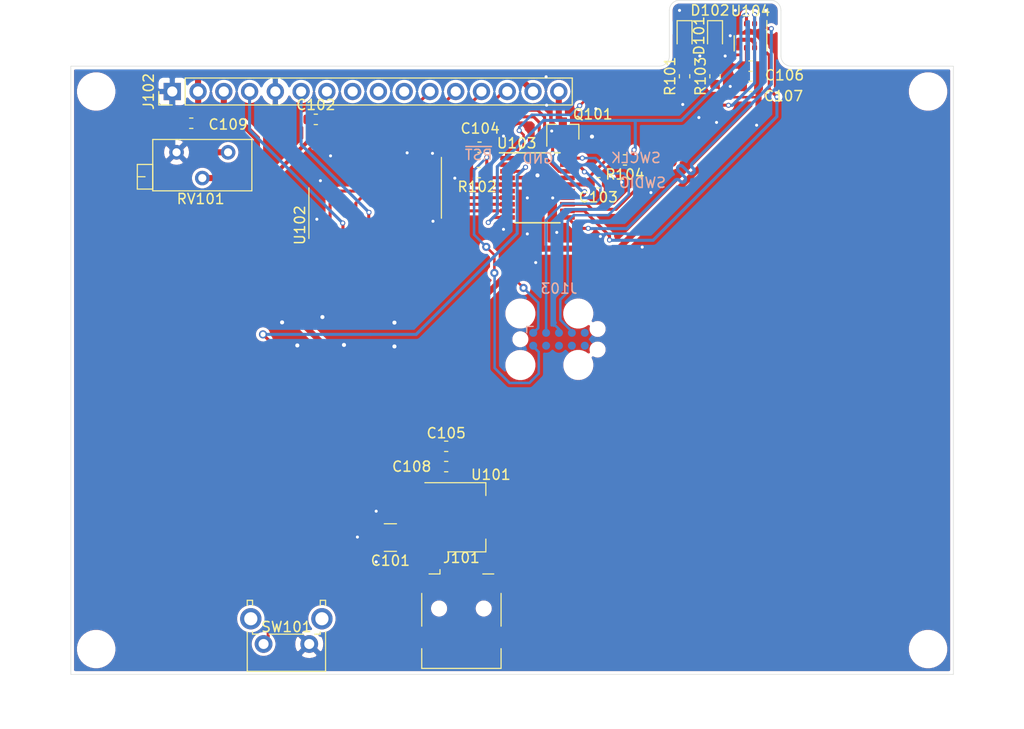
<source format=kicad_pcb>
(kicad_pcb (version 20171130) (host pcbnew 5.1.4)

  (general
    (thickness 1.6)
    (drawings 16)
    (tracks 493)
    (zones 0)
    (modules 30)
    (nets 44)
  )

  (page A4)
  (layers
    (0 F.Cu signal)
    (31 B.Cu signal)
    (32 B.Adhes user)
    (33 F.Adhes user)
    (34 B.Paste user)
    (35 F.Paste user)
    (36 B.SilkS user)
    (37 F.SilkS user)
    (38 B.Mask user)
    (39 F.Mask user)
    (40 Dwgs.User user)
    (41 Cmts.User user)
    (42 Eco1.User user)
    (43 Eco2.User user)
    (44 Edge.Cuts user)
    (45 Margin user)
    (46 B.CrtYd user)
    (47 F.CrtYd user)
    (48 B.Fab user)
    (49 F.Fab user)
  )

  (setup
    (last_trace_width 0.25)
    (user_trace_width 0.3)
    (user_trace_width 0.4)
    (user_trace_width 0.6)
    (trace_clearance 0.2)
    (zone_clearance 0.3)
    (zone_45_only no)
    (trace_min 0.25)
    (via_size 0.8)
    (via_drill 0.4)
    (via_min_size 0.4)
    (via_min_drill 0.3)
    (user_via 0.5 0.3)
    (user_via 0.8 0.5)
    (uvia_size 0.3)
    (uvia_drill 0.1)
    (uvias_allowed no)
    (uvia_min_size 0.2)
    (uvia_min_drill 0.1)
    (edge_width 0.05)
    (segment_width 0.2)
    (pcb_text_width 0.3)
    (pcb_text_size 1.5 1.5)
    (mod_edge_width 0.12)
    (mod_text_size 1 1)
    (mod_text_width 0.15)
    (pad_size 1.524 1.524)
    (pad_drill 0.762)
    (pad_to_mask_clearance 0.051)
    (solder_mask_min_width 0.25)
    (aux_axis_origin 0 0)
    (visible_elements FFFFFF7F)
    (pcbplotparams
      (layerselection 0x010fc_ffffffff)
      (usegerberextensions false)
      (usegerberattributes false)
      (usegerberadvancedattributes false)
      (creategerberjobfile false)
      (excludeedgelayer true)
      (linewidth 0.100000)
      (plotframeref false)
      (viasonmask false)
      (mode 1)
      (useauxorigin false)
      (hpglpennumber 1)
      (hpglpenspeed 20)
      (hpglpendiameter 15.000000)
      (psnegative false)
      (psa4output false)
      (plotreference true)
      (plotvalue true)
      (plotinvisibletext false)
      (padsonsilk false)
      (subtractmaskfromsilk false)
      (outputformat 1)
      (mirror false)
      (drillshape 1)
      (scaleselection 1)
      (outputdirectory ""))
  )

  (net 0 "")
  (net 1 +5V)
  (net 2 GND)
  (net 3 +3V3)
  (net 4 "Net-(D101-Pad2)")
  (net 5 "Net-(D102-Pad2)")
  (net 6 "Net-(J101-Pad2)")
  (net 7 "Net-(J101-Pad3)")
  (net 8 "Net-(J101-Pad4)")
  (net 9 "Net-(J102-Pad3)")
  (net 10 "Net-(J102-Pad4)")
  (net 11 "Net-(J102-Pad6)")
  (net 12 "Net-(J102-Pad7)")
  (net 13 "Net-(J102-Pad8)")
  (net 14 "Net-(J102-Pad9)")
  (net 15 "Net-(J102-Pad10)")
  (net 16 "Net-(J102-Pad11)")
  (net 17 "Net-(J102-Pad12)")
  (net 18 "Net-(J102-Pad13)")
  (net 19 "Net-(J102-Pad14)")
  (net 20 "Net-(J102-Pad16)")
  (net 21 /BL_EN)
  (net 22 "Net-(R101-Pad1)")
  (net 23 /~CS)
  (net 24 "Net-(SW101-Pad2)")
  (net 25 /SWDIO)
  (net 26 /SWCLK)
  (net 27 /LCD_D2)
  (net 28 /LCD_D1)
  (net 29 /LCD_D0)
  (net 30 "Net-(U102-Pad7)")
  (net 31 /LCD_D3)
  (net 32 "Net-(U102-Pad9)")
  (net 33 /LCD_E)
  (net 34 /LCD_RS)
  (net 35 /SCK)
  (net 36 /MISO)
  (net 37 /MOSI)
  (net 38 "Net-(J103-Pad5)")
  (net 39 "Net-(J103-Pad6)")
  (net 40 "Net-(J103-Pad7)")
  (net 41 "Net-(J103-Pad8)")
  (net 42 "Net-(J103-Pad9)")
  (net 43 /~RST)

  (net_class Default "This is the default net class."
    (clearance 0.2)
    (trace_width 0.25)
    (via_dia 0.8)
    (via_drill 0.4)
    (uvia_dia 0.3)
    (uvia_drill 0.1)
    (diff_pair_width 0.25)
    (diff_pair_gap 0.25)
    (add_net +3V3)
    (add_net +5V)
    (add_net /BL_EN)
    (add_net /LCD_D0)
    (add_net /LCD_D1)
    (add_net /LCD_D2)
    (add_net /LCD_D3)
    (add_net /LCD_E)
    (add_net /LCD_RS)
    (add_net /MISO)
    (add_net /MOSI)
    (add_net /SCK)
    (add_net /SWCLK)
    (add_net /SWDIO)
    (add_net /~CS)
    (add_net /~RST)
    (add_net GND)
    (add_net "Net-(D101-Pad2)")
    (add_net "Net-(D102-Pad2)")
    (add_net "Net-(J101-Pad2)")
    (add_net "Net-(J101-Pad3)")
    (add_net "Net-(J101-Pad4)")
    (add_net "Net-(J102-Pad10)")
    (add_net "Net-(J102-Pad11)")
    (add_net "Net-(J102-Pad12)")
    (add_net "Net-(J102-Pad13)")
    (add_net "Net-(J102-Pad14)")
    (add_net "Net-(J102-Pad16)")
    (add_net "Net-(J102-Pad3)")
    (add_net "Net-(J102-Pad4)")
    (add_net "Net-(J102-Pad6)")
    (add_net "Net-(J102-Pad7)")
    (add_net "Net-(J102-Pad8)")
    (add_net "Net-(J102-Pad9)")
    (add_net "Net-(J103-Pad5)")
    (add_net "Net-(J103-Pad6)")
    (add_net "Net-(J103-Pad7)")
    (add_net "Net-(J103-Pad8)")
    (add_net "Net-(J103-Pad9)")
    (add_net "Net-(R101-Pad1)")
    (add_net "Net-(SW101-Pad2)")
    (add_net "Net-(U102-Pad7)")
    (add_net "Net-(U102-Pad9)")
  )

  (module shimatta_artwork:shimatta_kanji_20mm_solder_mask (layer B.Cu) (tedit 0) (tstamp 5D65B0B3)
    (at 78.44 71.29 180)
    (fp_text reference G*** (at 0 0) (layer B.SilkS) hide
      (effects (font (size 1.524 1.524) (thickness 0.3)) (justify mirror))
    )
    (fp_text value LOGO (at 0.75 0) (layer B.SilkS) hide
      (effects (font (size 1.524 1.524) (thickness 0.3)) (justify mirror))
    )
    (fp_poly (pts (xy 9.428791 1.753801) (xy 9.567761 1.731641) (xy 9.667206 1.700045) (xy 9.761697 1.645722)
      (xy 9.822989 1.576357) (xy 9.855813 1.486306) (xy 9.858368 1.471966) (xy 9.862124 1.413942)
      (xy 9.846144 1.369373) (xy 9.819335 1.333673) (xy 9.781378 1.29583) (xy 9.735384 1.267393)
      (xy 9.673178 1.245282) (xy 9.586585 1.22642) (xy 9.495693 1.211812) (xy 9.397389 1.192146)
      (xy 9.273374 1.159472) (xy 9.133481 1.117016) (xy 8.987545 1.068002) (xy 8.845399 1.015655)
      (xy 8.716878 0.963201) (xy 8.66136 0.938204) (xy 8.588402 0.904309) (xy 8.53008 0.87777)
      (xy 8.494468 0.862231) (xy 8.487445 0.859693) (xy 8.474447 0.874529) (xy 8.460842 0.897485)
      (xy 8.444687 0.930782) (xy 8.440616 0.943057) (xy 8.456761 0.954676) (xy 8.501708 0.982387)
      (xy 8.57022 1.023082) (xy 8.657065 1.073654) (xy 8.757007 1.130996) (xy 8.763 1.13441)
      (xy 8.863594 1.192303) (xy 8.951369 1.243987) (xy 9.021081 1.286279) (xy 9.067485 1.315993)
      (xy 9.085336 1.329944) (xy 9.085385 1.330186) (xy 9.067291 1.336709) (xy 9.018671 1.344245)
      (xy 8.948012 1.351635) (xy 8.900733 1.355366) (xy 8.814954 1.359677) (xy 8.732203 1.359467)
      (xy 8.645159 1.353943) (xy 8.546496 1.342311) (xy 8.428892 1.323781) (xy 8.285022 1.297558)
      (xy 8.181769 1.277551) (xy 8.087012 1.260086) (xy 8.005697 1.247289) (xy 7.945677 1.240239)
      (xy 7.914804 1.240013) (xy 7.913115 1.240669) (xy 7.898633 1.267289) (xy 7.893539 1.306485)
      (xy 7.896969 1.33375) (xy 7.911797 1.356509) (xy 7.94483 1.38016) (xy 8.002873 1.410101)
      (xy 8.054731 1.434343) (xy 8.259047 1.524345) (xy 8.450867 1.601035) (xy 8.623126 1.661725)
      (xy 8.754126 1.700075) (xy 8.923632 1.734862) (xy 9.098237 1.755411) (xy 9.269453 1.761724)
      (xy 9.428791 1.753801)) (layer B.Mask) (width 0.01))
    (fp_poly (pts (xy 3.301209 1.629772) (xy 3.455957 1.617452) (xy 3.586106 1.595662) (xy 3.620461 1.586813)
      (xy 3.799648 1.524806) (xy 3.949231 1.448506) (xy 4.077466 1.353305) (xy 4.132385 1.301052)
      (xy 4.252335 1.152355) (xy 4.336366 0.989866) (xy 4.383796 0.816683) (xy 4.393941 0.635903)
      (xy 4.366121 0.450625) (xy 4.339226 0.361417) (xy 4.262261 0.200227) (xy 4.150017 0.051266)
      (xy 4.004678 -0.084345) (xy 3.828431 -0.205486) (xy 3.62346 -0.311038) (xy 3.39195 -0.399881)
      (xy 3.136087 -0.470894) (xy 2.858055 -0.522959) (xy 2.56004 -0.554955) (xy 2.54977 -0.555664)
      (xy 2.452095 -0.562584) (xy 2.352045 -0.570151) (xy 2.268301 -0.576945) (xy 2.254251 -0.578165)
      (xy 2.188341 -0.583117) (xy 2.151245 -0.581066) (xy 2.132887 -0.568837) (xy 2.123191 -0.543254)
      (xy 2.121415 -0.536295) (xy 2.114131 -0.495637) (xy 2.115569 -0.476534) (xy 2.13681 -0.470214)
      (xy 2.187543 -0.459437) (xy 2.258697 -0.446062) (xy 2.29725 -0.439298) (xy 2.600453 -0.375807)
      (xy 2.872729 -0.294923) (xy 3.113188 -0.197142) (xy 3.32094 -0.082957) (xy 3.495097 0.047136)
      (xy 3.634767 0.192644) (xy 3.739062 0.353072) (xy 3.745332 0.365489) (xy 3.799796 0.510355)
      (xy 3.824701 0.659415) (xy 3.821806 0.807143) (xy 3.792865 0.948013) (xy 3.739637 1.0765)
      (xy 3.663877 1.187078) (xy 3.567342 1.274223) (xy 3.451789 1.332407) (xy 3.436387 1.337282)
      (xy 3.329785 1.358) (xy 3.20153 1.366318) (xy 3.067026 1.362231) (xy 2.941678 1.345736)
      (xy 2.904282 1.337402) (xy 2.791716 1.300662) (xy 2.655402 1.242376) (xy 2.501756 1.165846)
      (xy 2.337192 1.074371) (xy 2.168124 0.971251) (xy 2.077079 0.911797) (xy 1.982701 0.849482)
      (xy 1.897066 0.794483) (xy 1.826482 0.750731) (xy 1.777255 0.722158) (xy 1.758369 0.713125)
      (xy 1.705349 0.713823) (xy 1.63319 0.738937) (xy 1.548908 0.783847) (xy 1.459517 0.843935)
      (xy 1.372034 0.914582) (xy 1.293475 0.991171) (xy 1.242341 1.052831) (xy 1.177176 1.155524)
      (xy 1.145756 1.240689) (xy 1.147669 1.309786) (xy 1.161677 1.339812) (xy 1.188745 1.371855)
      (xy 1.220071 1.383574) (xy 1.263202 1.374056) (xy 1.325686 1.342389) (xy 1.372393 1.314365)
      (xy 1.441864 1.275343) (xy 1.503115 1.252904) (xy 1.564969 1.2473) (xy 1.636248 1.25878)
      (xy 1.725773 1.287594) (xy 1.825982 1.32721) (xy 2.072117 1.421167) (xy 2.322841 1.502936)
      (xy 2.562838 1.567664) (xy 2.638504 1.584763) (xy 2.79051 1.610116) (xy 2.958372 1.626082)
      (xy 3.131976 1.632641) (xy 3.301209 1.629772)) (layer B.Mask) (width 0.01))
    (fp_poly (pts (xy -7.16573 3.644015) (xy -7.030481 3.628399) (xy -6.898306 3.608454) (xy -6.778602 3.585917)
      (xy -6.680766 3.562522) (xy -6.623226 3.543826) (xy -6.552282 3.503627) (xy -6.518969 3.457096)
      (xy -6.523039 3.407494) (xy -6.564241 3.35808) (xy -6.640956 3.312726) (xy -6.72123 3.276527)
      (xy -6.72123 1.953846) (xy -6.101652 1.953846) (xy -5.908326 2.177929) (xy -5.839612 2.256002)
      (xy -5.778657 2.322318) (xy -5.730438 2.371689) (xy -5.69993 2.398925) (xy -5.692898 2.402621)
      (xy -5.671923 2.389825) (xy -5.628642 2.354137) (xy -5.568405 2.300274) (xy -5.496558 2.232952)
      (xy -5.455081 2.19292) (xy -5.35528 2.092389) (xy -5.284164 2.012661) (xy -5.239564 1.950558)
      (xy -5.219311 1.902903) (xy -5.221236 1.866519) (xy -5.225852 1.857265) (xy -5.248293 1.85113)
      (xy -5.307629 1.846089) (xy -5.404272 1.842132) (xy -5.538636 1.839247) (xy -5.711135 1.837422)
      (xy -5.922182 1.836647) (xy -5.979922 1.836616) (xy -6.72123 1.836616) (xy -6.72123 -0.566615)
      (xy -6.259971 -0.566615) (xy -6.067574 -0.351692) (xy -5.999081 -0.276106) (xy -5.939554 -0.212155)
      (xy -5.893885 -0.164964) (xy -5.866969 -0.139654) (xy -5.862279 -0.136769) (xy -5.839937 -0.14918)
      (xy -5.795385 -0.182731) (xy -5.73498 -0.231894) (xy -5.665077 -0.291144) (xy -5.592032 -0.354955)
      (xy -5.522202 -0.417801) (xy -5.461942 -0.474155) (xy -5.417609 -0.518492) (xy -5.400017 -0.538674)
      (xy -5.367005 -0.588512) (xy -5.35926 -0.622387) (xy -5.366651 -0.641654) (xy -5.372793 -0.647595)
      (xy -5.384916 -0.652791) (xy -5.405554 -0.657303) (xy -5.437241 -0.661191) (xy -5.48251 -0.664515)
      (xy -5.543894 -0.667336) (xy -5.623926 -0.669713) (xy -5.725141 -0.671708) (xy -5.85007 -0.67338)
      (xy -6.001248 -0.67479) (xy -6.181207 -0.675998) (xy -6.392482 -0.677065) (xy -6.637605 -0.67805)
      (xy -6.919109 -0.679015) (xy -6.938394 -0.679077) (xy -7.220887 -0.67997) (xy -7.466876 -0.680669)
      (xy -7.678931 -0.681118) (xy -7.859624 -0.681261) (xy -8.011528 -0.681044) (xy -8.137214 -0.680411)
      (xy -8.239254 -0.679306) (xy -8.32022 -0.677674) (xy -8.382682 -0.67546) (xy -8.429214 -0.672608)
      (xy -8.462386 -0.669064) (xy -8.484771 -0.664771) (xy -8.49894 -0.659674) (xy -8.507465 -0.653718)
      (xy -8.512918 -0.646848) (xy -8.513997 -0.64515) (xy -8.533273 -0.606511) (xy -8.538307 -0.586419)
      (xy -8.518898 -0.580182) (xy -8.461154 -0.575092) (xy -8.365801 -0.571172) (xy -8.233566 -0.568445)
      (xy -8.065175 -0.566936) (xy -7.922846 -0.566615) (xy -7.307384 -0.566615) (xy -7.307384 1.836616)
      (xy -8.514275 1.836616) (xy -8.54583 1.884774) (xy -8.568455 1.922492) (xy -8.577384 1.94339)
      (xy -8.558611 1.94591) (xy -8.505349 1.948213) (xy -8.422187 1.950221) (xy -8.313714 1.951859)
      (xy -8.184518 1.953052) (xy -8.039187 1.953724) (xy -7.942384 1.953846) (xy -7.307384 1.953846)
      (xy -7.307384 3.657659) (xy -7.16573 3.644015)) (layer B.Mask) (width 0.01))
    (fp_poly (pts (xy 7.808064 0.395873) (xy 7.820909 0.35155) (xy 7.81349 0.27581) (xy 7.803742 0.231615)
      (xy 7.785801 0.109096) (xy 7.79887 0.006839) (xy 7.843916 -0.079884) (xy 7.874635 -0.11486)
      (xy 7.967303 -0.181671) (xy 8.093926 -0.23155) (xy 8.253218 -0.264447) (xy 8.443892 -0.280312)
      (xy 8.664663 -0.279096) (xy 8.914245 -0.260749) (xy 9.19135 -0.225221) (xy 9.47304 -0.176639)
      (xy 9.611859 -0.155568) (xy 9.723564 -0.15229) (xy 9.816229 -0.167606) (xy 9.89793 -0.202316)
      (xy 9.929424 -0.22186) (xy 9.997696 -0.283212) (xy 10.032198 -0.356505) (xy 10.037036 -0.450516)
      (xy 10.036934 -0.451773) (xy 10.019551 -0.537125) (xy 9.981122 -0.60896) (xy 9.919239 -0.66821)
      (xy 9.831497 -0.71581) (xy 9.715488 -0.752696) (xy 9.568805 -0.779801) (xy 9.389042 -0.79806)
      (xy 9.173792 -0.808407) (xy 9.114693 -0.809856) (xy 8.994114 -0.811858) (xy 8.883467 -0.812804)
      (xy 8.790078 -0.812701) (xy 8.721276 -0.811557) (xy 8.684846 -0.809444) (xy 8.638883 -0.803365)
      (xy 8.56704 -0.794119) (xy 8.482217 -0.783361) (xy 8.450385 -0.779361) (xy 8.230894 -0.738915)
      (xy 8.04091 -0.676709) (xy 7.881353 -0.593495) (xy 7.753145 -0.490023) (xy 7.657211 -0.367045)
      (xy 7.59447 -0.225311) (xy 7.565847 -0.065574) (xy 7.565408 -0.058531) (xy 7.562448 0.025892)
      (xy 7.566924 0.087191) (xy 7.581292 0.141001) (xy 7.605759 0.198179) (xy 7.643881 0.268184)
      (xy 7.687847 0.332317) (xy 7.730734 0.381887) (xy 7.765619 0.408201) (xy 7.774706 0.410308)
      (xy 7.808064 0.395873)) (layer B.Mask) (width 0.01))
    (fp_poly (pts (xy 7.338145 3.474443) (xy 7.446892 3.440014) (xy 7.562991 3.388053) (xy 7.677402 3.323667)
      (xy 7.781082 3.251965) (xy 7.864989 3.178057) (xy 7.920082 3.10705) (xy 7.921507 3.104439)
      (xy 7.959244 3.03404) (xy 7.81893 2.730595) (xy 7.772867 2.630313) (xy 7.733158 2.542594)
      (xy 7.702487 2.473468) (xy 7.683536 2.428966) (xy 7.678616 2.415191) (xy 7.695962 2.405068)
      (xy 7.743645 2.406271) (xy 7.815129 2.417185) (xy 7.903879 2.436192) (xy 8.00336 2.461677)
      (xy 8.107037 2.492023) (xy 8.208376 2.525615) (xy 8.30084 2.560835) (xy 8.344716 2.579933)
      (xy 8.438434 2.621079) (xy 8.508671 2.645305) (xy 8.566225 2.654449) (xy 8.621897 2.650345)
      (xy 8.679355 2.636833) (xy 8.767704 2.597385) (xy 8.837863 2.537316) (xy 8.884673 2.464285)
      (xy 8.902974 2.385949) (xy 8.892236 2.320845) (xy 8.849581 2.26) (xy 8.770149 2.200807)
      (xy 8.656228 2.144019) (xy 8.510109 2.090391) (xy 8.334081 2.040674) (xy 8.130434 1.995624)
      (xy 7.901456 1.955991) (xy 7.699682 1.928463) (xy 7.496055 1.903717) (xy 7.064105 0.624589)
      (xy 6.991253 0.40925) (xy 6.921584 0.204081) (xy 6.856174 0.012201) (xy 6.796095 -0.163273)
      (xy 6.742424 -0.319225) (xy 6.696235 -0.452538) (xy 6.658603 -0.560093) (xy 6.630602 -0.638775)
      (xy 6.613307 -0.685467) (xy 6.608432 -0.696984) (xy 6.548196 -0.768353) (xy 6.468858 -0.809727)
      (xy 6.379028 -0.81866) (xy 6.287319 -0.792703) (xy 6.281659 -0.789834) (xy 6.183737 -0.719536)
      (xy 6.117645 -0.627018) (xy 6.082975 -0.511562) (xy 6.077082 -0.429846) (xy 6.088269 -0.329409)
      (xy 6.12395 -0.222844) (xy 6.186639 -0.104136) (xy 6.259078 0.005238) (xy 6.317058 0.092554)
      (xy 6.37418 0.190956) (xy 6.432946 0.305617) (xy 6.495859 0.44171) (xy 6.565422 0.604407)
      (xy 6.644137 0.798883) (xy 6.649058 0.811302) (xy 6.698576 0.937705) (xy 6.750645 1.072924)
      (xy 6.803388 1.211851) (xy 6.854927 1.349379) (xy 6.903383 1.480396) (xy 6.94688 1.599796)
      (xy 6.983539 1.702469) (xy 7.011482 1.783306) (xy 7.028831 1.837198) (xy 7.033846 1.858104)
      (xy 7.015345 1.865235) (xy 6.963909 1.870215) (xy 6.885638 1.872683) (xy 6.792451 1.87238)
      (xy 6.689343 1.871214) (xy 6.615634 1.872673) (xy 6.561671 1.878103) (xy 6.517798 1.888851)
      (xy 6.474359 1.906264) (xy 6.44321 1.921096) (xy 6.324196 1.997966) (xy 6.220716 2.100695)
      (xy 6.142416 2.218832) (xy 6.1184 2.273068) (xy 6.087796 2.371327) (xy 6.076374 2.446686)
      (xy 6.082596 2.496419) (xy 6.104926 2.5178) (xy 6.141826 2.508101) (xy 6.19176 2.464595)
      (xy 6.212598 2.440172) (xy 6.281896 2.36957) (xy 6.361104 2.322749) (xy 6.458762 2.296368)
      (xy 6.583409 2.287084) (xy 6.604 2.286959) (xy 6.716122 2.289109) (xy 6.828914 2.294912)
      (xy 6.935173 2.303596) (xy 7.027694 2.314386) (xy 7.099275 2.326512) (xy 7.142712 2.339199)
      (xy 7.151763 2.345725) (xy 7.1613 2.373411) (xy 7.176626 2.431585) (xy 7.196021 2.512388)
      (xy 7.217765 2.607958) (xy 7.240139 2.710436) (xy 7.261423 2.81196) (xy 7.279899 2.904671)
      (xy 7.293846 2.980708) (xy 7.301117 3.028483) (xy 7.305167 3.07497) (xy 7.300115 3.108973)
      (xy 7.280462 3.141407) (xy 7.240706 3.183187) (xy 7.206953 3.215357) (xy 7.150084 3.267171)
      (xy 7.09965 3.309796) (xy 7.066126 3.334399) (xy 7.06502 3.335032) (xy 7.038815 3.363839)
      (xy 7.044428 3.397789) (xy 7.075931 3.431923) (xy 7.127394 3.461282) (xy 7.192887 3.480906)
      (xy 7.245794 3.486229) (xy 7.338145 3.474443)) (layer B.Mask) (width 0.01))
    (fp_poly (pts (xy -8.900627 3.686148) (xy -8.842414 3.668288) (xy -8.764568 3.642197) (xy -8.675465 3.610881)
      (xy -8.583481 3.577349) (xy -8.496994 3.544605) (xy -8.42438 3.515659) (xy -8.374017 3.493516)
      (xy -8.369508 3.491277) (xy -8.277195 3.438216) (xy -8.22267 3.390903) (xy -8.205385 3.347504)
      (xy -8.224792 3.306186) (xy -8.280344 3.265118) (xy -8.298961 3.255113) (xy -8.337113 3.234353)
      (xy -8.366557 3.21267) (xy -8.391987 3.183218) (xy -8.418101 3.139156) (xy -8.449593 3.073639)
      (xy -8.491159 2.979825) (xy -8.496937 2.966591) (xy -8.548331 2.852563) (xy -8.610388 2.720528)
      (xy -8.675268 2.586898) (xy -8.734797 2.468728) (xy -8.867489 2.21184) (xy -8.771283 2.152035)
      (xy -8.705668 2.103264) (xy -8.677637 2.059887) (xy -8.68668 2.018576) (xy -8.732288 1.976008)
      (xy -8.743219 1.96868) (xy -8.811362 1.924539) (xy -8.811738 0.517769) (xy -8.812113 -0.889)
      (xy -8.875479 -0.932013) (xy -8.977934 -0.988548) (xy -9.088107 -1.027523) (xy -9.195323 -1.046531)
      (xy -9.288907 -1.043165) (xy -9.32473 -1.033329) (xy -9.378461 -1.012743) (xy -9.378461 1.510364)
      (xy -9.568961 1.326369) (xy -9.685083 1.216199) (xy -9.784302 1.126131) (xy -9.86423 1.058185)
      (xy -9.92248 1.014379) (xy -9.956663 0.99673) (xy -9.95935 0.996462) (xy -9.988083 1.009886)
      (xy -10.000622 1.022071) (xy -10.00528 1.043101) (xy -9.992716 1.079674) (xy -9.960495 1.137038)
      (xy -9.914008 1.208794) (xy -9.717402 1.5262) (xy -9.533424 1.87007) (xy -9.367953 2.228378)
      (xy -9.226866 2.589099) (xy -9.196588 2.676769) (xy -9.157165 2.800379) (xy -9.115688 2.941245)
      (xy -9.07447 3.09045) (xy -9.035823 3.239075) (xy -9.002058 3.3782) (xy -8.975488 3.498907)
      (xy -8.958423 3.592278) (xy -8.957301 3.599962) (xy -8.947157 3.653955) (xy -8.93604 3.687421)
      (xy -8.930828 3.692769) (xy -8.900627 3.686148)) (layer B.Mask) (width 0.01))
    (fp_poly (pts (xy -3.838788 3.688729) (xy -3.763989 3.677918) (xy -3.672419 3.662305) (xy -3.574363 3.643857)
      (xy -3.48011 3.624543) (xy -3.399947 3.60633) (xy -3.344161 3.591186) (xy -3.331315 3.58657)
      (xy -3.283233 3.56018) (xy -3.253133 3.532073) (xy -3.250693 3.527326) (xy -3.253676 3.486941)
      (xy -3.283652 3.446101) (xy -3.321955 3.42193) (xy -3.347355 3.402506) (xy -3.390898 3.360148)
      (xy -3.445625 3.301872) (xy -3.484542 3.258039) (xy -3.616047 3.106616) (xy -1.188916 3.106616)
      (xy -0.994443 3.287346) (xy -0.921758 3.354128) (xy -0.85857 3.410747) (xy -0.810709 3.452087)
      (xy -0.784001 3.473031) (xy -0.781309 3.474482) (xy -0.757945 3.465597) (xy -0.712937 3.435671)
      (xy -0.653194 3.390341) (xy -0.585627 3.335241) (xy -0.517146 3.276008) (xy -0.454661 3.218278)
      (xy -0.405081 3.167687) (xy -0.404892 3.167477) (xy -0.364427 3.117627) (xy -0.338018 3.075387)
      (xy -0.332154 3.05723) (xy -0.345696 3.029063) (xy -0.38818 3.008895) (xy -0.462393 2.996103)
      (xy -0.571123 2.990066) (xy -0.636272 2.989385) (xy -0.840154 2.989385) (xy -0.840154 2.637693)
      (xy -0.839955 2.512617) (xy -0.838973 2.421319) (xy -0.836633 2.358498) (xy -0.832357 2.318856)
      (xy -0.82557 2.297091) (xy -0.815693 2.287906) (xy -0.802152 2.286001) (xy -0.801892 2.286)
      (xy -0.773311 2.298192) (xy -0.722344 2.331537) (xy -0.655775 2.381192) (xy -0.580392 2.442311)
      (xy -0.566873 2.453762) (xy -0.370116 2.621524) (xy -0.20152 2.487954) (xy -0.101103 2.405863)
      (xy -0.030828 2.341836) (xy 0.011944 2.292668) (xy 0.029851 2.255153) (xy 0.025534 2.226085)
      (xy 0.020288 2.218518) (xy 0.006592 2.208305) (xy -0.018542 2.20062) (xy -0.060041 2.195127)
      (xy -0.122832 2.19149) (xy -0.211843 2.189373) (xy -0.332 2.18844) (xy -0.422469 2.188308)
      (xy -0.840154 2.188308) (xy -0.840154 1.593302) (xy -0.685062 1.747483) (xy -0.529971 1.901665)
      (xy -0.416892 1.825179) (xy -0.334867 1.765382) (xy -0.256268 1.70045) (xy -0.186709 1.635942)
      (xy -0.131801 1.577421) (xy -0.097158 1.530448) (xy -0.088391 1.500584) (xy -0.088624 1.499911)
      (xy -0.098691 1.482757) (xy -0.117225 1.469664) (xy -0.149019 1.460093) (xy -0.198863 1.453502)
      (xy -0.271551 1.449351) (xy -0.371876 1.4471) (xy -0.504628 1.446209) (xy -0.565638 1.446113)
      (xy -0.700559 1.445507) (xy -0.800136 1.443739) (xy -0.868095 1.440561) (xy -0.908159 1.435727)
      (xy -0.924051 1.428988) (xy -0.922215 1.4224) (xy -0.89994 1.378095) (xy -0.914959 1.330448)
      (xy -0.957384 1.289539) (xy -1.016 1.247801) (xy -1.016 0.840154) (xy -0.954763 0.840154)
      (xy -0.922588 0.845115) (xy -0.885404 0.862752) (xy -0.837186 0.897197) (xy -0.771906 0.952581)
      (xy -0.712938 1.005923) (xy -0.532349 1.171691) (xy -0.437136 1.100731) (xy -0.362212 1.041551)
      (xy -0.288135 0.97735) (xy -0.223006 0.915706) (xy -0.174925 0.864198) (xy -0.154843 0.836626)
      (xy -0.150378 0.797665) (xy -0.167511 0.773126) (xy -0.183248 0.762647) (xy -0.210018 0.754793)
      (xy -0.252898 0.749212) (xy -0.316961 0.745549) (xy -0.407281 0.743451) (xy -0.528932 0.742563)
      (xy -0.607088 0.742462) (xy -1.016 0.742462) (xy -1.016 0) (xy -0.777399 0)
      (xy -0.593867 0.168471) (xy -0.410335 0.336941) (xy -0.301582 0.271047) (xy -0.201402 0.206185)
      (xy -0.109722 0.139119) (xy -0.033314 0.075413) (xy 0.021051 0.020627) (xy 0.044043 -0.012866)
      (xy 0.055086 -0.042142) (xy 0.056136 -0.065393) (xy 0.043528 -0.083305) (xy 0.013598 -0.096568)
      (xy -0.037319 -0.10587) (xy -0.11289 -0.111899) (xy -0.216779 -0.115343) (xy -0.352651 -0.11689)
      (xy -0.511734 -0.117231) (xy -1.016 -0.117231) (xy -1.016 -0.933208) (xy -1.087506 -0.987749)
      (xy -1.185199 -1.046446) (xy -1.289837 -1.082616) (xy -1.390375 -1.093543) (xy -1.465384 -1.080594)
      (xy -1.489548 -1.069612) (xy -1.508164 -1.052924) (xy -1.52195 -1.025778) (xy -1.531624 -0.983425)
      (xy -1.537903 -0.921114) (xy -1.541504 -0.834094) (xy -1.543143 -0.717615) (xy -1.543538 -0.566926)
      (xy -1.543538 -0.117231) (xy -2.789505 -0.117231) (xy -2.82106 -0.069072) (xy -2.843686 -0.031355)
      (xy -2.852615 -0.010456) (xy -2.834363 -0.00634) (xy -2.784749 -0.002986) (xy -2.711487 -0.000754)
      (xy -2.627923 0) (xy -2.40323 0) (xy -2.40323 0.742462) (xy -1.914769 0.742462)
      (xy -1.914769 0) (xy -1.543538 0) (xy -1.543538 0.742462) (xy -1.914769 0.742462)
      (xy -2.40323 0.742462) (xy -2.40323 1.051715) (xy -2.139645 0.945934) (xy -2.033634 0.903981)
      (xy -1.954204 0.874855) (xy -1.891918 0.856232) (xy -1.837336 0.845789) (xy -1.781019 0.841205)
      (xy -1.713529 0.840155) (xy -1.709799 0.840154) (xy -1.543538 0.840154) (xy -1.543538 1.445846)
      (xy -3.269734 1.445846) (xy -3.22478 1.397994) (xy -3.193696 1.350921) (xy -3.198734 1.311521)
      (xy -3.241062 1.276826) (xy -3.279299 1.259217) (xy -3.347723 1.215489) (xy -3.4213 1.139132)
      (xy -3.495173 1.035289) (xy -3.50324 1.022193) (xy -3.50304 1.010874) (xy -3.482699 1.003292)
      (xy -3.43701 0.998804) (xy -3.360771 0.996771) (xy -3.294315 0.996462) (xy -3.069766 0.996462)
      (xy -2.950823 1.106582) (xy -2.895677 1.15606) (xy -2.852243 1.192072) (xy -2.827588 1.208869)
      (xy -2.824715 1.209159) (xy -2.775384 1.154537) (xy -2.715674 1.084446) (xy -2.65204 1.006947)
      (xy -2.590935 0.9301) (xy -2.538814 0.861967) (xy -2.50213 0.810608) (xy -2.490487 0.791713)
      (xy -2.452077 0.719495) (xy -2.542253 0.638171) (xy -2.598689 0.57774) (xy -2.65799 0.499338)
      (xy -2.704546 0.424704) (xy -2.842318 0.207282) (xy -3.014183 -0.00561) (xy -3.215158 -0.209415)
      (xy -3.44026 -0.399573) (xy -3.684505 -0.571526) (xy -3.942909 -0.720716) (xy -3.974162 -0.736637)
      (xy -4.088406 -0.791489) (xy -4.208145 -0.844587) (xy -4.327462 -0.893763) (xy -4.440437 -0.936849)
      (xy -4.541154 -0.971675) (xy -4.623693 -0.996074) (xy -4.682137 -1.007877) (xy -4.709202 -1.005963)
      (xy -4.726996 -0.984631) (xy -4.71758 -0.956615) (xy -4.678522 -0.919173) (xy -4.607392 -0.86956)
      (xy -4.56464 -0.842757) (xy -4.403132 -0.737602) (xy -4.233187 -0.616258) (xy -4.067544 -0.488347)
      (xy -3.91894 -0.36349) (xy -3.863308 -0.313004) (xy -3.787703 -0.240715) (xy -3.739805 -0.190202)
      (xy -3.71731 -0.15821) (xy -3.717915 -0.141484) (xy -3.738587 -0.136769) (xy -3.78107 -0.117287)
      (xy -3.820654 -0.058853) (xy -3.857328 0.038514) (xy -3.871525 0.089701) (xy -3.906815 0.207959)
      (xy -3.947742 0.313481) (xy -3.990003 0.395869) (xy -4.010335 0.425196) (xy -4.029312 0.433861)
      (xy -4.061027 0.420594) (xy -4.112434 0.382371) (xy -4.11651 0.379044) (xy -4.166128 0.339461)
      (xy -4.23756 0.283857) (xy -4.321297 0.219579) (xy -4.407831 0.15397) (xy -4.408814 0.15323)
      (xy -4.496386 0.088548) (xy -4.558755 0.045947) (xy -4.600856 0.02263) (xy -4.627622 0.015805)
      (xy -4.642198 0.021044) (xy -4.665668 0.047567) (xy -4.669692 0.058518) (xy -4.658211 0.07954)
      (xy -4.627685 0.122519) (xy -4.583988 0.179311) (xy -4.569226 0.197779) (xy -4.448299 0.358015)
      (xy -4.322846 0.542513) (xy -4.294865 0.58749) (xy -3.890508 0.58749) (xy -3.8356 0.575698)
      (xy -3.688792 0.528463) (xy -3.57184 0.456138) (xy -3.484484 0.358533) (xy -3.448301 0.292551)
      (xy -3.426045 0.245503) (xy -3.410989 0.217928) (xy -3.408245 0.214923) (xy -3.396203 0.230153)
      (xy -3.368988 0.270413) (xy -3.33208 0.327556) (xy -3.325327 0.338219) (xy -3.293209 0.392001)
      (xy -3.252585 0.464244) (xy -3.207346 0.547503) (xy -3.16138 0.634332) (xy -3.118577 0.717286)
      (xy -3.082827 0.788919) (xy -3.058019 0.841786) (xy -3.048042 0.86844) (xy -3.048 0.869107)
      (xy -3.066402 0.872598) (xy -3.117068 0.875439) (xy -3.193188 0.877413) (xy -3.287952 0.878303)
      (xy -3.336192 0.878288) (xy -3.624384 0.877345) (xy -3.757446 0.732417) (xy -3.890508 0.58749)
      (xy -4.294865 0.58749) (xy -4.200895 0.738532) (xy -4.090472 0.933328) (xy -4.023013 1.064846)
      (xy -3.97584 1.163558) (xy -3.934287 1.253751) (xy -3.901728 1.327848) (xy -3.881541 1.378276)
      (xy -3.877172 1.392116) (xy -3.864379 1.445846) (xy -4.158466 1.445846) (xy -4.271732 1.446123)
      (xy -4.352365 1.447527) (xy -4.406807 1.45092) (xy -4.4415 1.457166) (xy -4.462888 1.467125)
      (xy -4.477412 1.481661) (xy -4.482969 1.489271) (xy -4.505622 1.526694) (xy -4.513384 1.547886)
      (xy -4.494954 1.553092) (xy -4.444093 1.557529) (xy -4.367445 1.560864) (xy -4.271653 1.562764)
      (xy -4.210538 1.563077) (xy -3.907692 1.563077) (xy -3.907692 2.187546) (xy -3.968842 2.188308)
      (xy -3.399692 2.188308) (xy -3.399692 1.563077) (xy -3.048 1.563077) (xy -3.048 2.188308)
      (xy -2.559538 2.188308) (xy -2.559538 1.563077) (xy -2.207846 1.563077) (xy -2.207846 2.188308)
      (xy -1.699846 2.188308) (xy -1.699846 1.563077) (xy -1.348154 1.563077) (xy -1.348154 2.188308)
      (xy -1.699846 2.188308) (xy -2.207846 2.188308) (xy -2.559538 2.188308) (xy -3.048 2.188308)
      (xy -3.399692 2.188308) (xy -3.968842 2.188308) (xy -4.330287 2.192812) (xy -4.469152 2.194669)
      (xy -4.574135 2.196694) (xy -4.650431 2.199452) (xy -4.703234 2.203508) (xy -4.737736 2.209429)
      (xy -4.759132 2.217781) (xy -4.772614 2.229129) (xy -4.782055 2.242039) (xy -4.811228 2.286)
      (xy -3.907692 2.286) (xy -3.907692 2.836336) (xy -3.961423 2.79507) (xy -4.064957 2.719143)
      (xy -4.180423 2.640194) (xy -4.292172 2.568698) (xy -4.358004 2.529707) (xy -4.419838 2.496305)
      (xy -4.458074 2.481376) (xy -4.482205 2.482607) (xy -4.499373 2.495286) (xy -4.510649 2.512321)
      (xy -4.509243 2.534879) (xy -4.492101 2.569936) (xy -4.456172 2.624472) (xy -4.421402 2.673524)
      (xy -4.28025 2.887249) (xy -4.222753 2.989385) (xy -3.399692 2.989385) (xy -3.399692 2.286)
      (xy -3.048 2.286) (xy -3.048 2.989385) (xy -2.559538 2.989385) (xy -2.559538 2.286)
      (xy -2.207846 2.286) (xy -2.207846 2.989385) (xy -1.699846 2.989385) (xy -1.699846 2.286)
      (xy -1.348154 2.286) (xy -1.348154 2.989385) (xy -1.699846 2.989385) (xy -2.207846 2.989385)
      (xy -2.559538 2.989385) (xy -3.048 2.989385) (xy -3.399692 2.989385) (xy -4.222753 2.989385)
      (xy -4.152701 3.113822) (xy -4.044642 3.341792) (xy -3.961957 3.559708) (xy -3.955336 3.580423)
      (xy -3.929027 3.650578) (xy -3.904108 3.686149) (xy -3.886527 3.692769) (xy -3.838788 3.688729)) (layer B.Mask) (width 0.01))
    (fp_poly (pts (xy -1.604197 -2.140316) (xy -1.583691 -2.16207) (xy -1.554825 -2.222457) (xy -1.564969 -2.280657)
      (xy -1.606016 -2.329961) (xy -1.663091 -2.36061) (xy -1.720121 -2.352623) (xy -1.769119 -2.316196)
      (xy -1.807529 -2.267479) (xy -1.812513 -2.223649) (xy -1.784674 -2.172211) (xy -1.776582 -2.161635)
      (xy -1.722409 -2.118489) (xy -1.66201 -2.111389) (xy -1.604197 -2.140316)) (layer B.Mask) (width 0.01))
    (fp_poly (pts (xy 0.160595 -2.6382) (xy 0.251543 -2.690716) (xy 0.305155 -2.746376) (xy 0.361462 -2.82013)
      (xy 0.367629 -3.172955) (xy 0.370974 -3.300648) (xy 0.375998 -3.407347) (xy 0.382346 -3.488043)
      (xy 0.389663 -3.537727) (xy 0.394445 -3.550659) (xy 0.426962 -3.567806) (xy 0.477705 -3.575506)
      (xy 0.481085 -3.575538) (xy 0.527206 -3.580264) (xy 0.545304 -3.598525) (xy 0.547077 -3.614615)
      (xy 0.545112 -3.629818) (xy 0.535291 -3.640467) (xy 0.511727 -3.647369) (xy 0.468532 -3.651332)
      (xy 0.399817 -3.653165) (xy 0.299695 -3.653676) (xy 0.262337 -3.653692) (xy 0.15131 -3.653332)
      (xy 0.073694 -3.65179) (xy 0.023827 -3.648375) (xy -0.003954 -3.642395) (xy -0.015312 -3.633159)
      (xy -0.01591 -3.619977) (xy -0.015862 -3.619724) (xy 0.006549 -3.589103) (xy 0.029532 -3.579886)
      (xy 0.081349 -3.570807) (xy 0.113572 -3.564328) (xy 0.158759 -3.55464) (xy 0.152649 -3.205149)
      (xy 0.150261 -3.080141) (xy 0.147568 -2.98807) (xy 0.14375 -2.922802) (xy 0.137985 -2.8782)
      (xy 0.129454 -2.848129) (xy 0.117336 -2.826454) (xy 0.10081 -2.807038) (xy 0.099171 -2.80529)
      (xy 0.036578 -2.76357) (xy -0.03513 -2.754361) (xy -0.107809 -2.775113) (xy -0.173313 -2.82328)
      (xy -0.2235 -2.896312) (xy -0.228621 -2.907851) (xy -0.242194 -2.959545) (xy -0.253632 -3.038622)
      (xy -0.26248 -3.135114) (xy -0.268284 -3.239052) (xy -0.270591 -3.340469) (xy -0.268945 -3.429395)
      (xy -0.262895 -3.495863) (xy -0.256582 -3.521807) (xy -0.234312 -3.559407) (xy -0.198201 -3.573968)
      (xy -0.16656 -3.575538) (xy -0.119225 -3.579843) (xy -0.100025 -3.59668) (xy -0.097692 -3.614615)
      (xy -0.099721 -3.630078) (xy -0.109812 -3.640817) (xy -0.13397 -3.64769) (xy -0.178201 -3.651554)
      (xy -0.248509 -3.653267) (xy -0.350899 -3.653687) (xy -0.37123 -3.653692) (xy -0.479474 -3.653402)
      (xy -0.554647 -3.651961) (xy -0.602754 -3.648509) (xy -0.629802 -3.642191) (xy -0.641794 -3.632147)
      (xy -0.644737 -3.61752) (xy -0.644769 -3.614615) (xy -0.637027 -3.587576) (xy -0.60689 -3.57675)
      (xy -0.577072 -3.575538) (xy -0.518134 -3.565276) (xy -0.489149 -3.537746) (xy -0.480668 -3.501652)
      (xy -0.474584 -3.435556) (xy -0.470888 -3.348461) (xy -0.46957 -3.249366) (xy -0.470621 -3.147275)
      (xy -0.474029 -3.051188) (xy -0.479786 -2.970106) (xy -0.487881 -2.913031) (xy -0.489839 -2.905077)
      (xy -0.526769 -2.821499) (xy -0.581001 -2.770807) (xy -0.645739 -2.754923) (xy -0.735999 -2.772852)
      (xy -0.809609 -2.825537) (xy -0.857691 -2.897328) (xy -0.874128 -2.935653) (xy -0.885556 -2.976451)
      (xy -0.892851 -3.027644) (xy -0.896891 -3.097155) (xy -0.898551 -3.192908) (xy -0.898769 -3.268719)
      (xy -0.898957 -3.381092) (xy -0.897858 -3.460528) (xy -0.89298 -3.513147) (xy -0.881827 -3.545071)
      (xy -0.861906 -3.56242) (xy -0.830724 -3.571314) (xy -0.785786 -3.577876) (xy -0.771993 -3.579886)
      (xy -0.737045 -3.599604) (xy -0.726599 -3.619724) (xy -0.727068 -3.632977) (xy -0.738204 -3.642272)
      (xy -0.765671 -3.648299) (xy -0.815131 -3.651751) (xy -0.892246 -3.653318) (xy -1.002681 -3.653692)
      (xy -1.004798 -3.653692) (xy -1.115579 -3.653422) (xy -1.193172 -3.652075) (xy -1.243464 -3.648841)
      (xy -1.272345 -3.642913) (xy -1.285701 -3.633483) (xy -1.289421 -3.619742) (xy -1.289538 -3.614615)
      (xy -1.281558 -3.587305) (xy -1.250719 -3.576588) (xy -1.223546 -3.575538) (xy -1.171735 -3.568031)
      (xy -1.136293 -3.549836) (xy -1.135183 -3.548583) (xy -1.126419 -3.520919) (xy -1.120558 -3.461291)
      (xy -1.117515 -3.367712) (xy -1.117204 -3.238197) (xy -1.118137 -3.152929) (xy -1.123461 -2.784231)
      (xy -1.2065 -2.778222) (xy -1.259273 -2.771553) (xy -1.283456 -2.75743) (xy -1.289521 -2.729362)
      (xy -1.289538 -2.72677) (xy -1.283524 -2.697315) (xy -1.26157 -2.677357) (xy -1.217814 -2.665198)
      (xy -1.146392 -2.659141) (xy -1.050192 -2.657497) (xy -0.898769 -2.657231) (xy -0.898769 -2.796998)
      (xy -0.84595 -2.734227) (xy -0.763361 -2.663556) (xy -0.667196 -2.625176) (xy -0.56548 -2.618811)
      (xy -0.466237 -2.644187) (xy -0.377492 -2.701029) (xy -0.331335 -2.751852) (xy -0.288541 -2.809733)
      (xy -0.232075 -2.745421) (xy -0.144368 -2.670997) (xy -0.044757 -2.628328) (xy 0.059363 -2.6174)
      (xy 0.160595 -2.6382)) (layer B.Mask) (width 0.01))
    (fp_poly (pts (xy -1.582615 -3.083342) (xy -1.58228 -3.233448) (xy -1.580547 -3.349095) (xy -1.576328 -3.434903)
      (xy -1.568531 -3.495488) (xy -1.556067 -3.535469) (xy -1.537846 -3.559462) (xy -1.512778 -3.572087)
      (xy -1.479772 -3.577961) (xy -1.465544 -3.579329) (xy -1.411112 -3.592934) (xy -1.390842 -3.6195)
      (xy -1.391255 -3.63262) (xy -1.401988 -3.641894) (xy -1.428615 -3.647979) (xy -1.476706 -3.651534)
      (xy -1.551833 -3.653217) (xy -1.659566 -3.653686) (xy -1.680307 -3.653692) (xy -1.793804 -3.653357)
      (xy -1.873798 -3.651914) (xy -1.92586 -3.648705) (xy -1.955563 -3.64307) (xy -1.968476 -3.634354)
      (xy -1.970172 -3.621896) (xy -1.969772 -3.6195) (xy -1.94684 -3.591502) (xy -1.89507 -3.579329)
      (xy -1.854041 -3.573348) (xy -1.823876 -3.56009) (xy -1.802917 -3.534231) (xy -1.789507 -3.490442)
      (xy -1.781989 -3.423396) (xy -1.778706 -3.327767) (xy -1.778 -3.203015) (xy -1.778767 -3.0925)
      (xy -1.780883 -2.991401) (xy -1.784064 -2.908196) (xy -1.788029 -2.851364) (xy -1.790211 -2.835519)
      (xy -1.800191 -2.798932) (xy -1.818621 -2.780954) (xy -1.85709 -2.775001) (xy -1.897673 -2.774461)
      (xy -1.954825 -2.772684) (xy -1.983001 -2.764085) (xy -1.992252 -2.743769) (xy -1.992923 -2.728057)
      (xy -1.985342 -2.69869) (xy -1.959152 -2.6783) (xy -1.909184 -2.665512) (xy -1.830268 -2.658951)
      (xy -1.726711 -2.657231) (xy -1.582615 -2.657231) (xy -1.582615 -3.083342)) (layer B.Mask) (width 0.01))
    (fp_poly (pts (xy -2.91123 -2.430945) (xy -2.901461 -2.796672) (xy -2.842846 -2.734314) (xy -2.752705 -2.662809)
      (xy -2.653214 -2.624266) (xy -2.551077 -2.617008) (xy -2.453001 -2.63936) (xy -2.365692 -2.689645)
      (xy -2.295854 -2.76619) (xy -2.250195 -2.867316) (xy -2.246092 -2.883435) (xy -2.239748 -2.930158)
      (xy -2.234338 -3.006749) (xy -2.230311 -3.104) (xy -2.228116 -3.212704) (xy -2.22785 -3.257666)
      (xy -2.227868 -3.372491) (xy -2.22676 -3.454252) (xy -2.222159 -3.508944) (xy -2.211699 -3.542561)
      (xy -2.193012 -3.561095) (xy -2.163733 -3.570542) (xy -2.121493 -3.576895) (xy -2.100609 -3.579886)
      (xy -2.06566 -3.599604) (xy -2.055215 -3.619724) (xy -2.055683 -3.632977) (xy -2.066819 -3.642272)
      (xy -2.094286 -3.648299) (xy -2.143746 -3.651751) (xy -2.220862 -3.653318) (xy -2.331296 -3.653692)
      (xy -2.333413 -3.653692) (xy -2.444194 -3.653422) (xy -2.521787 -3.652075) (xy -2.57208 -3.648841)
      (xy -2.60096 -3.642913) (xy -2.614317 -3.633483) (xy -2.618036 -3.619742) (xy -2.618154 -3.614615)
      (xy -2.609948 -3.587056) (xy -2.578457 -3.576447) (xy -2.553677 -3.575538) (xy -2.5133 -3.573452)
      (xy -2.48406 -3.563589) (xy -2.464167 -3.540546) (xy -2.451834 -3.498918) (xy -2.445274 -3.433301)
      (xy -2.4427 -3.338291) (xy -2.442307 -3.238849) (xy -2.444045 -3.100024) (xy -2.45012 -2.994317)
      (xy -2.461822 -2.915887) (xy -2.480444 -2.858894) (xy -2.507278 -2.817497) (xy -2.542283 -2.786784)
      (xy -2.613761 -2.758645) (xy -2.692497 -2.763385) (xy -2.769991 -2.798125) (xy -2.837745 -2.859986)
      (xy -2.862384 -2.895227) (xy -2.87811 -2.926302) (xy -2.889459 -2.963869) (xy -2.897366 -3.015172)
      (xy -2.902763 -3.087453) (xy -2.906584 -3.187955) (xy -2.90819 -3.250861) (xy -2.910513 -3.370015)
      (xy -2.90986 -3.455655) (xy -2.904363 -3.513325) (xy -2.892152 -3.548574) (xy -2.871359 -3.566947)
      (xy -2.840114 -3.57399) (xy -2.798884 -3.575239) (xy -2.753791 -3.580646) (xy -2.736686 -3.600511)
      (xy -2.735384 -3.614615) (xy -2.737349 -3.629818) (xy -2.74717 -3.640467) (xy -2.770734 -3.647369)
      (xy -2.81393 -3.651332) (xy -2.882644 -3.653165) (xy -2.982766 -3.653676) (xy -3.020125 -3.653692)
      (xy -3.131152 -3.653332) (xy -3.208767 -3.65179) (xy -3.258634 -3.648375) (xy -3.286416 -3.642395)
      (xy -3.297774 -3.633159) (xy -3.298371 -3.619977) (xy -3.298323 -3.619724) (xy -3.275912 -3.589103)
      (xy -3.252929 -3.579886) (xy -3.200774 -3.570769) (xy -3.169862 -3.564573) (xy -3.125648 -3.555128)
      (xy -3.130786 -2.876603) (xy -3.135923 -2.198077) (xy -3.22873 -2.192122) (xy -3.2852 -2.186309)
      (xy -3.312659 -2.174677) (xy -3.321171 -2.151626) (xy -3.321538 -2.140481) (xy -3.318178 -2.112275)
      (xy -3.303776 -2.09318) (xy -3.271855 -2.081173) (xy -3.215934 -2.074236) (xy -3.129534 -2.070346)
      (xy -3.093615 -2.069396) (xy -2.921 -2.065219) (xy -2.91123 -2.430945)) (layer B.Mask) (width 0.01))
    (fp_poly (pts (xy 4.134035 -2.624029) (xy 4.182149 -2.635312) (xy 4.230186 -2.656367) (xy 4.238703 -2.660758)
      (xy 4.295999 -2.692909) (xy 4.338535 -2.725226) (xy 4.368629 -2.76404) (xy 4.388598 -2.815684)
      (xy 4.400759 -2.886491) (xy 4.407429 -2.982792) (xy 4.410925 -3.11092) (xy 4.411305 -3.13242)
      (xy 4.413773 -3.268998) (xy 4.416709 -3.371269) (xy 4.421345 -3.443996) (xy 4.428912 -3.491941)
      (xy 4.440642 -3.519868) (xy 4.457766 -3.532538) (xy 4.481517 -3.534714) (xy 4.513124 -3.531159)
      (xy 4.514366 -3.530992) (xy 4.574801 -3.528252) (xy 4.602733 -3.542499) (xy 4.601888 -3.576081)
      (xy 4.599004 -3.584267) (xy 4.565512 -3.623526) (xy 4.505057 -3.654325) (xy 4.429621 -3.671409)
      (xy 4.396191 -3.673231) (xy 4.330445 -3.665009) (xy 4.281674 -3.635069) (xy 4.268221 -3.621531)
      (xy 4.236391 -3.582692) (xy 4.220665 -3.554692) (xy 4.220308 -3.552152) (xy 4.206786 -3.551941)
      (xy 4.172559 -3.571718) (xy 4.151963 -3.586602) (xy 4.037525 -3.652649) (xy 3.913524 -3.687153)
      (xy 3.788526 -3.689048) (xy 3.6711 -3.657264) (xy 3.653241 -3.648807) (xy 3.575561 -3.590347)
      (xy 3.530853 -3.512415) (xy 3.52127 -3.419334) (xy 3.525138 -3.391337) (xy 3.525834 -3.389277)
      (xy 3.751385 -3.389277) (xy 3.765893 -3.476624) (xy 3.806381 -3.537453) (xy 3.868297 -3.569636)
      (xy 3.947088 -3.571042) (xy 4.038201 -3.539541) (xy 4.054231 -3.530961) (xy 4.131154 -3.469167)
      (xy 4.179087 -3.385009) (xy 4.199659 -3.275234) (xy 4.200739 -3.238127) (xy 4.20077 -3.125409)
      (xy 4.147039 -3.137413) (xy 4.005283 -3.173125) (xy 3.898886 -3.210039) (xy 3.824142 -3.250513)
      (xy 3.777351 -3.296903) (xy 3.75481 -3.351567) (xy 3.751385 -3.389277) (xy 3.525834 -3.389277)
      (xy 3.550482 -3.316353) (xy 3.598369 -3.251214) (xy 3.671884 -3.194174) (xy 3.77411 -3.143485)
      (xy 3.908131 -3.0974) (xy 4.077031 -3.054171) (xy 4.147039 -3.038956) (xy 4.182239 -3.02674)
      (xy 4.197497 -3.001436) (xy 4.20077 -2.951207) (xy 4.190307 -2.855209) (xy 4.157338 -2.787629)
      (xy 4.104887 -2.746089) (xy 4.026609 -2.722112) (xy 3.934077 -2.717321) (xy 3.847506 -2.732499)
      (xy 3.83837 -2.735741) (xy 3.801509 -2.756724) (xy 3.794777 -2.787791) (xy 3.798021 -2.804125)
      (xy 3.812669 -2.863271) (xy 3.821682 -2.899549) (xy 3.816621 -2.950785) (xy 3.783408 -2.996248)
      (xy 3.732546 -3.024438) (xy 3.703957 -3.028461) (xy 3.655872 -3.011601) (xy 3.611064 -2.969855)
      (xy 3.581322 -2.916476) (xy 3.575612 -2.884172) (xy 3.592791 -2.818384) (xy 3.638481 -2.750973)
      (xy 3.704233 -2.693009) (xy 3.735965 -2.674057) (xy 3.80207 -2.647582) (xy 3.883198 -2.631325)
      (xy 3.985846 -2.623066) (xy 4.072911 -2.620589) (xy 4.134035 -2.624029)) (layer B.Mask) (width 0.01))
    (fp_poly (pts (xy 2.977889 -2.220577) (xy 2.989051 -2.233889) (xy 2.996212 -2.264192) (xy 3.000678 -2.318126)
      (xy 3.003756 -2.402331) (xy 3.004679 -2.437423) (xy 3.010203 -2.657231) (xy 3.165871 -2.657231)
      (xy 3.2432 -2.657756) (xy 3.289442 -2.661005) (xy 3.312586 -2.669483) (xy 3.320621 -2.685697)
      (xy 3.321539 -2.706077) (xy 3.319873 -2.730302) (xy 3.309561 -2.744808) (xy 3.282629 -2.752086)
      (xy 3.231105 -2.754626) (xy 3.165231 -2.754923) (xy 3.008923 -2.754923) (xy 3.008923 -3.116384)
      (xy 3.009198 -3.244484) (xy 3.0104 -3.339342) (xy 3.0131 -3.40679) (xy 3.017865 -3.452661)
      (xy 3.025266 -3.482788) (xy 3.035872 -3.503005) (xy 3.048 -3.516923) (xy 3.10635 -3.552186)
      (xy 3.168114 -3.552519) (xy 3.223333 -3.519711) (xy 3.251566 -3.480363) (xy 3.27189 -3.427198)
      (xy 3.288956 -3.360597) (xy 3.291638 -3.345961) (xy 3.303463 -3.293252) (xy 3.320872 -3.269071)
      (xy 3.351893 -3.262946) (xy 3.355285 -3.262923) (xy 3.38444 -3.265205) (xy 3.397578 -3.278679)
      (xy 3.398595 -3.313283) (xy 3.393567 -3.360604) (xy 3.365773 -3.486881) (xy 3.315386 -3.581707)
      (xy 3.241303 -3.646267) (xy 3.142419 -3.681748) (xy 3.088355 -3.688628) (xy 3.01614 -3.689982)
      (xy 2.964142 -3.679081) (xy 2.914397 -3.651992) (xy 2.911231 -3.64986) (xy 2.874127 -3.62076)
      (xy 2.845838 -3.586644) (xy 2.825182 -3.542043) (xy 2.810978 -3.481493) (xy 2.802044 -3.399525)
      (xy 2.797199 -3.290672) (xy 2.79526 -3.149469) (xy 2.795103 -3.112623) (xy 2.794 -2.75717)
      (xy 2.710962 -2.751162) (xy 2.655959 -2.743228) (xy 2.629795 -2.72651) (xy 2.623153 -2.706077)
      (xy 2.631409 -2.674445) (xy 2.668702 -2.64438) (xy 2.700291 -2.627923) (xy 2.771841 -2.584089)
      (xy 2.824234 -2.526111) (xy 2.863446 -2.445303) (xy 2.891324 -2.350359) (xy 2.91104 -2.278076)
      (xy 2.928744 -2.236994) (xy 2.948357 -2.219688) (xy 2.96142 -2.217615) (xy 2.977889 -2.220577)) (layer B.Mask) (width 0.01))
    (fp_poly (pts (xy 2.134779 -2.216303) (xy 2.147307 -2.228949) (xy 2.155214 -2.256355) (xy 2.159977 -2.305421)
      (xy 2.163072 -2.383045) (xy 2.164525 -2.437423) (xy 2.170049 -2.657231) (xy 2.327076 -2.657231)
      (xy 2.404733 -2.6578) (xy 2.450924 -2.660989) (xy 2.47326 -2.669015) (xy 2.47935 -2.684097)
      (xy 2.477859 -2.701192) (xy 2.471647 -2.723494) (xy 2.455225 -2.737184) (xy 2.420203 -2.744904)
      (xy 2.358189 -2.749299) (xy 2.320193 -2.75086) (xy 2.16877 -2.756567) (xy 2.16877 -3.112859)
      (xy 2.169342 -3.245244) (xy 2.171343 -3.344145) (xy 2.175197 -3.415141) (xy 2.181328 -3.46381)
      (xy 2.19016 -3.495732) (xy 2.199185 -3.512575) (xy 2.243766 -3.548597) (xy 2.297876 -3.553845)
      (xy 2.352703 -3.532052) (xy 2.399437 -3.486951) (xy 2.429266 -3.422273) (xy 2.43109 -3.414346)
      (xy 2.443721 -3.353742) (xy 2.452449 -3.311769) (xy 2.471087 -3.273712) (xy 2.512304 -3.262927)
      (xy 2.513582 -3.262923) (xy 2.543027 -3.264893) (xy 2.556494 -3.277318) (xy 2.557615 -3.309964)
      (xy 2.551165 -3.363995) (xy 2.520761 -3.487567) (xy 2.465044 -3.582903) (xy 2.382053 -3.653097)
      (xy 2.36024 -3.665318) (xy 2.291732 -3.686001) (xy 2.208022 -3.691374) (xy 2.128819 -3.681235)
      (xy 2.092499 -3.668058) (xy 2.047491 -3.634999) (xy 2.004847 -3.589185) (xy 2.004576 -3.588822)
      (xy 1.990478 -3.567274) (xy 1.979874 -3.541935) (xy 1.97215 -3.506993) (xy 1.96669 -3.456633)
      (xy 1.962881 -3.385044) (xy 1.960108 -3.286412) (xy 1.957757 -3.154925) (xy 1.957592 -3.144322)
      (xy 1.951569 -2.754923) (xy 1.864785 -2.754923) (xy 1.810898 -2.752753) (xy 1.785539 -2.74247)
      (xy 1.778236 -2.718408) (xy 1.778 -2.707988) (xy 1.78917 -2.669501) (xy 1.828657 -2.643689)
      (xy 1.84066 -2.63921) (xy 1.916877 -2.59926) (xy 1.975812 -2.536169) (xy 2.020275 -2.445345)
      (xy 2.053082 -2.322197) (xy 2.060796 -2.279902) (xy 2.072651 -2.231189) (xy 2.090988 -2.211978)
      (xy 2.116152 -2.211517) (xy 2.134779 -2.216303)) (layer B.Mask) (width 0.01))
    (fp_poly (pts (xy 1.281889 -2.625235) (xy 1.35408 -2.639007) (xy 1.418751 -2.666585) (xy 1.481804 -2.707759)
      (xy 1.490849 -2.715425) (xy 1.553308 -2.771207) (xy 1.563564 -3.129411) (xy 1.567715 -3.245141)
      (xy 1.572994 -3.348271) (xy 1.57893 -3.432072) (xy 1.585051 -3.489815) (xy 1.59052 -3.514271)
      (xy 1.621864 -3.532029) (xy 1.682841 -3.530784) (xy 1.732532 -3.52706) (xy 1.754343 -3.53598)
      (xy 1.758462 -3.554831) (xy 1.740226 -3.602654) (xy 1.689967 -3.640684) (xy 1.614362 -3.664558)
      (xy 1.584271 -3.668656) (xy 1.521456 -3.671511) (xy 1.480693 -3.661986) (xy 1.445805 -3.635793)
      (xy 1.440421 -3.630505) (xy 1.405182 -3.590236) (xy 1.384448 -3.557311) (xy 1.383959 -3.555952)
      (xy 1.369919 -3.545603) (xy 1.338585 -3.559455) (xy 1.298034 -3.588839) (xy 1.237128 -3.630119)
      (xy 1.174901 -3.662931) (xy 1.154739 -3.670815) (xy 1.067219 -3.688301) (xy 0.969072 -3.690589)
      (xy 0.877577 -3.678236) (xy 0.82469 -3.660184) (xy 0.744988 -3.605701) (xy 0.69927 -3.534893)
      (xy 0.683885 -3.441954) (xy 0.683846 -3.43619) (xy 0.686252 -3.401029) (xy 0.911215 -3.401029)
      (xy 0.915671 -3.46142) (xy 0.938699 -3.50419) (xy 0.96608 -3.530724) (xy 1.014251 -3.563687)
      (xy 1.064001 -3.572515) (xy 1.100877 -3.569299) (xy 1.16548 -3.552873) (xy 1.221927 -3.526276)
      (xy 1.228025 -3.522031) (xy 1.291206 -3.464621) (xy 1.331243 -3.399056) (xy 1.354073 -3.313462)
      (xy 1.361257 -3.255587) (xy 1.367045 -3.18541) (xy 1.366887 -3.146315) (xy 1.359234 -3.130556)
      (xy 1.342538 -3.130386) (xy 1.336539 -3.131936) (xy 1.296977 -3.141887) (xy 1.235589 -3.156274)
      (xy 1.191846 -3.166146) (xy 1.073844 -3.199818) (xy 0.990757 -3.242205) (xy 0.938825 -3.296458)
      (xy 0.914285 -3.365723) (xy 0.911215 -3.401029) (xy 0.686252 -3.401029) (xy 0.688232 -3.372117)
      (xy 0.706532 -3.323776) (xy 0.746465 -3.27193) (xy 0.752394 -3.265315) (xy 0.812501 -3.210537)
      (xy 0.889162 -3.163405) (xy 0.987601 -3.121827) (xy 1.113046 -3.083712) (xy 1.270722 -3.046968)
      (xy 1.326119 -3.035696) (xy 1.352917 -3.027456) (xy 1.364665 -3.00962) (xy 1.364603 -2.971489)
      (xy 1.35919 -2.926418) (xy 1.348005 -2.861639) (xy 1.334451 -2.809178) (xy 1.327644 -2.792185)
      (xy 1.289845 -2.757473) (xy 1.22536 -2.73215) (xy 1.146124 -2.719638) (xy 1.080054 -2.721162)
      (xy 1.001244 -2.738478) (xy 0.956495 -2.767989) (xy 0.947455 -2.80826) (xy 0.955478 -2.829513)
      (xy 0.975273 -2.895593) (xy 0.966716 -2.954334) (xy 0.936558 -2.99953) (xy 0.891551 -3.024976)
      (xy 0.838446 -3.024465) (xy 0.783995 -2.991793) (xy 0.781539 -2.989384) (xy 0.746802 -2.930557)
      (xy 0.744258 -2.86267) (xy 0.770445 -2.792651) (xy 0.821898 -2.727426) (xy 0.895153 -2.673923)
      (xy 0.951683 -2.649098) (xy 1.050558 -2.627276) (xy 1.167021 -2.619162) (xy 1.281889 -2.625235)) (layer B.Mask) (width 0.01))
    (fp_poly (pts (xy -3.948741 -2.077681) (xy -3.842571 -2.106575) (xy -3.745245 -2.159437) (xy -3.73239 -2.168381)
      (xy -3.676586 -2.208118) (xy -3.634238 -2.139597) (xy -3.599519 -2.096334) (xy -3.564972 -2.072617)
      (xy -3.556581 -2.071077) (xy -3.536411 -2.077165) (xy -3.521291 -2.098637) (xy -3.51037 -2.140308)
      (xy -3.502799 -2.206991) (xy -3.49773 -2.303499) (xy -3.494546 -2.422769) (xy -3.492947 -2.519225)
      (xy -3.493504 -2.583451) (xy -3.497349 -2.622281) (xy -3.505619 -2.642547) (xy -3.519446 -2.651084)
      (xy -3.532881 -2.653716) (xy -3.573956 -2.64517) (xy -3.587958 -2.624409) (xy -3.646019 -2.4834)
      (xy -3.713402 -2.367277) (xy -3.781292 -2.287532) (xy -3.873546 -2.221697) (xy -3.97294 -2.182951)
      (xy -4.073355 -2.169839) (xy -4.168668 -2.180907) (xy -4.252758 -2.214702) (xy -4.319504 -2.269769)
      (xy -4.362784 -2.344655) (xy -4.376615 -2.428933) (xy -4.365582 -2.497361) (xy -4.33035 -2.556287)
      (xy -4.267717 -2.607919) (xy -4.174483 -2.654462) (xy -4.047446 -2.698125) (xy -3.945975 -2.725816)
      (xy -3.85389 -2.75024) (xy -3.76859 -2.774776) (xy -3.701899 -2.795929) (xy -3.674447 -2.806076)
      (xy -3.567882 -2.870419) (xy -3.488399 -2.961286) (xy -3.438303 -3.074985) (xy -3.419896 -3.207823)
      (xy -3.41985 -3.214077) (xy -3.436648 -3.351761) (xy -3.486035 -3.470533) (xy -3.565609 -3.56705)
      (xy -3.67297 -3.637969) (xy -3.743839 -3.665108) (xy -3.837888 -3.683707) (xy -3.947419 -3.690817)
      (xy -4.056238 -3.686459) (xy -4.148147 -3.670652) (xy -4.167501 -3.664588) (xy -4.232348 -3.636065)
      (xy -4.30185 -3.59786) (xy -4.318672 -3.587181) (xy -4.39565 -3.53624) (xy -4.439863 -3.604494)
      (xy -4.48072 -3.653504) (xy -4.524176 -3.672151) (xy -4.537807 -3.672989) (xy -4.591538 -3.673231)
      (xy -4.591538 -3.048) (xy -4.544595 -3.048) (xy -4.518453 -3.052519) (xy -4.498508 -3.071374)
      (xy -4.479553 -3.112508) (xy -4.457089 -3.181544) (xy -4.400463 -3.312708) (xy -4.318273 -3.42679)
      (xy -4.217406 -3.515052) (xy -4.173966 -3.540862) (xy -4.086335 -3.57143) (xy -3.983094 -3.585212)
      (xy -3.878704 -3.58206) (xy -3.787626 -3.561828) (xy -3.751451 -3.545174) (xy -3.670291 -3.478418)
      (xy -3.61732 -3.394384) (xy -3.595281 -3.301169) (xy -3.606916 -3.206866) (xy -3.623386 -3.167162)
      (xy -3.647083 -3.129684) (xy -3.679122 -3.098577) (xy -3.725539 -3.070884) (xy -3.792369 -3.043648)
      (xy -3.885646 -3.013911) (xy -4.003738 -2.980792) (xy -4.141027 -2.941904) (xy -4.24642 -2.907553)
      (xy -4.326391 -2.874894) (xy -4.387417 -2.841084) (xy -4.435975 -2.803278) (xy -4.458411 -2.781135)
      (xy -4.517275 -2.699588) (xy -4.546855 -2.605673) (xy -4.552461 -2.526341) (xy -4.536364 -2.386709)
      (xy -4.489333 -2.270099) (xy -4.413262 -2.178332) (xy -4.310042 -2.11323) (xy -4.181568 -2.076613)
      (xy -4.077097 -2.068906) (xy -3.948741 -2.077681)) (layer B.Mask) (width 0.01))
  )

  (module MountingHole:MountingHole_3.2mm_M3 (layer F.Cu) (tedit 56D1B4CB) (tstamp 5D65A3A5)
    (at 15.5 90.5)
    (descr "Mounting Hole 3.2mm, no annular, M3")
    (tags "mounting hole 3.2mm no annular m3")
    (attr virtual)
    (fp_text reference REF** (at 0 -4.2) (layer F.SilkS) hide
      (effects (font (size 1 1) (thickness 0.15)))
    )
    (fp_text value MountingHole_3.2mm_M3 (at 0 4.2) (layer F.Fab)
      (effects (font (size 1 1) (thickness 0.15)))
    )
    (fp_text user %R (at 0.3 0) (layer F.Fab)
      (effects (font (size 1 1) (thickness 0.15)))
    )
    (fp_circle (center 0 0) (end 3.2 0) (layer Cmts.User) (width 0.15))
    (fp_circle (center 0 0) (end 3.45 0) (layer F.CrtYd) (width 0.05))
    (pad 1 np_thru_hole circle (at 0 0) (size 3.2 3.2) (drill 3.2) (layers *.Cu *.Mask))
  )

  (module MountingHole:MountingHole_3.2mm_M3 (layer F.Cu) (tedit 56D1B4CB) (tstamp 5D65A397)
    (at 97.5 90.5)
    (descr "Mounting Hole 3.2mm, no annular, M3")
    (tags "mounting hole 3.2mm no annular m3")
    (attr virtual)
    (fp_text reference REF** (at 0 -4.2) (layer F.SilkS) hide
      (effects (font (size 1 1) (thickness 0.15)))
    )
    (fp_text value MountingHole_3.2mm_M3 (at 0 4.2) (layer F.Fab)
      (effects (font (size 1 1) (thickness 0.15)))
    )
    (fp_circle (center 0 0) (end 3.45 0) (layer F.CrtYd) (width 0.05))
    (fp_circle (center 0 0) (end 3.2 0) (layer Cmts.User) (width 0.15))
    (fp_text user %R (at 0.3 0) (layer F.Fab)
      (effects (font (size 1 1) (thickness 0.15)))
    )
    (pad 1 np_thru_hole circle (at 0 0) (size 3.2 3.2) (drill 3.2) (layers *.Cu *.Mask))
  )

  (module MountingHole:MountingHole_3.2mm_M3 (layer F.Cu) (tedit 56D1B4CB) (tstamp 5D65A389)
    (at 97.5 35.5)
    (descr "Mounting Hole 3.2mm, no annular, M3")
    (tags "mounting hole 3.2mm no annular m3")
    (attr virtual)
    (fp_text reference REF** (at 0 -4.2) (layer F.SilkS) hide
      (effects (font (size 1 1) (thickness 0.15)))
    )
    (fp_text value MountingHole_3.2mm_M3 (at 0 4.2) (layer F.Fab)
      (effects (font (size 1 1) (thickness 0.15)))
    )
    (fp_text user %R (at 0.3 0) (layer F.Fab)
      (effects (font (size 1 1) (thickness 0.15)))
    )
    (fp_circle (center 0 0) (end 3.2 0) (layer Cmts.User) (width 0.15))
    (fp_circle (center 0 0) (end 3.45 0) (layer F.CrtYd) (width 0.05))
    (pad 1 np_thru_hole circle (at 0 0) (size 3.2 3.2) (drill 3.2) (layers *.Cu *.Mask))
  )

  (module MountingHole:MountingHole_3.2mm_M3 (layer F.Cu) (tedit 56D1B4CB) (tstamp 5D65A36B)
    (at 15.5 35.5)
    (descr "Mounting Hole 3.2mm, no annular, M3")
    (tags "mounting hole 3.2mm no annular m3")
    (attr virtual)
    (fp_text reference REF** (at 0 -4.2) (layer F.SilkS) hide
      (effects (font (size 1 1) (thickness 0.15)))
    )
    (fp_text value MountingHole_3.2mm_M3 (at 0 4.2) (layer F.Fab)
      (effects (font (size 1 1) (thickness 0.15)))
    )
    (fp_circle (center 0 0) (end 3.45 0) (layer F.CrtYd) (width 0.05))
    (fp_circle (center 0 0) (end 3.2 0) (layer Cmts.User) (width 0.15))
    (fp_text user %R (at 0.3 0) (layer F.Fab)
      (effects (font (size 1 1) (thickness 0.15)))
    )
    (pad 1 np_thru_hole circle (at 0 0) (size 3.2 3.2) (drill 3.2) (layers *.Cu *.Mask))
  )

  (module Capacitor_SMD:C_1210_3225Metric (layer F.Cu) (tedit 5B301BBE) (tstamp 5D633BD8)
    (at 44.5 79.5 180)
    (descr "Capacitor SMD 1210 (3225 Metric), square (rectangular) end terminal, IPC_7351 nominal, (Body size source: http://www.tortai-tech.com/upload/download/2011102023233369053.pdf), generated with kicad-footprint-generator")
    (tags capacitor)
    (path /5D6F282C)
    (attr smd)
    (fp_text reference C101 (at 0 -2.28) (layer F.SilkS)
      (effects (font (size 1 1) (thickness 0.15)))
    )
    (fp_text value 10u (at 0 2.28) (layer F.Fab)
      (effects (font (size 1 1) (thickness 0.15)))
    )
    (fp_line (start -1.6 1.25) (end -1.6 -1.25) (layer F.Fab) (width 0.1))
    (fp_line (start -1.6 -1.25) (end 1.6 -1.25) (layer F.Fab) (width 0.1))
    (fp_line (start 1.6 -1.25) (end 1.6 1.25) (layer F.Fab) (width 0.1))
    (fp_line (start 1.6 1.25) (end -1.6 1.25) (layer F.Fab) (width 0.1))
    (fp_line (start -0.602064 -1.36) (end 0.602064 -1.36) (layer F.SilkS) (width 0.12))
    (fp_line (start -0.602064 1.36) (end 0.602064 1.36) (layer F.SilkS) (width 0.12))
    (fp_line (start -2.28 1.58) (end -2.28 -1.58) (layer F.CrtYd) (width 0.05))
    (fp_line (start -2.28 -1.58) (end 2.28 -1.58) (layer F.CrtYd) (width 0.05))
    (fp_line (start 2.28 -1.58) (end 2.28 1.58) (layer F.CrtYd) (width 0.05))
    (fp_line (start 2.28 1.58) (end -2.28 1.58) (layer F.CrtYd) (width 0.05))
    (fp_text user %R (at 0 0) (layer F.Fab)
      (effects (font (size 0.8 0.8) (thickness 0.12)))
    )
    (pad 1 smd roundrect (at -1.4 0 180) (size 1.25 2.65) (layers F.Cu F.Paste F.Mask) (roundrect_rratio 0.2)
      (net 1 +5V))
    (pad 2 smd roundrect (at 1.4 0 180) (size 1.25 2.65) (layers F.Cu F.Paste F.Mask) (roundrect_rratio 0.2)
      (net 2 GND))
    (model ${KISYS3DMOD}/Capacitor_SMD.3dshapes/C_1210_3225Metric.wrl
      (at (xyz 0 0 0))
      (scale (xyz 1 1 1))
      (rotate (xyz 0 0 0))
    )
  )

  (module Capacitor_SMD:C_0603_1608Metric (layer F.Cu) (tedit 5B301BBE) (tstamp 5D633BE9)
    (at 37.15 38.25)
    (descr "Capacitor SMD 0603 (1608 Metric), square (rectangular) end terminal, IPC_7351 nominal, (Body size source: http://www.tortai-tech.com/upload/download/2011102023233369053.pdf), generated with kicad-footprint-generator")
    (tags capacitor)
    (path /5D6F2F31)
    (attr smd)
    (fp_text reference C102 (at 0 -1.43) (layer F.SilkS)
      (effects (font (size 1 1) (thickness 0.15)))
    )
    (fp_text value 100n (at 0 1.43) (layer F.Fab)
      (effects (font (size 1 1) (thickness 0.15)))
    )
    (fp_line (start -0.8 0.4) (end -0.8 -0.4) (layer F.Fab) (width 0.1))
    (fp_line (start -0.8 -0.4) (end 0.8 -0.4) (layer F.Fab) (width 0.1))
    (fp_line (start 0.8 -0.4) (end 0.8 0.4) (layer F.Fab) (width 0.1))
    (fp_line (start 0.8 0.4) (end -0.8 0.4) (layer F.Fab) (width 0.1))
    (fp_line (start -0.162779 -0.51) (end 0.162779 -0.51) (layer F.SilkS) (width 0.12))
    (fp_line (start -0.162779 0.51) (end 0.162779 0.51) (layer F.SilkS) (width 0.12))
    (fp_line (start -1.48 0.73) (end -1.48 -0.73) (layer F.CrtYd) (width 0.05))
    (fp_line (start -1.48 -0.73) (end 1.48 -0.73) (layer F.CrtYd) (width 0.05))
    (fp_line (start 1.48 -0.73) (end 1.48 0.73) (layer F.CrtYd) (width 0.05))
    (fp_line (start 1.48 0.73) (end -1.48 0.73) (layer F.CrtYd) (width 0.05))
    (fp_text user %R (at 0 0) (layer F.Fab)
      (effects (font (size 0.4 0.4) (thickness 0.06)))
    )
    (pad 1 smd roundrect (at -0.7875 0) (size 0.875 0.95) (layers F.Cu F.Paste F.Mask) (roundrect_rratio 0.25)
      (net 1 +5V))
    (pad 2 smd roundrect (at 0.7875 0) (size 0.875 0.95) (layers F.Cu F.Paste F.Mask) (roundrect_rratio 0.25)
      (net 2 GND))
    (model ${KISYS3DMOD}/Capacitor_SMD.3dshapes/C_0603_1608Metric.wrl
      (at (xyz 0 0 0))
      (scale (xyz 1 1 1))
      (rotate (xyz 0 0 0))
    )
  )

  (module Capacitor_SMD:C_0603_1608Metric (layer F.Cu) (tedit 5B301BBE) (tstamp 5D64ACC3)
    (at 65 44.5 180)
    (descr "Capacitor SMD 0603 (1608 Metric), square (rectangular) end terminal, IPC_7351 nominal, (Body size source: http://www.tortai-tech.com/upload/download/2011102023233369053.pdf), generated with kicad-footprint-generator")
    (tags capacitor)
    (path /5D709308)
    (attr smd)
    (fp_text reference C103 (at 0 -1.43) (layer F.SilkS)
      (effects (font (size 1 1) (thickness 0.15)))
    )
    (fp_text value 100n (at 0 1.43) (layer F.Fab)
      (effects (font (size 1 1) (thickness 0.15)))
    )
    (fp_text user %R (at 0 0) (layer F.Fab)
      (effects (font (size 0.4 0.4) (thickness 0.06)))
    )
    (fp_line (start 1.48 0.73) (end -1.48 0.73) (layer F.CrtYd) (width 0.05))
    (fp_line (start 1.48 -0.73) (end 1.48 0.73) (layer F.CrtYd) (width 0.05))
    (fp_line (start -1.48 -0.73) (end 1.48 -0.73) (layer F.CrtYd) (width 0.05))
    (fp_line (start -1.48 0.73) (end -1.48 -0.73) (layer F.CrtYd) (width 0.05))
    (fp_line (start -0.162779 0.51) (end 0.162779 0.51) (layer F.SilkS) (width 0.12))
    (fp_line (start -0.162779 -0.51) (end 0.162779 -0.51) (layer F.SilkS) (width 0.12))
    (fp_line (start 0.8 0.4) (end -0.8 0.4) (layer F.Fab) (width 0.1))
    (fp_line (start 0.8 -0.4) (end 0.8 0.4) (layer F.Fab) (width 0.1))
    (fp_line (start -0.8 -0.4) (end 0.8 -0.4) (layer F.Fab) (width 0.1))
    (fp_line (start -0.8 0.4) (end -0.8 -0.4) (layer F.Fab) (width 0.1))
    (pad 2 smd roundrect (at 0.7875 0 180) (size 0.875 0.95) (layers F.Cu F.Paste F.Mask) (roundrect_rratio 0.25)
      (net 3 +3V3))
    (pad 1 smd roundrect (at -0.7875 0 180) (size 0.875 0.95) (layers F.Cu F.Paste F.Mask) (roundrect_rratio 0.25)
      (net 2 GND))
    (model ${KISYS3DMOD}/Capacitor_SMD.3dshapes/C_0603_1608Metric.wrl
      (at (xyz 0 0 0))
      (scale (xyz 1 1 1))
      (rotate (xyz 0 0 0))
    )
  )

  (module Capacitor_SMD:C_0603_1608Metric (layer F.Cu) (tedit 5B301BBE) (tstamp 5D633C0B)
    (at 53.2875 41 180)
    (descr "Capacitor SMD 0603 (1608 Metric), square (rectangular) end terminal, IPC_7351 nominal, (Body size source: http://www.tortai-tech.com/upload/download/2011102023233369053.pdf), generated with kicad-footprint-generator")
    (tags capacitor)
    (path /5D7059B3)
    (attr smd)
    (fp_text reference C104 (at -0.0625 1.85) (layer F.SilkS)
      (effects (font (size 1 1) (thickness 0.15)))
    )
    (fp_text value 100n (at 0 1.43) (layer F.Fab)
      (effects (font (size 1 1) (thickness 0.15)))
    )
    (fp_line (start -0.8 0.4) (end -0.8 -0.4) (layer F.Fab) (width 0.1))
    (fp_line (start -0.8 -0.4) (end 0.8 -0.4) (layer F.Fab) (width 0.1))
    (fp_line (start 0.8 -0.4) (end 0.8 0.4) (layer F.Fab) (width 0.1))
    (fp_line (start 0.8 0.4) (end -0.8 0.4) (layer F.Fab) (width 0.1))
    (fp_line (start -0.162779 -0.51) (end 0.162779 -0.51) (layer F.SilkS) (width 0.12))
    (fp_line (start -0.162779 0.51) (end 0.162779 0.51) (layer F.SilkS) (width 0.12))
    (fp_line (start -1.48 0.73) (end -1.48 -0.73) (layer F.CrtYd) (width 0.05))
    (fp_line (start -1.48 -0.73) (end 1.48 -0.73) (layer F.CrtYd) (width 0.05))
    (fp_line (start 1.48 -0.73) (end 1.48 0.73) (layer F.CrtYd) (width 0.05))
    (fp_line (start 1.48 0.73) (end -1.48 0.73) (layer F.CrtYd) (width 0.05))
    (fp_text user %R (at 0 0) (layer F.Fab)
      (effects (font (size 0.4 0.4) (thickness 0.06)))
    )
    (pad 1 smd roundrect (at -0.7875 0 180) (size 0.875 0.95) (layers F.Cu F.Paste F.Mask) (roundrect_rratio 0.25)
      (net 2 GND))
    (pad 2 smd roundrect (at 0.7875 0 180) (size 0.875 0.95) (layers F.Cu F.Paste F.Mask) (roundrect_rratio 0.25)
      (net 3 +3V3))
    (model ${KISYS3DMOD}/Capacitor_SMD.3dshapes/C_0603_1608Metric.wrl
      (at (xyz 0 0 0))
      (scale (xyz 1 1 1))
      (rotate (xyz 0 0 0))
    )
  )

  (module Capacitor_SMD:C_0603_1608Metric (layer F.Cu) (tedit 5B301BBE) (tstamp 5D633C1C)
    (at 50 70.5 180)
    (descr "Capacitor SMD 0603 (1608 Metric), square (rectangular) end terminal, IPC_7351 nominal, (Body size source: http://www.tortai-tech.com/upload/download/2011102023233369053.pdf), generated with kicad-footprint-generator")
    (tags capacitor)
    (path /5D6FB5AF)
    (attr smd)
    (fp_text reference C105 (at 0 1.3) (layer F.SilkS)
      (effects (font (size 1 1) (thickness 0.15)))
    )
    (fp_text value 100n (at 0 1.43) (layer F.Fab)
      (effects (font (size 1 1) (thickness 0.15)))
    )
    (fp_text user %R (at 0 0) (layer F.Fab)
      (effects (font (size 0.4 0.4) (thickness 0.06)))
    )
    (fp_line (start 1.48 0.73) (end -1.48 0.73) (layer F.CrtYd) (width 0.05))
    (fp_line (start 1.48 -0.73) (end 1.48 0.73) (layer F.CrtYd) (width 0.05))
    (fp_line (start -1.48 -0.73) (end 1.48 -0.73) (layer F.CrtYd) (width 0.05))
    (fp_line (start -1.48 0.73) (end -1.48 -0.73) (layer F.CrtYd) (width 0.05))
    (fp_line (start -0.162779 0.51) (end 0.162779 0.51) (layer F.SilkS) (width 0.12))
    (fp_line (start -0.162779 -0.51) (end 0.162779 -0.51) (layer F.SilkS) (width 0.12))
    (fp_line (start 0.8 0.4) (end -0.8 0.4) (layer F.Fab) (width 0.1))
    (fp_line (start 0.8 -0.4) (end 0.8 0.4) (layer F.Fab) (width 0.1))
    (fp_line (start -0.8 -0.4) (end 0.8 -0.4) (layer F.Fab) (width 0.1))
    (fp_line (start -0.8 0.4) (end -0.8 -0.4) (layer F.Fab) (width 0.1))
    (pad 2 smd roundrect (at 0.7875 0 180) (size 0.875 0.95) (layers F.Cu F.Paste F.Mask) (roundrect_rratio 0.25)
      (net 2 GND))
    (pad 1 smd roundrect (at -0.7875 0 180) (size 0.875 0.95) (layers F.Cu F.Paste F.Mask) (roundrect_rratio 0.25)
      (net 3 +3V3))
    (model ${KISYS3DMOD}/Capacitor_SMD.3dshapes/C_0603_1608Metric.wrl
      (at (xyz 0 0 0))
      (scale (xyz 1 1 1))
      (rotate (xyz 0 0 0))
    )
  )

  (module Capacitor_SMD:C_0603_1608Metric (layer F.Cu) (tedit 5B301BBE) (tstamp 5D633C2D)
    (at 80 33 180)
    (descr "Capacitor SMD 0603 (1608 Metric), square (rectangular) end terminal, IPC_7351 nominal, (Body size source: http://www.tortai-tech.com/upload/download/2011102023233369053.pdf), generated with kicad-footprint-generator")
    (tags capacitor)
    (path /5D6DA9E8)
    (attr smd)
    (fp_text reference C106 (at -3.35 -0.9) (layer F.SilkS)
      (effects (font (size 1 1) (thickness 0.15)))
    )
    (fp_text value 100n (at 0 1.43) (layer F.Fab)
      (effects (font (size 1 1) (thickness 0.15)))
    )
    (fp_line (start -0.8 0.4) (end -0.8 -0.4) (layer F.Fab) (width 0.1))
    (fp_line (start -0.8 -0.4) (end 0.8 -0.4) (layer F.Fab) (width 0.1))
    (fp_line (start 0.8 -0.4) (end 0.8 0.4) (layer F.Fab) (width 0.1))
    (fp_line (start 0.8 0.4) (end -0.8 0.4) (layer F.Fab) (width 0.1))
    (fp_line (start -0.162779 -0.51) (end 0.162779 -0.51) (layer F.SilkS) (width 0.12))
    (fp_line (start -0.162779 0.51) (end 0.162779 0.51) (layer F.SilkS) (width 0.12))
    (fp_line (start -1.48 0.73) (end -1.48 -0.73) (layer F.CrtYd) (width 0.05))
    (fp_line (start -1.48 -0.73) (end 1.48 -0.73) (layer F.CrtYd) (width 0.05))
    (fp_line (start 1.48 -0.73) (end 1.48 0.73) (layer F.CrtYd) (width 0.05))
    (fp_line (start 1.48 0.73) (end -1.48 0.73) (layer F.CrtYd) (width 0.05))
    (fp_text user %R (at 0 0) (layer F.Fab)
      (effects (font (size 0.4 0.4) (thickness 0.06)))
    )
    (pad 1 smd roundrect (at -0.7875 0 180) (size 0.875 0.95) (layers F.Cu F.Paste F.Mask) (roundrect_rratio 0.25)
      (net 3 +3V3))
    (pad 2 smd roundrect (at 0.7875 0 180) (size 0.875 0.95) (layers F.Cu F.Paste F.Mask) (roundrect_rratio 0.25)
      (net 2 GND))
    (model ${KISYS3DMOD}/Capacitor_SMD.3dshapes/C_0603_1608Metric.wrl
      (at (xyz 0 0 0))
      (scale (xyz 1 1 1))
      (rotate (xyz 0 0 0))
    )
  )

  (module Capacitor_SMD:C_0603_1608Metric (layer F.Cu) (tedit 5B301BBE) (tstamp 5D633C3E)
    (at 80 35 180)
    (descr "Capacitor SMD 0603 (1608 Metric), square (rectangular) end terminal, IPC_7351 nominal, (Body size source: http://www.tortai-tech.com/upload/download/2011102023233369053.pdf), generated with kicad-footprint-generator")
    (tags capacitor)
    (path /5D6DAF5A)
    (attr smd)
    (fp_text reference C107 (at -3.25 -0.95) (layer F.SilkS)
      (effects (font (size 1 1) (thickness 0.15)))
    )
    (fp_text value 100n (at 0 1.43) (layer F.Fab)
      (effects (font (size 1 1) (thickness 0.15)))
    )
    (fp_text user %R (at 0 0) (layer F.Fab)
      (effects (font (size 0.4 0.4) (thickness 0.06)))
    )
    (fp_line (start 1.48 0.73) (end -1.48 0.73) (layer F.CrtYd) (width 0.05))
    (fp_line (start 1.48 -0.73) (end 1.48 0.73) (layer F.CrtYd) (width 0.05))
    (fp_line (start -1.48 -0.73) (end 1.48 -0.73) (layer F.CrtYd) (width 0.05))
    (fp_line (start -1.48 0.73) (end -1.48 -0.73) (layer F.CrtYd) (width 0.05))
    (fp_line (start -0.162779 0.51) (end 0.162779 0.51) (layer F.SilkS) (width 0.12))
    (fp_line (start -0.162779 -0.51) (end 0.162779 -0.51) (layer F.SilkS) (width 0.12))
    (fp_line (start 0.8 0.4) (end -0.8 0.4) (layer F.Fab) (width 0.1))
    (fp_line (start 0.8 -0.4) (end 0.8 0.4) (layer F.Fab) (width 0.1))
    (fp_line (start -0.8 -0.4) (end 0.8 -0.4) (layer F.Fab) (width 0.1))
    (fp_line (start -0.8 0.4) (end -0.8 -0.4) (layer F.Fab) (width 0.1))
    (pad 2 smd roundrect (at 0.7875 0 180) (size 0.875 0.95) (layers F.Cu F.Paste F.Mask) (roundrect_rratio 0.25)
      (net 2 GND))
    (pad 1 smd roundrect (at -0.7875 0 180) (size 0.875 0.95) (layers F.Cu F.Paste F.Mask) (roundrect_rratio 0.25)
      (net 3 +3V3))
    (model ${KISYS3DMOD}/Capacitor_SMD.3dshapes/C_0603_1608Metric.wrl
      (at (xyz 0 0 0))
      (scale (xyz 1 1 1))
      (rotate (xyz 0 0 0))
    )
  )

  (module Capacitor_SMD:C_0603_1608Metric (layer F.Cu) (tedit 5B301BBE) (tstamp 5D633C4F)
    (at 50 72.5 180)
    (descr "Capacitor SMD 0603 (1608 Metric), square (rectangular) end terminal, IPC_7351 nominal, (Body size source: http://www.tortai-tech.com/upload/download/2011102023233369053.pdf), generated with kicad-footprint-generator")
    (tags capacitor)
    (path /5D6DB384)
    (attr smd)
    (fp_text reference C108 (at 3.4 0) (layer F.SilkS)
      (effects (font (size 1 1) (thickness 0.15)))
    )
    (fp_text value 1u (at 0 1.43) (layer F.Fab)
      (effects (font (size 1 1) (thickness 0.15)))
    )
    (fp_line (start -0.8 0.4) (end -0.8 -0.4) (layer F.Fab) (width 0.1))
    (fp_line (start -0.8 -0.4) (end 0.8 -0.4) (layer F.Fab) (width 0.1))
    (fp_line (start 0.8 -0.4) (end 0.8 0.4) (layer F.Fab) (width 0.1))
    (fp_line (start 0.8 0.4) (end -0.8 0.4) (layer F.Fab) (width 0.1))
    (fp_line (start -0.162779 -0.51) (end 0.162779 -0.51) (layer F.SilkS) (width 0.12))
    (fp_line (start -0.162779 0.51) (end 0.162779 0.51) (layer F.SilkS) (width 0.12))
    (fp_line (start -1.48 0.73) (end -1.48 -0.73) (layer F.CrtYd) (width 0.05))
    (fp_line (start -1.48 -0.73) (end 1.48 -0.73) (layer F.CrtYd) (width 0.05))
    (fp_line (start 1.48 -0.73) (end 1.48 0.73) (layer F.CrtYd) (width 0.05))
    (fp_line (start 1.48 0.73) (end -1.48 0.73) (layer F.CrtYd) (width 0.05))
    (fp_text user %R (at 0 0) (layer F.Fab)
      (effects (font (size 0.4 0.4) (thickness 0.06)))
    )
    (pad 1 smd roundrect (at -0.7875 0 180) (size 0.875 0.95) (layers F.Cu F.Paste F.Mask) (roundrect_rratio 0.25)
      (net 3 +3V3))
    (pad 2 smd roundrect (at 0.7875 0 180) (size 0.875 0.95) (layers F.Cu F.Paste F.Mask) (roundrect_rratio 0.25)
      (net 2 GND))
    (model ${KISYS3DMOD}/Capacitor_SMD.3dshapes/C_0603_1608Metric.wrl
      (at (xyz 0 0 0))
      (scale (xyz 1 1 1))
      (rotate (xyz 0 0 0))
    )
  )

  (module LED_SMD:LED_0603_1608Metric (layer F.Cu) (tedit 5B301BBE) (tstamp 5D633C62)
    (at 73.5 30 270)
    (descr "LED SMD 0603 (1608 Metric), square (rectangular) end terminal, IPC_7351 nominal, (Body size source: http://www.tortai-tech.com/upload/download/2011102023233369053.pdf), generated with kicad-footprint-generator")
    (tags diode)
    (path /5D6CF174)
    (attr smd)
    (fp_text reference D101 (at 0 -1.43 90) (layer F.SilkS)
      (effects (font (size 1 1) (thickness 0.15)))
    )
    (fp_text value BAD_AIR (at 0 1.43 90) (layer F.Fab)
      (effects (font (size 1 1) (thickness 0.15)))
    )
    (fp_line (start 0.8 -0.4) (end -0.5 -0.4) (layer F.Fab) (width 0.1))
    (fp_line (start -0.5 -0.4) (end -0.8 -0.1) (layer F.Fab) (width 0.1))
    (fp_line (start -0.8 -0.1) (end -0.8 0.4) (layer F.Fab) (width 0.1))
    (fp_line (start -0.8 0.4) (end 0.8 0.4) (layer F.Fab) (width 0.1))
    (fp_line (start 0.8 0.4) (end 0.8 -0.4) (layer F.Fab) (width 0.1))
    (fp_line (start 0.8 -0.735) (end -1.485 -0.735) (layer F.SilkS) (width 0.12))
    (fp_line (start -1.485 -0.735) (end -1.485 0.735) (layer F.SilkS) (width 0.12))
    (fp_line (start -1.485 0.735) (end 0.8 0.735) (layer F.SilkS) (width 0.12))
    (fp_line (start -1.48 0.73) (end -1.48 -0.73) (layer F.CrtYd) (width 0.05))
    (fp_line (start -1.48 -0.73) (end 1.48 -0.73) (layer F.CrtYd) (width 0.05))
    (fp_line (start 1.48 -0.73) (end 1.48 0.73) (layer F.CrtYd) (width 0.05))
    (fp_line (start 1.48 0.73) (end -1.48 0.73) (layer F.CrtYd) (width 0.05))
    (fp_text user %R (at 0 0 90) (layer F.Fab)
      (effects (font (size 0.4 0.4) (thickness 0.06)))
    )
    (pad 1 smd roundrect (at -0.7875 0 270) (size 0.875 0.95) (layers F.Cu F.Paste F.Mask) (roundrect_rratio 0.25)
      (net 2 GND))
    (pad 2 smd roundrect (at 0.7875 0 270) (size 0.875 0.95) (layers F.Cu F.Paste F.Mask) (roundrect_rratio 0.25)
      (net 4 "Net-(D101-Pad2)"))
    (model ${KISYS3DMOD}/LED_SMD.3dshapes/LED_0603_1608Metric.wrl
      (at (xyz 0 0 0))
      (scale (xyz 1 1 1))
      (rotate (xyz 0 0 0))
    )
  )

  (module LED_SMD:LED_0603_1608Metric (layer F.Cu) (tedit 5B301BBE) (tstamp 5D633C75)
    (at 76.5 30 270)
    (descr "LED SMD 0603 (1608 Metric), square (rectangular) end terminal, IPC_7351 nominal, (Body size source: http://www.tortai-tech.com/upload/download/2011102023233369053.pdf), generated with kicad-footprint-generator")
    (tags diode)
    (path /5D6CE574)
    (attr smd)
    (fp_text reference D102 (at -2.5 0.5 180) (layer F.SilkS)
      (effects (font (size 1 1) (thickness 0.15)))
    )
    (fp_text value POWER (at 0 1.43 90) (layer F.Fab)
      (effects (font (size 1 1) (thickness 0.15)))
    )
    (fp_text user %R (at 0 0 90) (layer F.Fab)
      (effects (font (size 0.4 0.4) (thickness 0.06)))
    )
    (fp_line (start 1.48 0.73) (end -1.48 0.73) (layer F.CrtYd) (width 0.05))
    (fp_line (start 1.48 -0.73) (end 1.48 0.73) (layer F.CrtYd) (width 0.05))
    (fp_line (start -1.48 -0.73) (end 1.48 -0.73) (layer F.CrtYd) (width 0.05))
    (fp_line (start -1.48 0.73) (end -1.48 -0.73) (layer F.CrtYd) (width 0.05))
    (fp_line (start -1.485 0.735) (end 0.8 0.735) (layer F.SilkS) (width 0.12))
    (fp_line (start -1.485 -0.735) (end -1.485 0.735) (layer F.SilkS) (width 0.12))
    (fp_line (start 0.8 -0.735) (end -1.485 -0.735) (layer F.SilkS) (width 0.12))
    (fp_line (start 0.8 0.4) (end 0.8 -0.4) (layer F.Fab) (width 0.1))
    (fp_line (start -0.8 0.4) (end 0.8 0.4) (layer F.Fab) (width 0.1))
    (fp_line (start -0.8 -0.1) (end -0.8 0.4) (layer F.Fab) (width 0.1))
    (fp_line (start -0.5 -0.4) (end -0.8 -0.1) (layer F.Fab) (width 0.1))
    (fp_line (start 0.8 -0.4) (end -0.5 -0.4) (layer F.Fab) (width 0.1))
    (pad 2 smd roundrect (at 0.7875 0 270) (size 0.875 0.95) (layers F.Cu F.Paste F.Mask) (roundrect_rratio 0.25)
      (net 5 "Net-(D102-Pad2)"))
    (pad 1 smd roundrect (at -0.7875 0 270) (size 0.875 0.95) (layers F.Cu F.Paste F.Mask) (roundrect_rratio 0.25)
      (net 2 GND))
    (model ${KISYS3DMOD}/LED_SMD.3dshapes/LED_0603_1608Metric.wrl
      (at (xyz 0 0 0))
      (scale (xyz 1 1 1))
      (rotate (xyz 0 0 0))
    )
  )

  (module Connector_USB:USB_Mini-B_Lumberg_2486_01_Horizontal (layer F.Cu) (tedit 5AC6B535) (tstamp 5D633CA7)
    (at 51.5 86.5)
    (descr "USB Mini-B 5-pin SMD connector, http://downloads.lumberg.com/datenblaetter/en/2486_01.pdf")
    (tags "USB USB_B USB_Mini connector")
    (path /5D6ED12A)
    (attr smd)
    (fp_text reference J101 (at 0 -5) (layer F.SilkS)
      (effects (font (size 1 1) (thickness 0.15)))
    )
    (fp_text value USB_B_Mini (at 0 7.5) (layer F.Fab)
      (effects (font (size 1 1) (thickness 0.15)))
    )
    (fp_line (start 2.35 -4.2) (end -2.35 -4.2) (layer F.CrtYd) (width 0.05))
    (fp_line (start 2.35 -3.95) (end 2.35 -4.2) (layer F.CrtYd) (width 0.05))
    (fp_line (start 4.35 1.5) (end 5.95 1.5) (layer F.CrtYd) (width 0.05))
    (fp_line (start 4.35 4.2) (end 5.95 4.2) (layer F.CrtYd) (width 0.05))
    (fp_line (start 4.35 6.35) (end 4.35 4.2) (layer F.CrtYd) (width 0.05))
    (fp_line (start 3.91 5.91) (end -3.91 5.91) (layer F.SilkS) (width 0.12))
    (fp_line (start -1.6 -2.85) (end -1.25 -3.35) (layer F.Fab) (width 0.1))
    (fp_line (start -2.11 -3.41) (end -2.11 -3.84) (layer F.SilkS) (width 0.12))
    (fp_text user %R (at 0 1.6 180) (layer F.Fab)
      (effects (font (size 1 1) (thickness 0.15)))
    )
    (fp_line (start 3.91 5.91) (end 3.91 3.96) (layer F.SilkS) (width 0.12))
    (fp_line (start 3.91 1.74) (end 3.91 -1.49) (layer F.SilkS) (width 0.12))
    (fp_line (start 2.11 -3.41) (end 3.19 -3.41) (layer F.SilkS) (width 0.12))
    (fp_line (start -3.19 -3.41) (end -2.11 -3.41) (layer F.SilkS) (width 0.12))
    (fp_line (start -3.91 1.74) (end -3.91 -1.49) (layer F.SilkS) (width 0.12))
    (fp_line (start -3.91 5.91) (end -3.91 3.96) (layer F.SilkS) (width 0.12))
    (fp_line (start 3.85 5.85) (end 3.85 -3.35) (layer F.Fab) (width 0.1))
    (fp_line (start -3.85 5.85) (end 3.85 5.85) (layer F.Fab) (width 0.1))
    (fp_line (start -3.85 -3.35) (end -3.85 5.85) (layer F.Fab) (width 0.1))
    (fp_line (start -3.85 -3.35) (end 3.85 -3.35) (layer F.Fab) (width 0.1))
    (fp_line (start -4.35 6.35) (end 4.35 6.35) (layer F.CrtYd) (width 0.05))
    (fp_line (start 5.95 -3.95) (end 2.35 -3.95) (layer F.CrtYd) (width 0.05))
    (fp_line (start 5.95 1.5) (end 5.95 4.2) (layer F.CrtYd) (width 0.05))
    (fp_line (start -1.95 -3.35) (end -1.6 -2.85) (layer F.Fab) (width 0.1))
    (fp_line (start 4.35 -1.25) (end 4.35 1.5) (layer F.CrtYd) (width 0.05))
    (fp_line (start 4.35 -1.25) (end 5.95 -1.25) (layer F.CrtYd) (width 0.05))
    (fp_line (start 5.95 -3.95) (end 5.95 -1.25) (layer F.CrtYd) (width 0.05))
    (fp_line (start -2.35 -3.95) (end -2.35 -4.2) (layer F.CrtYd) (width 0.05))
    (fp_line (start -5.95 -3.95) (end -2.35 -3.95) (layer F.CrtYd) (width 0.05))
    (fp_line (start -5.95 -3.95) (end -5.95 -1.25) (layer F.CrtYd) (width 0.05))
    (fp_line (start -4.35 -1.25) (end -5.95 -1.25) (layer F.CrtYd) (width 0.05))
    (fp_line (start -4.35 -1.25) (end -4.35 1.5) (layer F.CrtYd) (width 0.05))
    (fp_line (start -4.35 1.5) (end -5.95 1.5) (layer F.CrtYd) (width 0.05))
    (fp_line (start -5.95 1.5) (end -5.95 4.2) (layer F.CrtYd) (width 0.05))
    (fp_line (start -4.35 4.2) (end -5.95 4.2) (layer F.CrtYd) (width 0.05))
    (fp_line (start -4.35 6.35) (end -4.35 4.2) (layer F.CrtYd) (width 0.05))
    (pad 1 smd rect (at -1.6 -2.7) (size 0.5 2) (layers F.Cu F.Paste F.Mask)
      (net 1 +5V))
    (pad 2 smd rect (at -0.8 -2.7) (size 0.5 2) (layers F.Cu F.Paste F.Mask)
      (net 6 "Net-(J101-Pad2)"))
    (pad 3 smd rect (at 0 -2.7) (size 0.5 2) (layers F.Cu F.Paste F.Mask)
      (net 7 "Net-(J101-Pad3)"))
    (pad 4 smd rect (at 0.8 -2.7) (size 0.5 2) (layers F.Cu F.Paste F.Mask)
      (net 8 "Net-(J101-Pad4)"))
    (pad 5 smd rect (at 1.6 -2.7) (size 0.5 2) (layers F.Cu F.Paste F.Mask)
      (net 2 GND))
    (pad 6 smd rect (at -4.45 -2.6) (size 2 1.7) (layers F.Cu F.Paste F.Mask)
      (net 2 GND))
    (pad 6 smd rect (at -4.45 2.85) (size 2 1.7) (layers F.Cu F.Paste F.Mask)
      (net 2 GND))
    (pad 6 smd rect (at 4.45 -2.6) (size 2 1.7) (layers F.Cu F.Paste F.Mask)
      (net 2 GND))
    (pad 6 smd rect (at 4.45 2.85) (size 2 1.7) (layers F.Cu F.Paste F.Mask)
      (net 2 GND))
    (pad "" np_thru_hole circle (at -2.2 0) (size 1 1) (drill 1) (layers *.Cu *.Mask))
    (pad "" np_thru_hole circle (at 2.2 0) (size 1 1) (drill 1) (layers *.Cu *.Mask))
    (model ${KISYS3DMOD}/Connector_USB.3dshapes/USB_Mini-B_Lumberg_2486_01_Horizontal.wrl
      (at (xyz 0 0 0))
      (scale (xyz 1 1 1))
      (rotate (xyz 0 0 0))
    )
  )

  (module Connector_PinHeader_2.54mm:PinHeader_1x16_P2.54mm_Vertical (layer F.Cu) (tedit 59FED5CC) (tstamp 5D633CCB)
    (at 23 35.5 90)
    (descr "Through hole straight pin header, 1x16, 2.54mm pitch, single row")
    (tags "Through hole pin header THT 1x16 2.54mm single row")
    (path /5D74E2ED)
    (fp_text reference J102 (at 0 -2.33 90) (layer F.SilkS)
      (effects (font (size 1 1) (thickness 0.15)))
    )
    (fp_text value DISPLAY (at 0 40.43 90) (layer F.Fab)
      (effects (font (size 1 1) (thickness 0.15)))
    )
    (fp_line (start -0.635 -1.27) (end 1.27 -1.27) (layer F.Fab) (width 0.1))
    (fp_line (start 1.27 -1.27) (end 1.27 39.37) (layer F.Fab) (width 0.1))
    (fp_line (start 1.27 39.37) (end -1.27 39.37) (layer F.Fab) (width 0.1))
    (fp_line (start -1.27 39.37) (end -1.27 -0.635) (layer F.Fab) (width 0.1))
    (fp_line (start -1.27 -0.635) (end -0.635 -1.27) (layer F.Fab) (width 0.1))
    (fp_line (start -1.33 39.43) (end 1.33 39.43) (layer F.SilkS) (width 0.12))
    (fp_line (start -1.33 1.27) (end -1.33 39.43) (layer F.SilkS) (width 0.12))
    (fp_line (start 1.33 1.27) (end 1.33 39.43) (layer F.SilkS) (width 0.12))
    (fp_line (start -1.33 1.27) (end 1.33 1.27) (layer F.SilkS) (width 0.12))
    (fp_line (start -1.33 0) (end -1.33 -1.33) (layer F.SilkS) (width 0.12))
    (fp_line (start -1.33 -1.33) (end 0 -1.33) (layer F.SilkS) (width 0.12))
    (fp_line (start -1.8 -1.8) (end -1.8 39.9) (layer F.CrtYd) (width 0.05))
    (fp_line (start -1.8 39.9) (end 1.8 39.9) (layer F.CrtYd) (width 0.05))
    (fp_line (start 1.8 39.9) (end 1.8 -1.8) (layer F.CrtYd) (width 0.05))
    (fp_line (start 1.8 -1.8) (end -1.8 -1.8) (layer F.CrtYd) (width 0.05))
    (fp_text user %R (at 0 19.05) (layer F.Fab)
      (effects (font (size 1 1) (thickness 0.15)))
    )
    (pad 1 thru_hole rect (at 0 0 90) (size 1.7 1.7) (drill 1) (layers *.Cu *.Mask)
      (net 2 GND))
    (pad 2 thru_hole oval (at 0 2.54 90) (size 1.7 1.7) (drill 1) (layers *.Cu *.Mask)
      (net 1 +5V))
    (pad 3 thru_hole oval (at 0 5.08 90) (size 1.7 1.7) (drill 1) (layers *.Cu *.Mask)
      (net 9 "Net-(J102-Pad3)"))
    (pad 4 thru_hole oval (at 0 7.62 90) (size 1.7 1.7) (drill 1) (layers *.Cu *.Mask)
      (net 10 "Net-(J102-Pad4)"))
    (pad 5 thru_hole oval (at 0 10.16 90) (size 1.7 1.7) (drill 1) (layers *.Cu *.Mask)
      (net 2 GND))
    (pad 6 thru_hole oval (at 0 12.7 90) (size 1.7 1.7) (drill 1) (layers *.Cu *.Mask)
      (net 11 "Net-(J102-Pad6)"))
    (pad 7 thru_hole oval (at 0 15.24 90) (size 1.7 1.7) (drill 1) (layers *.Cu *.Mask)
      (net 12 "Net-(J102-Pad7)"))
    (pad 8 thru_hole oval (at 0 17.78 90) (size 1.7 1.7) (drill 1) (layers *.Cu *.Mask)
      (net 13 "Net-(J102-Pad8)"))
    (pad 9 thru_hole oval (at 0 20.32 90) (size 1.7 1.7) (drill 1) (layers *.Cu *.Mask)
      (net 14 "Net-(J102-Pad9)"))
    (pad 10 thru_hole oval (at 0 22.86 90) (size 1.7 1.7) (drill 1) (layers *.Cu *.Mask)
      (net 15 "Net-(J102-Pad10)"))
    (pad 11 thru_hole oval (at 0 25.4 90) (size 1.7 1.7) (drill 1) (layers *.Cu *.Mask)
      (net 16 "Net-(J102-Pad11)"))
    (pad 12 thru_hole oval (at 0 27.94 90) (size 1.7 1.7) (drill 1) (layers *.Cu *.Mask)
      (net 17 "Net-(J102-Pad12)"))
    (pad 13 thru_hole oval (at 0 30.48 90) (size 1.7 1.7) (drill 1) (layers *.Cu *.Mask)
      (net 18 "Net-(J102-Pad13)"))
    (pad 14 thru_hole oval (at 0 33.02 90) (size 1.7 1.7) (drill 1) (layers *.Cu *.Mask)
      (net 19 "Net-(J102-Pad14)"))
    (pad 15 thru_hole oval (at 0 35.56 90) (size 1.7 1.7) (drill 1) (layers *.Cu *.Mask)
      (net 1 +5V))
    (pad 16 thru_hole oval (at 0 38.1 90) (size 1.7 1.7) (drill 1) (layers *.Cu *.Mask)
      (net 20 "Net-(J102-Pad16)"))
    (model ${KISYS3DMOD}/Connector_PinHeader_2.54mm.3dshapes/PinHeader_1x16_P2.54mm_Vertical.wrl
      (at (xyz 0 0 0))
      (scale (xyz 1 1 1))
      (rotate (xyz 0 0 0))
    )
  )

  (module Package_TO_SOT_SMD:SOT-23 (layer F.Cu) (tedit 5A02FF57) (tstamp 5D633CE0)
    (at 61.5 39.5 90)
    (descr "SOT-23, Standard")
    (tags SOT-23)
    (path /5D864DF5)
    (attr smd)
    (fp_text reference Q101 (at 1.75 2.95 180) (layer F.SilkS)
      (effects (font (size 1 1) (thickness 0.15)))
    )
    (fp_text value BSS123 (at 0 2.5 90) (layer F.Fab)
      (effects (font (size 1 1) (thickness 0.15)))
    )
    (fp_text user %R (at 0 0) (layer F.Fab)
      (effects (font (size 0.5 0.5) (thickness 0.075)))
    )
    (fp_line (start -0.7 -0.95) (end -0.7 1.5) (layer F.Fab) (width 0.1))
    (fp_line (start -0.15 -1.52) (end 0.7 -1.52) (layer F.Fab) (width 0.1))
    (fp_line (start -0.7 -0.95) (end -0.15 -1.52) (layer F.Fab) (width 0.1))
    (fp_line (start 0.7 -1.52) (end 0.7 1.52) (layer F.Fab) (width 0.1))
    (fp_line (start -0.7 1.52) (end 0.7 1.52) (layer F.Fab) (width 0.1))
    (fp_line (start 0.76 1.58) (end 0.76 0.65) (layer F.SilkS) (width 0.12))
    (fp_line (start 0.76 -1.58) (end 0.76 -0.65) (layer F.SilkS) (width 0.12))
    (fp_line (start -1.7 -1.75) (end 1.7 -1.75) (layer F.CrtYd) (width 0.05))
    (fp_line (start 1.7 -1.75) (end 1.7 1.75) (layer F.CrtYd) (width 0.05))
    (fp_line (start 1.7 1.75) (end -1.7 1.75) (layer F.CrtYd) (width 0.05))
    (fp_line (start -1.7 1.75) (end -1.7 -1.75) (layer F.CrtYd) (width 0.05))
    (fp_line (start 0.76 -1.58) (end -1.4 -1.58) (layer F.SilkS) (width 0.12))
    (fp_line (start 0.76 1.58) (end -0.7 1.58) (layer F.SilkS) (width 0.12))
    (pad 1 smd rect (at -1 -0.95 90) (size 0.9 0.8) (layers F.Cu F.Paste F.Mask)
      (net 21 /BL_EN))
    (pad 2 smd rect (at -1 0.95 90) (size 0.9 0.8) (layers F.Cu F.Paste F.Mask)
      (net 2 GND))
    (pad 3 smd rect (at 1 0 90) (size 0.9 0.8) (layers F.Cu F.Paste F.Mask)
      (net 20 "Net-(J102-Pad16)"))
    (model ${KISYS3DMOD}/Package_TO_SOT_SMD.3dshapes/SOT-23.wrl
      (at (xyz 0 0 0))
      (scale (xyz 1 1 1))
      (rotate (xyz 0 0 0))
    )
  )

  (module Resistor_SMD:R_0603_1608Metric (layer F.Cu) (tedit 5B301BBD) (tstamp 5D633CF1)
    (at 73.5 34 90)
    (descr "Resistor SMD 0603 (1608 Metric), square (rectangular) end terminal, IPC_7351 nominal, (Body size source: http://www.tortai-tech.com/upload/download/2011102023233369053.pdf), generated with kicad-footprint-generator")
    (tags resistor)
    (path /5D7B5ABE)
    (attr smd)
    (fp_text reference R101 (at 0 -1.43 90) (layer F.SilkS)
      (effects (font (size 1 1) (thickness 0.15)))
    )
    (fp_text value 1k5 (at 0 1.43 90) (layer F.Fab)
      (effects (font (size 1 1) (thickness 0.15)))
    )
    (fp_line (start -0.8 0.4) (end -0.8 -0.4) (layer F.Fab) (width 0.1))
    (fp_line (start -0.8 -0.4) (end 0.8 -0.4) (layer F.Fab) (width 0.1))
    (fp_line (start 0.8 -0.4) (end 0.8 0.4) (layer F.Fab) (width 0.1))
    (fp_line (start 0.8 0.4) (end -0.8 0.4) (layer F.Fab) (width 0.1))
    (fp_line (start -0.162779 -0.51) (end 0.162779 -0.51) (layer F.SilkS) (width 0.12))
    (fp_line (start -0.162779 0.51) (end 0.162779 0.51) (layer F.SilkS) (width 0.12))
    (fp_line (start -1.48 0.73) (end -1.48 -0.73) (layer F.CrtYd) (width 0.05))
    (fp_line (start -1.48 -0.73) (end 1.48 -0.73) (layer F.CrtYd) (width 0.05))
    (fp_line (start 1.48 -0.73) (end 1.48 0.73) (layer F.CrtYd) (width 0.05))
    (fp_line (start 1.48 0.73) (end -1.48 0.73) (layer F.CrtYd) (width 0.05))
    (fp_text user %R (at 0 0 90) (layer F.Fab)
      (effects (font (size 0.4 0.4) (thickness 0.06)))
    )
    (pad 1 smd roundrect (at -0.7875 0 90) (size 0.875 0.95) (layers F.Cu F.Paste F.Mask) (roundrect_rratio 0.25)
      (net 22 "Net-(R101-Pad1)"))
    (pad 2 smd roundrect (at 0.7875 0 90) (size 0.875 0.95) (layers F.Cu F.Paste F.Mask) (roundrect_rratio 0.25)
      (net 4 "Net-(D101-Pad2)"))
    (model ${KISYS3DMOD}/Resistor_SMD.3dshapes/R_0603_1608Metric.wrl
      (at (xyz 0 0 0))
      (scale (xyz 1 1 1))
      (rotate (xyz 0 0 0))
    )
  )

  (module Resistor_SMD:R_0603_1608Metric (layer F.Cu) (tedit 5B301BBD) (tstamp 5D6411BD)
    (at 53.2125 43.5)
    (descr "Resistor SMD 0603 (1608 Metric), square (rectangular) end terminal, IPC_7351 nominal, (Body size source: http://www.tortai-tech.com/upload/download/2011102023233369053.pdf), generated with kicad-footprint-generator")
    (tags resistor)
    (path /5D7170AC)
    (attr smd)
    (fp_text reference R102 (at -0.1625 1.4) (layer F.SilkS)
      (effects (font (size 1 1) (thickness 0.15)))
    )
    (fp_text value 10k (at 0 1.43) (layer F.Fab)
      (effects (font (size 1 1) (thickness 0.15)))
    )
    (fp_text user %R (at 0 0) (layer F.Fab)
      (effects (font (size 0.4 0.4) (thickness 0.06)))
    )
    (fp_line (start 1.48 0.73) (end -1.48 0.73) (layer F.CrtYd) (width 0.05))
    (fp_line (start 1.48 -0.73) (end 1.48 0.73) (layer F.CrtYd) (width 0.05))
    (fp_line (start -1.48 -0.73) (end 1.48 -0.73) (layer F.CrtYd) (width 0.05))
    (fp_line (start -1.48 0.73) (end -1.48 -0.73) (layer F.CrtYd) (width 0.05))
    (fp_line (start -0.162779 0.51) (end 0.162779 0.51) (layer F.SilkS) (width 0.12))
    (fp_line (start -0.162779 -0.51) (end 0.162779 -0.51) (layer F.SilkS) (width 0.12))
    (fp_line (start 0.8 0.4) (end -0.8 0.4) (layer F.Fab) (width 0.1))
    (fp_line (start 0.8 -0.4) (end 0.8 0.4) (layer F.Fab) (width 0.1))
    (fp_line (start -0.8 -0.4) (end 0.8 -0.4) (layer F.Fab) (width 0.1))
    (fp_line (start -0.8 0.4) (end -0.8 -0.4) (layer F.Fab) (width 0.1))
    (pad 2 smd roundrect (at 0.7875 0) (size 0.875 0.95) (layers F.Cu F.Paste F.Mask) (roundrect_rratio 0.25)
      (net 43 /~RST))
    (pad 1 smd roundrect (at -0.7875 0) (size 0.875 0.95) (layers F.Cu F.Paste F.Mask) (roundrect_rratio 0.25)
      (net 3 +3V3))
    (model ${KISYS3DMOD}/Resistor_SMD.3dshapes/R_0603_1608Metric.wrl
      (at (xyz 0 0 0))
      (scale (xyz 1 1 1))
      (rotate (xyz 0 0 0))
    )
  )

  (module Resistor_SMD:R_0603_1608Metric (layer F.Cu) (tedit 5B301BBD) (tstamp 5D633D13)
    (at 76.5 34 90)
    (descr "Resistor SMD 0603 (1608 Metric), square (rectangular) end terminal, IPC_7351 nominal, (Body size source: http://www.tortai-tech.com/upload/download/2011102023233369053.pdf), generated with kicad-footprint-generator")
    (tags resistor)
    (path /5D7A2195)
    (attr smd)
    (fp_text reference R103 (at 0 -1.43 90) (layer F.SilkS)
      (effects (font (size 1 1) (thickness 0.15)))
    )
    (fp_text value 1k5 (at 0 1.43 90) (layer F.Fab)
      (effects (font (size 1 1) (thickness 0.15)))
    )
    (fp_line (start -0.8 0.4) (end -0.8 -0.4) (layer F.Fab) (width 0.1))
    (fp_line (start -0.8 -0.4) (end 0.8 -0.4) (layer F.Fab) (width 0.1))
    (fp_line (start 0.8 -0.4) (end 0.8 0.4) (layer F.Fab) (width 0.1))
    (fp_line (start 0.8 0.4) (end -0.8 0.4) (layer F.Fab) (width 0.1))
    (fp_line (start -0.162779 -0.51) (end 0.162779 -0.51) (layer F.SilkS) (width 0.12))
    (fp_line (start -0.162779 0.51) (end 0.162779 0.51) (layer F.SilkS) (width 0.12))
    (fp_line (start -1.48 0.73) (end -1.48 -0.73) (layer F.CrtYd) (width 0.05))
    (fp_line (start -1.48 -0.73) (end 1.48 -0.73) (layer F.CrtYd) (width 0.05))
    (fp_line (start 1.48 -0.73) (end 1.48 0.73) (layer F.CrtYd) (width 0.05))
    (fp_line (start 1.48 0.73) (end -1.48 0.73) (layer F.CrtYd) (width 0.05))
    (fp_text user %R (at 0 0 90) (layer F.Fab)
      (effects (font (size 0.4 0.4) (thickness 0.06)))
    )
    (pad 1 smd roundrect (at -0.7875 0 90) (size 0.875 0.95) (layers F.Cu F.Paste F.Mask) (roundrect_rratio 0.25)
      (net 3 +3V3))
    (pad 2 smd roundrect (at 0.7875 0 90) (size 0.875 0.95) (layers F.Cu F.Paste F.Mask) (roundrect_rratio 0.25)
      (net 5 "Net-(D102-Pad2)"))
    (model ${KISYS3DMOD}/Resistor_SMD.3dshapes/R_0603_1608Metric.wrl
      (at (xyz 0 0 0))
      (scale (xyz 1 1 1))
      (rotate (xyz 0 0 0))
    )
  )

  (module Resistor_SMD:R_0603_1608Metric (layer F.Cu) (tedit 5B301BBD) (tstamp 5D633D24)
    (at 67.62 42.25 180)
    (descr "Resistor SMD 0603 (1608 Metric), square (rectangular) end terminal, IPC_7351 nominal, (Body size source: http://www.tortai-tech.com/upload/download/2011102023233369053.pdf), generated with kicad-footprint-generator")
    (tags resistor)
    (path /5D6D44A8)
    (attr smd)
    (fp_text reference R104 (at 0 -1.43) (layer F.SilkS)
      (effects (font (size 1 1) (thickness 0.15)))
    )
    (fp_text value 10k (at 0 1.43) (layer F.Fab)
      (effects (font (size 1 1) (thickness 0.15)))
    )
    (fp_text user %R (at 0 0) (layer F.Fab)
      (effects (font (size 0.4 0.4) (thickness 0.06)))
    )
    (fp_line (start 1.48 0.73) (end -1.48 0.73) (layer F.CrtYd) (width 0.05))
    (fp_line (start 1.48 -0.73) (end 1.48 0.73) (layer F.CrtYd) (width 0.05))
    (fp_line (start -1.48 -0.73) (end 1.48 -0.73) (layer F.CrtYd) (width 0.05))
    (fp_line (start -1.48 0.73) (end -1.48 -0.73) (layer F.CrtYd) (width 0.05))
    (fp_line (start -0.162779 0.51) (end 0.162779 0.51) (layer F.SilkS) (width 0.12))
    (fp_line (start -0.162779 -0.51) (end 0.162779 -0.51) (layer F.SilkS) (width 0.12))
    (fp_line (start 0.8 0.4) (end -0.8 0.4) (layer F.Fab) (width 0.1))
    (fp_line (start 0.8 -0.4) (end 0.8 0.4) (layer F.Fab) (width 0.1))
    (fp_line (start -0.8 -0.4) (end 0.8 -0.4) (layer F.Fab) (width 0.1))
    (fp_line (start -0.8 0.4) (end -0.8 -0.4) (layer F.Fab) (width 0.1))
    (pad 2 smd roundrect (at 0.7875 0 180) (size 0.875 0.95) (layers F.Cu F.Paste F.Mask) (roundrect_rratio 0.25)
      (net 3 +3V3))
    (pad 1 smd roundrect (at -0.7875 0 180) (size 0.875 0.95) (layers F.Cu F.Paste F.Mask) (roundrect_rratio 0.25)
      (net 23 /~CS))
    (model ${KISYS3DMOD}/Resistor_SMD.3dshapes/R_0603_1608Metric.wrl
      (at (xyz 0 0 0))
      (scale (xyz 1 1 1))
      (rotate (xyz 0 0 0))
    )
  )

  (module Button_Switch_THT:SW_Tactile_SPST_Angled_PTS645Vx83-2LFS (layer F.Cu) (tedit 5A02FE31) (tstamp 5D633D61)
    (at 36.5 90 180)
    (descr "tactile switch SPST right angle, PTS645VL83-2 LFS")
    (tags "tactile switch SPST angled PTS645VL83-2 LFS C&K Button")
    (path /5D826188)
    (fp_text reference SW101 (at 2.25 1.68) (layer F.SilkS)
      (effects (font (size 1 1) (thickness 0.15)))
    )
    (fp_text value WAKEUP (at 2.25 5.38988) (layer F.Fab)
      (effects (font (size 1 1) (thickness 0.15)))
    )
    (fp_line (start 0.5 -8.35) (end 0.5 -2.59) (layer F.Fab) (width 0.1))
    (fp_line (start 4 -8.35) (end 4 -2.59) (layer F.Fab) (width 0.1))
    (fp_line (start 0.5 -8.35) (end 4 -8.35) (layer F.Fab) (width 0.1))
    (fp_text user %R (at 2.25 1.68) (layer F.Fab)
      (effects (font (size 1 1) (thickness 0.15)))
    )
    (fp_line (start -1.09 0.97) (end -1.09 1.2) (layer F.SilkS) (width 0.12))
    (fp_line (start 5.7 4.2) (end 5.7 0.86) (layer F.Fab) (width 0.1))
    (fp_line (start -1.5 4.2) (end -1.2 4.2) (layer F.Fab) (width 0.1))
    (fp_line (start -1.2 0.86) (end 5.7 0.86) (layer F.Fab) (width 0.1))
    (fp_line (start 6 4.2) (end 6 -2.59) (layer F.Fab) (width 0.1))
    (fp_line (start -2.5 -2.8) (end 7.05 -2.8) (layer F.CrtYd) (width 0.05))
    (fp_line (start 7.05 -2.8) (end 7.05 4.45) (layer F.CrtYd) (width 0.05))
    (fp_line (start 7.05 4.45) (end -2.5 4.45) (layer F.CrtYd) (width 0.05))
    (fp_line (start -2.5 4.45) (end -2.5 -2.8) (layer F.CrtYd) (width 0.05))
    (fp_line (start -1.61 -2.7) (end 6.11 -2.7) (layer F.SilkS) (width 0.12))
    (fp_line (start 6.11 -2.7) (end 6.11 1.2) (layer F.SilkS) (width 0.12))
    (fp_line (start -1.61 4.31) (end -1.09 4.31) (layer F.SilkS) (width 0.12))
    (fp_line (start -1.61 -2.7) (end -1.61 1.2) (layer F.SilkS) (width 0.12))
    (fp_line (start -1.5 -2.59) (end 6 -2.59) (layer F.Fab) (width 0.1))
    (fp_line (start -1.5 4.2) (end -1.5 -2.59) (layer F.Fab) (width 0.1))
    (fp_line (start 5.7 4.2) (end 6 4.2) (layer F.Fab) (width 0.1))
    (fp_line (start -1.2 4.2) (end -1.2 0.86) (layer F.Fab) (width 0.1))
    (fp_line (start 5.59 0.97) (end 5.59 1.2) (layer F.SilkS) (width 0.12))
    (fp_line (start -1.09 3.8) (end -1.09 4.31) (layer F.SilkS) (width 0.12))
    (fp_line (start -1.61 3.8) (end -1.61 4.31) (layer F.SilkS) (width 0.12))
    (fp_line (start 5.05 0.97) (end 5.59 0.97) (layer F.SilkS) (width 0.12))
    (fp_line (start 5.59 3.8) (end 5.59 4.31) (layer F.SilkS) (width 0.12))
    (fp_line (start 5.59 4.31) (end 6.11 4.31) (layer F.SilkS) (width 0.12))
    (fp_line (start 6.11 3.8) (end 6.11 4.31) (layer F.SilkS) (width 0.12))
    (fp_line (start -1.09 0.97) (end -0.55 0.97) (layer F.SilkS) (width 0.12))
    (fp_line (start 0.55 0.97) (end 3.95 0.97) (layer F.SilkS) (width 0.12))
    (pad "" thru_hole circle (at 5.76 2.49 180) (size 2.1 2.1) (drill 1.3) (layers *.Cu *.Mask))
    (pad 2 thru_hole circle (at 4.5 0 180) (size 1.75 1.75) (drill 0.99) (layers *.Cu *.Mask)
      (net 24 "Net-(SW101-Pad2)"))
    (pad 1 thru_hole circle (at 0 0 180) (size 1.75 1.75) (drill 0.99) (layers *.Cu *.Mask)
      (net 2 GND))
    (pad "" thru_hole circle (at -1.25 2.49 180) (size 2.1 2.1) (drill 1.3) (layers *.Cu *.Mask))
    (model ${KISYS3DMOD}/Button_Switch_THT.3dshapes/SW_Tactile_SPST_Angled_PTS645Vx83-2LFS.wrl
      (at (xyz 0 0 0))
      (scale (xyz 1 1 1))
      (rotate (xyz 0 0 0))
    )
  )

  (module Package_TO_SOT_SMD:SOT-223-3_TabPin2 (layer F.Cu) (tedit 5A02FF57) (tstamp 5D633D9B)
    (at 52 77.5)
    (descr "module CMS SOT223 4 pins")
    (tags "CMS SOT")
    (path /5D6EA824)
    (attr smd)
    (fp_text reference U101 (at 2.4 -4.2) (layer F.SilkS)
      (effects (font (size 1 1) (thickness 0.15)))
    )
    (fp_text value AP1117-33 (at 0 4.5) (layer F.Fab)
      (effects (font (size 1 1) (thickness 0.15)))
    )
    (fp_text user %R (at 0 0 90) (layer F.Fab)
      (effects (font (size 0.8 0.8) (thickness 0.12)))
    )
    (fp_line (start 1.91 3.41) (end 1.91 2.15) (layer F.SilkS) (width 0.12))
    (fp_line (start 1.91 -3.41) (end 1.91 -2.15) (layer F.SilkS) (width 0.12))
    (fp_line (start 4.4 -3.6) (end -4.4 -3.6) (layer F.CrtYd) (width 0.05))
    (fp_line (start 4.4 3.6) (end 4.4 -3.6) (layer F.CrtYd) (width 0.05))
    (fp_line (start -4.4 3.6) (end 4.4 3.6) (layer F.CrtYd) (width 0.05))
    (fp_line (start -4.4 -3.6) (end -4.4 3.6) (layer F.CrtYd) (width 0.05))
    (fp_line (start -1.85 -2.35) (end -0.85 -3.35) (layer F.Fab) (width 0.1))
    (fp_line (start -1.85 -2.35) (end -1.85 3.35) (layer F.Fab) (width 0.1))
    (fp_line (start -1.85 3.41) (end 1.91 3.41) (layer F.SilkS) (width 0.12))
    (fp_line (start -0.85 -3.35) (end 1.85 -3.35) (layer F.Fab) (width 0.1))
    (fp_line (start -4.1 -3.41) (end 1.91 -3.41) (layer F.SilkS) (width 0.12))
    (fp_line (start -1.85 3.35) (end 1.85 3.35) (layer F.Fab) (width 0.1))
    (fp_line (start 1.85 -3.35) (end 1.85 3.35) (layer F.Fab) (width 0.1))
    (pad 2 smd rect (at 3.15 0) (size 2 3.8) (layers F.Cu F.Paste F.Mask)
      (net 3 +3V3))
    (pad 2 smd rect (at -3.15 0) (size 2 1.5) (layers F.Cu F.Paste F.Mask)
      (net 3 +3V3))
    (pad 3 smd rect (at -3.15 2.3) (size 2 1.5) (layers F.Cu F.Paste F.Mask)
      (net 1 +5V))
    (pad 1 smd rect (at -3.15 -2.3) (size 2 1.5) (layers F.Cu F.Paste F.Mask)
      (net 2 GND))
    (model ${KISYS3DMOD}/Package_TO_SOT_SMD.3dshapes/SOT-223.wrl
      (at (xyz 0 0 0))
      (scale (xyz 1 1 1))
      (rotate (xyz 0 0 0))
    )
  )

  (module Package_SO:SO-20_12.8x7.5mm_P1.27mm (layer F.Cu) (tedit 5A02F2D3) (tstamp 5D633DBF)
    (at 43 45 90)
    (descr "SO-20, 12.8x7.5mm, https://www.nxp.com/docs/en/data-sheet/SA605.pdf")
    (tags "S0-20 ")
    (path /5D748F73)
    (attr smd)
    (fp_text reference U102 (at -3.69 -7.42 90) (layer F.SilkS)
      (effects (font (size 1 1) (thickness 0.15)))
    )
    (fp_text value 74HCT244 (at 0 7.99 90) (layer F.Fab)
      (effects (font (size 1 1) (thickness 0.15)))
    )
    (fp_line (start -1.2 -6.4) (end 2.2 -6.4) (layer F.Fab) (width 0.1))
    (fp_line (start 2.2 -6.4) (end 2.2 6.4) (layer F.Fab) (width 0.1))
    (fp_line (start 2.2 6.4) (end -2.2 6.4) (layer F.Fab) (width 0.1))
    (fp_line (start -2.2 6.4) (end -2.2 -5.4) (layer F.Fab) (width 0.1))
    (fp_line (start -2.2 -5.4) (end -1.2 -6.4) (layer F.Fab) (width 0.1))
    (fp_line (start -3 6.53) (end 3 6.53) (layer F.SilkS) (width 0.12))
    (fp_line (start -5 -6.53) (end 0 -6.53) (layer F.SilkS) (width 0.12))
    (fp_line (start -5.7 -6.7) (end 5.7 -6.7) (layer F.CrtYd) (width 0.05))
    (fp_line (start 5.7 -6.7) (end 5.7 6.7) (layer F.CrtYd) (width 0.05))
    (fp_line (start 5.7 6.7) (end -5.7 6.7) (layer F.CrtYd) (width 0.05))
    (fp_line (start -5.7 6.7) (end -5.7 -6.7) (layer F.CrtYd) (width 0.05))
    (fp_text user %R (at 0 0 90) (layer F.Fab)
      (effects (font (size 1 1) (thickness 0.15)))
    )
    (pad 6 smd rect (at -4.75 0.635 90) (size 1.5 0.6) (layers F.Cu F.Paste F.Mask)
      (net 27 /LCD_D2))
    (pad 5 smd rect (at -4.75 -0.635 90) (size 1.5 0.6) (layers F.Cu F.Paste F.Mask)
      (net 11 "Net-(J102-Pad6)"))
    (pad 4 smd rect (at -4.75 -1.905 90) (size 1.5 0.6) (layers F.Cu F.Paste F.Mask)
      (net 28 /LCD_D1))
    (pad 3 smd rect (at -4.75 -3.175 90) (size 1.5 0.6) (layers F.Cu F.Paste F.Mask)
      (net 10 "Net-(J102-Pad4)"))
    (pad 2 smd rect (at -4.75 -4.445 90) (size 1.5 0.6) (layers F.Cu F.Paste F.Mask)
      (net 29 /LCD_D0))
    (pad 1 smd rect (at -4.75 -5.715 90) (size 1.5 0.6) (layers F.Cu F.Paste F.Mask)
      (net 2 GND))
    (pad 7 smd rect (at -4.75 1.905 90) (size 1.5 0.6) (layers F.Cu F.Paste F.Mask)
      (net 30 "Net-(U102-Pad7)"))
    (pad 8 smd rect (at -4.75 3.175 90) (size 1.5 0.6) (layers F.Cu F.Paste F.Mask)
      (net 31 /LCD_D3))
    (pad 9 smd rect (at -4.75 4.445 90) (size 1.5 0.6) (layers F.Cu F.Paste F.Mask)
      (net 32 "Net-(U102-Pad9)"))
    (pad 10 smd rect (at -4.75 5.715 90) (size 1.5 0.6) (layers F.Cu F.Paste F.Mask)
      (net 2 GND))
    (pad 11 smd rect (at 4.75 5.715 90) (size 1.5 0.6) (layers F.Cu F.Paste F.Mask)
      (net 2 GND))
    (pad 12 smd rect (at 4.75 4.445 90) (size 1.5 0.6) (layers F.Cu F.Paste F.Mask)
      (net 19 "Net-(J102-Pad14)"))
    (pad 13 smd rect (at 4.75 3.175 90) (size 1.5 0.6) (layers F.Cu F.Paste F.Mask)
      (net 2 GND))
    (pad 14 smd rect (at 4.75 1.905 90) (size 1.5 0.6) (layers F.Cu F.Paste F.Mask)
      (net 18 "Net-(J102-Pad13)"))
    (pad 15 smd rect (at 4.75 0.635 90) (size 1.5 0.6) (layers F.Cu F.Paste F.Mask)
      (net 33 /LCD_E))
    (pad 16 smd rect (at 4.75 -0.635 90) (size 1.5 0.6) (layers F.Cu F.Paste F.Mask)
      (net 17 "Net-(J102-Pad12)"))
    (pad 17 smd rect (at 4.75 -1.905 90) (size 1.5 0.6) (layers F.Cu F.Paste F.Mask)
      (net 34 /LCD_RS))
    (pad 18 smd rect (at 4.75 -3.175 90) (size 1.5 0.6) (layers F.Cu F.Paste F.Mask)
      (net 16 "Net-(J102-Pad11)"))
    (pad 19 smd rect (at 4.75 -4.445 90) (size 1.5 0.6) (layers F.Cu F.Paste F.Mask)
      (net 2 GND))
    (pad 20 smd rect (at 4.75 -5.715 90) (size 1.5 0.6) (layers F.Cu F.Paste F.Mask)
      (net 1 +5V))
    (model ${KISYS3DMOD}/Package_SO.3dshapes/SO-20_12.8x7.5mm_P1.27mm.wrl
      (at (xyz 0 0 0))
      (scale (xyz 1 1 1))
      (rotate (xyz 0 0 0))
    )
  )

  (module Package_SO:TSSOP-20_4.4x6.5mm_P0.65mm (layer F.Cu) (tedit 5A02F25C) (tstamp 5D633DE3)
    (at 59 45)
    (descr "20-Lead Plastic Thin Shrink Small Outline (ST)-4.4 mm Body [TSSOP] (see Microchip Packaging Specification 00000049BS.pdf)")
    (tags "SSOP 0.65")
    (path /5D6CB676)
    (attr smd)
    (fp_text reference U103 (at -2.05 -4.4 180) (layer F.SilkS)
      (effects (font (size 1 1) (thickness 0.15)))
    )
    (fp_text value STM32F030F4Px (at 0 4.3) (layer F.Fab)
      (effects (font (size 1 1) (thickness 0.15)))
    )
    (fp_line (start -1.2 -3.25) (end 2.2 -3.25) (layer F.Fab) (width 0.15))
    (fp_line (start 2.2 -3.25) (end 2.2 3.25) (layer F.Fab) (width 0.15))
    (fp_line (start 2.2 3.25) (end -2.2 3.25) (layer F.Fab) (width 0.15))
    (fp_line (start -2.2 3.25) (end -2.2 -2.25) (layer F.Fab) (width 0.15))
    (fp_line (start -2.2 -2.25) (end -1.2 -3.25) (layer F.Fab) (width 0.15))
    (fp_line (start -3.95 -3.55) (end -3.95 3.55) (layer F.CrtYd) (width 0.05))
    (fp_line (start 3.95 -3.55) (end 3.95 3.55) (layer F.CrtYd) (width 0.05))
    (fp_line (start -3.95 -3.55) (end 3.95 -3.55) (layer F.CrtYd) (width 0.05))
    (fp_line (start -3.95 3.55) (end 3.95 3.55) (layer F.CrtYd) (width 0.05))
    (fp_line (start -2.225 3.45) (end 2.225 3.45) (layer F.SilkS) (width 0.15))
    (fp_line (start -3.75 -3.45) (end 2.225 -3.45) (layer F.SilkS) (width 0.15))
    (fp_text user %R (at 0 0) (layer F.Fab)
      (effects (font (size 0.8 0.8) (thickness 0.15)))
    )
    (pad 1 smd rect (at -2.95 -2.925) (size 1.45 0.45) (layers F.Cu F.Paste F.Mask)
      (net 2 GND))
    (pad 2 smd rect (at -2.95 -2.275) (size 1.45 0.45) (layers F.Cu F.Paste F.Mask)
      (net 22 "Net-(R101-Pad1)"))
    (pad 3 smd rect (at -2.95 -1.625) (size 1.45 0.45) (layers F.Cu F.Paste F.Mask)
      (net 24 "Net-(SW101-Pad2)"))
    (pad 4 smd rect (at -2.95 -0.975) (size 1.45 0.45) (layers F.Cu F.Paste F.Mask)
      (net 43 /~RST))
    (pad 5 smd rect (at -2.95 -0.325) (size 1.45 0.45) (layers F.Cu F.Paste F.Mask)
      (net 3 +3V3))
    (pad 6 smd rect (at -2.95 0.325) (size 1.45 0.45) (layers F.Cu F.Paste F.Mask)
      (net 29 /LCD_D0))
    (pad 7 smd rect (at -2.95 0.975) (size 1.45 0.45) (layers F.Cu F.Paste F.Mask)
      (net 28 /LCD_D1))
    (pad 8 smd rect (at -2.95 1.625) (size 1.45 0.45) (layers F.Cu F.Paste F.Mask)
      (net 27 /LCD_D2))
    (pad 9 smd rect (at -2.95 2.275) (size 1.45 0.45) (layers F.Cu F.Paste F.Mask)
      (net 31 /LCD_D3))
    (pad 10 smd rect (at -2.95 2.925) (size 1.45 0.45) (layers F.Cu F.Paste F.Mask)
      (net 23 /~CS))
    (pad 11 smd rect (at 2.95 2.925) (size 1.45 0.45) (layers F.Cu F.Paste F.Mask)
      (net 35 /SCK))
    (pad 12 smd rect (at 2.95 2.275) (size 1.45 0.45) (layers F.Cu F.Paste F.Mask)
      (net 36 /MISO))
    (pad 13 smd rect (at 2.95 1.625) (size 1.45 0.45) (layers F.Cu F.Paste F.Mask)
      (net 37 /MOSI))
    (pad 14 smd rect (at 2.95 0.975) (size 1.45 0.45) (layers F.Cu F.Paste F.Mask)
      (net 21 /BL_EN))
    (pad 15 smd rect (at 2.95 0.325) (size 1.45 0.45) (layers F.Cu F.Paste F.Mask)
      (net 2 GND))
    (pad 16 smd rect (at 2.95 -0.325) (size 1.45 0.45) (layers F.Cu F.Paste F.Mask)
      (net 3 +3V3))
    (pad 17 smd rect (at 2.95 -0.975) (size 1.45 0.45) (layers F.Cu F.Paste F.Mask)
      (net 34 /LCD_RS))
    (pad 18 smd rect (at 2.95 -1.625) (size 1.45 0.45) (layers F.Cu F.Paste F.Mask)
      (net 33 /LCD_E))
    (pad 19 smd rect (at 2.95 -2.275) (size 1.45 0.45) (layers F.Cu F.Paste F.Mask)
      (net 25 /SWDIO))
    (pad 20 smd rect (at 2.95 -2.925) (size 1.45 0.45) (layers F.Cu F.Paste F.Mask)
      (net 26 /SWCLK))
    (model ${KISYS3DMOD}/Package_SO.3dshapes/TSSOP-20_4.4x6.5mm_P0.65mm.wrl
      (at (xyz 0 0 0))
      (scale (xyz 1 1 1))
      (rotate (xyz 0 0 0))
    )
  )

  (module Package_LGA:Bosch_LGA-8_3x3mm_P0.8mm_ClockwisePinNumbering (layer F.Cu) (tedit 5CF93F4A) (tstamp 5D633DFB)
    (at 80 30)
    (descr "Bosch  LGA, 8 Pin (https://ae-bst.resource.bosch.com/media/_tech/media/datasheets/BST-BME680-DS001-00.pdf#page=44), generated with kicad-footprint-generator ipc_noLead_generator.py")
    (tags "Bosch LGA NoLead")
    (path /5D6CA597)
    (attr smd)
    (fp_text reference U104 (at 0 -2.45) (layer F.SilkS)
      (effects (font (size 1 1) (thickness 0.15)))
    )
    (fp_text value BME680 (at 0 2.45) (layer F.Fab)
      (effects (font (size 1 1) (thickness 0.15)))
    )
    (fp_line (start -1.61 0) (end -1.61 1.5) (layer F.SilkS) (width 0.12))
    (fp_line (start 1.61 -1.5) (end 1.61 1.5) (layer F.SilkS) (width 0.12))
    (fp_line (start -0.75 -1.5) (end 1.5 -1.5) (layer F.Fab) (width 0.1))
    (fp_line (start 1.5 -1.5) (end 1.5 1.5) (layer F.Fab) (width 0.1))
    (fp_line (start 1.5 1.5) (end -1.5 1.5) (layer F.Fab) (width 0.1))
    (fp_line (start -1.5 1.5) (end -1.5 -0.75) (layer F.Fab) (width 0.1))
    (fp_line (start -1.5 -0.75) (end -0.75 -1.5) (layer F.Fab) (width 0.1))
    (fp_line (start -1.75 -1.75) (end -1.75 1.75) (layer F.CrtYd) (width 0.05))
    (fp_line (start -1.75 1.75) (end 1.75 1.75) (layer F.CrtYd) (width 0.05))
    (fp_line (start 1.75 1.75) (end 1.75 -1.75) (layer F.CrtYd) (width 0.05))
    (fp_line (start 1.75 -1.75) (end -1.75 -1.75) (layer F.CrtYd) (width 0.05))
    (fp_text user %R (at 0 0) (layer F.Fab)
      (effects (font (size 0.75 0.75) (thickness 0.11)))
    )
    (pad 1 smd roundrect (at -1.2 -1.1875) (size 0.5 0.525) (layers F.Cu F.Paste F.Mask) (roundrect_rratio 0.25)
      (net 2 GND))
    (pad 2 smd roundrect (at -0.4 -1.1875) (size 0.5 0.525) (layers F.Cu F.Paste F.Mask) (roundrect_rratio 0.25)
      (net 23 /~CS))
    (pad 3 smd roundrect (at 0.4 -1.1875) (size 0.5 0.525) (layers F.Cu F.Paste F.Mask) (roundrect_rratio 0.25)
      (net 37 /MOSI))
    (pad 4 smd roundrect (at 1.2 -1.1875) (size 0.5 0.525) (layers F.Cu F.Paste F.Mask) (roundrect_rratio 0.25)
      (net 35 /SCK))
    (pad 5 smd roundrect (at 1.2 1.1875) (size 0.5 0.525) (layers F.Cu F.Paste F.Mask) (roundrect_rratio 0.25)
      (net 36 /MISO))
    (pad 6 smd roundrect (at 0.4 1.1875) (size 0.5 0.525) (layers F.Cu F.Paste F.Mask) (roundrect_rratio 0.25)
      (net 3 +3V3))
    (pad 7 smd roundrect (at -0.4 1.1875) (size 0.5 0.525) (layers F.Cu F.Paste F.Mask) (roundrect_rratio 0.25)
      (net 2 GND))
    (pad 8 smd roundrect (at -1.2 1.1875) (size 0.5 0.525) (layers F.Cu F.Paste F.Mask) (roundrect_rratio 0.25)
      (net 3 +3V3))
    (model ${KISYS3DMOD}/Package_LGA.3dshapes/Bosch_LGA-8_3x3mm_P0.8mm_ClockwisePinNumbering.wrl
      (at (xyz 0 0 0))
      (scale (xyz 1 1 1))
      (rotate (xyz 0 0 0))
    )
  )

  (module Potentiometer_THT:Potentiometer_Bourns_3296Z_Horizontal (layer F.Cu) (tedit 5A3D4994) (tstamp 5D640C6B)
    (at 28.5 41.5)
    (descr "Potentiometer, horizontal, Bourns 3296Z, https://www.bourns.com/pdfs/3296.pdf")
    (tags "Potentiometer horizontal Bourns 3296Z")
    (path /5D83CE5F)
    (fp_text reference RV101 (at -2.7 4.6) (layer F.SilkS)
      (effects (font (size 1 1) (thickness 0.15)))
    )
    (fp_text value CONTRAST (at -3.3 4.93) (layer F.Fab)
      (effects (font (size 1 1) (thickness 0.15)))
    )
    (fp_line (start -7.305 -1.15) (end -7.305 3.68) (layer F.Fab) (width 0.1))
    (fp_line (start -7.305 3.68) (end 2.225 3.68) (layer F.Fab) (width 0.1))
    (fp_line (start 2.225 3.68) (end 2.225 -1.15) (layer F.Fab) (width 0.1))
    (fp_line (start 2.225 -1.15) (end -7.305 -1.15) (layer F.Fab) (width 0.1))
    (fp_line (start -8.825 1.315) (end -8.825 3.505) (layer F.Fab) (width 0.1))
    (fp_line (start -8.825 3.505) (end -7.305 3.505) (layer F.Fab) (width 0.1))
    (fp_line (start -7.305 3.505) (end -7.305 1.315) (layer F.Fab) (width 0.1))
    (fp_line (start -7.305 1.315) (end -8.825 1.315) (layer F.Fab) (width 0.1))
    (fp_line (start -8.825 2.41) (end -8.065 2.41) (layer F.Fab) (width 0.1))
    (fp_line (start -7.425 -1.27) (end 2.345 -1.27) (layer F.SilkS) (width 0.12))
    (fp_line (start -7.425 3.8) (end 2.345 3.8) (layer F.SilkS) (width 0.12))
    (fp_line (start -7.425 -1.27) (end -7.425 3.8) (layer F.SilkS) (width 0.12))
    (fp_line (start 2.345 -1.27) (end 2.345 3.8) (layer F.SilkS) (width 0.12))
    (fp_line (start -8.945 1.195) (end -7.426 1.195) (layer F.SilkS) (width 0.12))
    (fp_line (start -8.945 3.625) (end -7.426 3.625) (layer F.SilkS) (width 0.12))
    (fp_line (start -8.945 1.195) (end -8.945 3.625) (layer F.SilkS) (width 0.12))
    (fp_line (start -7.426 1.195) (end -7.426 3.625) (layer F.SilkS) (width 0.12))
    (fp_line (start -8.945 2.41) (end -8.186 2.41) (layer F.SilkS) (width 0.12))
    (fp_line (start -9.1 -1.45) (end -9.1 3.95) (layer F.CrtYd) (width 0.05))
    (fp_line (start -9.1 3.95) (end 2.5 3.95) (layer F.CrtYd) (width 0.05))
    (fp_line (start 2.5 3.95) (end 2.5 -1.45) (layer F.CrtYd) (width 0.05))
    (fp_line (start 2.5 -1.45) (end -9.1 -1.45) (layer F.CrtYd) (width 0.05))
    (fp_text user %R (at -2.54 1.265) (layer F.Fab)
      (effects (font (size 1 1) (thickness 0.15)))
    )
    (pad 1 thru_hole circle (at 0 0) (size 1.44 1.44) (drill 0.8) (layers *.Cu *.Mask)
      (net 1 +5V))
    (pad 2 thru_hole circle (at -2.54 2.54) (size 1.44 1.44) (drill 0.8) (layers *.Cu *.Mask)
      (net 9 "Net-(J102-Pad3)"))
    (pad 3 thru_hole circle (at -5.08 0) (size 1.44 1.44) (drill 0.8) (layers *.Cu *.Mask)
      (net 2 GND))
    (model ${KISYS3DMOD}/Potentiometer_THT.3dshapes/Potentiometer_Bourns_3296Z_Horizontal.wrl
      (at (xyz 0 0 0))
      (scale (xyz 1 1 1))
      (rotate (xyz 0 0 0))
    )
  )

  (module Capacitor_SMD:C_0603_1608Metric (layer F.Cu) (tedit 5B301BBE) (tstamp 5D64798F)
    (at 24.87 38.63 180)
    (descr "Capacitor SMD 0603 (1608 Metric), square (rectangular) end terminal, IPC_7351 nominal, (Body size source: http://www.tortai-tech.com/upload/download/2011102023233369053.pdf), generated with kicad-footprint-generator")
    (tags capacitor)
    (path /5D693000)
    (attr smd)
    (fp_text reference C109 (at -3.63 -0.12) (layer F.SilkS)
      (effects (font (size 1 1) (thickness 0.15)))
    )
    (fp_text value 100n (at 0 1.43) (layer F.Fab)
      (effects (font (size 1 1) (thickness 0.15)))
    )
    (fp_line (start -0.8 0.4) (end -0.8 -0.4) (layer F.Fab) (width 0.1))
    (fp_line (start -0.8 -0.4) (end 0.8 -0.4) (layer F.Fab) (width 0.1))
    (fp_line (start 0.8 -0.4) (end 0.8 0.4) (layer F.Fab) (width 0.1))
    (fp_line (start 0.8 0.4) (end -0.8 0.4) (layer F.Fab) (width 0.1))
    (fp_line (start -0.162779 -0.51) (end 0.162779 -0.51) (layer F.SilkS) (width 0.12))
    (fp_line (start -0.162779 0.51) (end 0.162779 0.51) (layer F.SilkS) (width 0.12))
    (fp_line (start -1.48 0.73) (end -1.48 -0.73) (layer F.CrtYd) (width 0.05))
    (fp_line (start -1.48 -0.73) (end 1.48 -0.73) (layer F.CrtYd) (width 0.05))
    (fp_line (start 1.48 -0.73) (end 1.48 0.73) (layer F.CrtYd) (width 0.05))
    (fp_line (start 1.48 0.73) (end -1.48 0.73) (layer F.CrtYd) (width 0.05))
    (fp_text user %R (at 0 0) (layer F.Fab)
      (effects (font (size 0.4 0.4) (thickness 0.06)))
    )
    (pad 1 smd roundrect (at -0.7875 0 180) (size 0.875 0.95) (layers F.Cu F.Paste F.Mask) (roundrect_rratio 0.25)
      (net 1 +5V))
    (pad 2 smd roundrect (at 0.7875 0 180) (size 0.875 0.95) (layers F.Cu F.Paste F.Mask) (roundrect_rratio 0.25)
      (net 2 GND))
    (model ${KISYS3DMOD}/Capacitor_SMD.3dshapes/C_0603_1608Metric.wrl
      (at (xyz 0 0 0))
      (scale (xyz 1 1 1))
      (rotate (xyz 0 0 0))
    )
  )

  (module Connector:Tag-Connect_TC2050-IDC-FP_2x05_P1.27mm_Vertical (layer B.Cu) (tedit 5A29CEC3) (tstamp 5D6575EF)
    (at 61.12 59.94)
    (descr "Tag-Connect programming header; http://www.tag-connect.com/Materials/TC2050-IDC-430%20Datasheet.pdf")
    (tags "tag connect programming header pogo pins")
    (path /5D67F47B)
    (attr virtual)
    (fp_text reference J103 (at 0 -5) (layer B.SilkS)
      (effects (font (size 1 1) (thickness 0.15)) (justify mirror))
    )
    (fp_text value 10PIN_JTAG_SWD (at 0 4.8) (layer B.Fab)
      (effects (font (size 1 1) (thickness 0.15)) (justify mirror))
    )
    (fp_line (start -3.175 -1.27) (end -3.175 -0.635) (layer B.SilkS) (width 0.12))
    (fp_line (start -2.54 -1.27) (end -3.175 -1.27) (layer B.SilkS) (width 0.12))
    (fp_line (start -5.5 -4.25) (end -5.5 4.25) (layer B.CrtYd) (width 0.05))
    (fp_line (start 4.75 -4.25) (end -5.5 -4.25) (layer B.CrtYd) (width 0.05))
    (fp_line (start 4.75 4.25) (end 4.75 -4.25) (layer B.CrtYd) (width 0.05))
    (fp_line (start -5.5 4.25) (end 4.75 4.25) (layer B.CrtYd) (width 0.05))
    (fp_text user %R (at 0 0) (layer B.Fab)
      (effects (font (size 1 1) (thickness 0.15)) (justify mirror))
    )
    (fp_line (start -2.54 -0.635) (end -2.54 0.635) (layer Dwgs.User) (width 0.1))
    (fp_line (start 2.54 -0.635) (end -2.54 -0.635) (layer Dwgs.User) (width 0.1))
    (fp_line (start 2.54 0.635) (end 2.54 -0.635) (layer Dwgs.User) (width 0.1))
    (fp_line (start -2.54 0.635) (end 2.54 0.635) (layer Dwgs.User) (width 0.1))
    (fp_line (start -2.54 -0.635) (end -1.27 0.635) (layer Dwgs.User) (width 0.1))
    (fp_line (start -2.54 0) (end -1.905 0.635) (layer Dwgs.User) (width 0.1))
    (fp_line (start -1.905 -0.635) (end -0.635 0.635) (layer Dwgs.User) (width 0.1))
    (fp_line (start -1.27 -0.635) (end 0 0.635) (layer Dwgs.User) (width 0.1))
    (fp_line (start 1.905 -0.635) (end 2.54 0) (layer Dwgs.User) (width 0.1))
    (fp_text user KEEPOUT (at 0 0) (layer Cmts.User)
      (effects (font (size 0.4 0.4) (thickness 0.07)))
    )
    (fp_line (start -0.635 -0.635) (end 0.635 0.635) (layer Dwgs.User) (width 0.1))
    (fp_line (start 0 -0.635) (end 1.27 0.635) (layer Dwgs.User) (width 0.1))
    (fp_line (start 0.635 -0.635) (end 1.905 0.635) (layer Dwgs.User) (width 0.1))
    (fp_line (start 1.27 -0.635) (end 2.54 0.635) (layer Dwgs.User) (width 0.1))
    (pad "" np_thru_hole circle (at 3.81 1.016) (size 0.9906 0.9906) (drill 0.9906) (layers *.Cu *.Mask))
    (pad "" np_thru_hole circle (at 3.81 -1.016) (size 0.9906 0.9906) (drill 0.9906) (layers *.Cu *.Mask))
    (pad "" np_thru_hole circle (at -3.81 0) (size 0.9906 0.9906) (drill 0.9906) (layers *.Cu *.Mask))
    (pad 1 connect circle (at -2.54 -0.635) (size 0.7874 0.7874) (layers B.Cu B.Mask)
      (net 3 +3V3))
    (pad 2 connect circle (at -1.27 -0.635) (size 0.7874 0.7874) (layers B.Cu B.Mask)
      (net 25 /SWDIO))
    (pad 3 connect circle (at 0 -0.635) (size 0.7874 0.7874) (layers B.Cu B.Mask)
      (net 2 GND))
    (pad 4 connect circle (at 1.27 -0.635) (size 0.7874 0.7874) (layers B.Cu B.Mask)
      (net 26 /SWCLK))
    (pad 5 connect circle (at 2.54 -0.635) (size 0.7874 0.7874) (layers B.Cu B.Mask)
      (net 38 "Net-(J103-Pad5)"))
    (pad 6 connect circle (at 2.54 0.635) (size 0.7874 0.7874) (layers B.Cu B.Mask)
      (net 39 "Net-(J103-Pad6)"))
    (pad 7 connect circle (at 1.27 0.635) (size 0.7874 0.7874) (layers B.Cu B.Mask)
      (net 40 "Net-(J103-Pad7)"))
    (pad 8 connect circle (at 0 0.635) (size 0.7874 0.7874) (layers B.Cu B.Mask)
      (net 41 "Net-(J103-Pad8)"))
    (pad 9 connect circle (at -1.27 0.635) (size 0.7874 0.7874) (layers B.Cu B.Mask)
      (net 42 "Net-(J103-Pad9)"))
    (pad 10 connect circle (at -2.54 0.635) (size 0.7874 0.7874) (layers B.Cu B.Mask)
      (net 43 /~RST))
    (pad "" np_thru_hole circle (at -3.81 2.54) (size 2.3749 2.3749) (drill 2.3749) (layers *.Cu *.Mask))
    (pad "" np_thru_hole circle (at -3.81 -2.54) (size 2.3749 2.3749) (drill 2.3749) (layers *.Cu *.Mask))
    (pad "" np_thru_hole circle (at 1.905 -2.54) (size 2.3749 2.3749) (drill 2.3749) (layers *.Cu *.Mask))
    (pad "" np_thru_hole circle (at 1.905 2.54) (size 2.3749 2.3749) (drill 2.3749) (layers *.Cu *.Mask))
  )

  (gr_text ~RST (at 53.2 41.75) (layer B.SilkS)
    (effects (font (size 1 1) (thickness 0.15)) (justify mirror))
  )
  (gr_text GND (at 59.05 42.1) (layer B.SilkS)
    (effects (font (size 1 1) (thickness 0.15)) (justify mirror))
  )
  (gr_text SWCLK (at 68.7 42.05) (layer B.SilkS)
    (effects (font (size 1 1) (thickness 0.15)) (justify mirror))
  )
  (gr_text SWDIO (at 69.35 44.5) (layer B.SilkS)
    (effects (font (size 1 1) (thickness 0.15)) (justify mirror))
  )
  (gr_arc (start 71 32) (end 71 33) (angle -90) (layer Edge.Cuts) (width 0.05))
  (gr_arc (start 84 32) (end 83 32) (angle -90) (layer Edge.Cuts) (width 0.05))
  (gr_arc (start 82 27.5) (end 83 27.5) (angle -90) (layer Edge.Cuts) (width 0.05))
  (gr_arc (start 73 27.5) (end 73 26.5) (angle -90) (layer Edge.Cuts) (width 0.05))
  (gr_line (start 83 32) (end 83 27.5) (layer Edge.Cuts) (width 0.05) (tstamp 5D6409C1))
  (gr_line (start 73 26.5) (end 82 26.5) (layer Edge.Cuts) (width 0.05) (tstamp 5D6409B5))
  (gr_line (start 84 33) (end 100 33) (layer Edge.Cuts) (width 0.05) (tstamp 5D6409A9))
  (gr_line (start 72 32) (end 72 27.5) (layer Edge.Cuts) (width 0.05) (tstamp 5D6409A3))
  (gr_line (start 13 93) (end 13 33) (layer Edge.Cuts) (width 0.05) (tstamp 5D63F74E))
  (gr_line (start 100 93) (end 13 93) (layer Edge.Cuts) (width 0.05))
  (gr_line (start 100 33) (end 100 93) (layer Edge.Cuts) (width 0.05))
  (gr_line (start 13 33) (end 71 33) (layer Edge.Cuts) (width 0.05))

  (segment (start 49.9 80.85) (end 48.85 79.8) (width 0.6) (layer F.Cu) (net 1))
  (segment (start 49.9 83.8) (end 49.9 80.85) (width 0.6) (layer F.Cu) (net 1))
  (segment (start 46.2 79.8) (end 45.9 79.5) (width 0.6) (layer F.Cu) (net 1))
  (segment (start 48.85 79.8) (end 46.2 79.8) (width 0.6) (layer F.Cu) (net 1))
  (segment (start 56.8 33.74) (end 58.56 35.5) (width 0.6) (layer F.Cu) (net 1))
  (segment (start 25.54 33.82) (end 25.62 33.74) (width 0.6) (layer F.Cu) (net 1))
  (segment (start 25.54 35.5) (end 25.54 33.82) (width 0.6) (layer F.Cu) (net 1))
  (segment (start 25.62 33.74) (end 56.8 33.74) (width 0.6) (layer F.Cu) (net 1))
  (segment (start 25.5525 35.5125) (end 25.54 35.5) (width 0.6) (layer F.Cu) (net 1))
  (segment (start 25.5525 38.53) (end 25.5525 35.5125) (width 0.6) (layer F.Cu) (net 1))
  (segment (start 26.84 41.5) (end 28.5 41.5) (width 0.6) (layer F.Cu) (net 1))
  (segment (start 25.5525 38.53) (end 25.5525 40.2125) (width 0.6) (layer F.Cu) (net 1))
  (segment (start 25.5525 40.2125) (end 26.84 41.5) (width 0.6) (layer F.Cu) (net 1))
  (segment (start 20.09 34.6) (end 20.95 33.74) (width 0.6) (layer F.Cu) (net 1))
  (segment (start 20.95 33.74) (end 25.62 33.74) (width 0.6) (layer F.Cu) (net 1))
  (segment (start 20.09 42.66) (end 20.09 34.6) (width 0.6) (layer F.Cu) (net 1))
  (segment (start 27.66 50.23) (end 20.09 42.66) (width 0.6) (layer F.Cu) (net 1))
  (segment (start 37.285 40.25) (end 36.53 40.25) (width 0.4) (layer F.Cu) (net 1))
  (segment (start 36.53 40.25) (end 27.165 49.615) (width 0.4) (layer F.Cu) (net 1))
  (segment (start 27.045 49.615) (end 27.66 50.23) (width 0.4) (layer F.Cu) (net 1))
  (segment (start 27.165 49.615) (end 27.045 49.615) (width 0.4) (layer F.Cu) (net 1))
  (segment (start 36.3625 40.0825) (end 36.3625 38.25) (width 0.3) (layer F.Cu) (net 1))
  (segment (start 45.94 77.65) (end 45.94 79.46) (width 0.6) (layer F.Cu) (net 1))
  (segment (start 45.95 77.64) (end 45.94 77.65) (width 0.6) (layer F.Cu) (net 1))
  (segment (start 27.66 50.23) (end 45.95 68.52) (width 0.6) (layer F.Cu) (net 1))
  (segment (start 45.94 79.46) (end 45.9 79.5) (width 0.6) (layer F.Cu) (net 1))
  (segment (start 45.95 68.52) (end 45.95 77.64) (width 0.6) (layer F.Cu) (net 1))
  (via (at 69.325 50.85) (size 0.5) (drill 0.3) (layers F.Cu B.Cu) (net 2))
  (via (at 74.91 38.07) (size 0.5) (drill 0.3) (layers F.Cu B.Cu) (net 2))
  (via (at 73.32 36.78) (size 0.5) (drill 0.3) (layers F.Cu B.Cu) (net 2))
  (segment (start 55.85 83.8) (end 55.95 83.9) (width 0.4) (layer F.Cu) (net 2))
  (segment (start 53.1 83.8) (end 55.85 83.8) (width 0.4) (layer F.Cu) (net 2))
  (segment (start 79.6 32.6125) (end 79.2125 33) (width 0.3) (layer F.Cu) (net 2))
  (segment (start 79.6 31.1875) (end 79.6 32.6125) (width 0.3) (layer F.Cu) (net 2))
  (via (at 75 32) (size 0.5) (drill 0.3) (layers F.Cu B.Cu) (net 2))
  (via (at 81.5 27.5) (size 0.5) (drill 0.3) (layers F.Cu B.Cu) (net 2))
  (via (at 78.5 27.5) (size 0.5) (drill 0.3) (layers F.Cu B.Cu) (net 2))
  (via (at 73 27.5) (size 0.5) (drill 0.3) (layers F.Cu B.Cu) (net 2))
  (via (at 77.5 32) (size 0.5) (drill 0.3) (layers F.Cu B.Cu) (net 2))
  (via (at 78 30) (size 0.5) (drill 0.3) (layers F.Cu B.Cu) (net 2))
  (via (at 78 35) (size 0.5) (drill 0.3) (layers F.Cu B.Cu) (net 2))
  (segment (start 61.95 45.325) (end 60.675 45.325) (width 0.4) (layer F.Cu) (net 2))
  (via (at 60.5 46) (size 0.5) (drill 0.3) (layers F.Cu B.Cu) (net 2))
  (segment (start 60.675 45.325) (end 60.5 45.5) (width 0.4) (layer F.Cu) (net 2))
  (segment (start 60.5 45.5) (end 60.5 46) (width 0.4) (layer F.Cu) (net 2))
  (segment (start 59 44) (end 59 43.775) (width 0.3) (layer B.Cu) (net 2))
  (via (at 58 46) (size 0.5) (drill 0.3) (layers F.Cu B.Cu) (net 2))
  (segment (start 23 41.08) (end 23.42 41.5) (width 0.6) (layer B.Cu) (net 2))
  (segment (start 23 35.5) (end 23 41.08) (width 0.6) (layer B.Cu) (net 2))
  (segment (start 63.82 40.5) (end 62.45 40.5) (width 0.6) (layer F.Cu) (net 2))
  (via (at 64.37 39.95) (size 0.8) (drill 0.4) (layers F.Cu B.Cu) (net 2))
  (segment (start 64.37 39.95) (end 63.82 40.5) (width 0.6) (layer F.Cu) (net 2))
  (via (at 65.2 49.8) (size 0.5) (drill 0.3) (layers F.Cu B.Cu) (net 2))
  (via (at 70.18 45.47) (size 0.5) (drill 0.3) (layers F.Cu B.Cu) (net 2))
  (via (at 58.825 52.375) (size 0.5) (drill 0.3) (layers F.Cu B.Cu) (net 2))
  (via (at 58 49.55) (size 0.5) (drill 0.3) (layers F.Cu B.Cu) (net 2))
  (via (at 60.9 49.4) (size 0.5) (drill 0.3) (layers F.Cu B.Cu) (net 2))
  (via (at 55.65 39.9) (size 0.5) (drill 0.3) (layers F.Cu B.Cu) (net 2))
  (via (at 59.85 34.05) (size 0.5) (drill 0.3) (layers F.Cu B.Cu) (net 2))
  (via (at 48.65 41.6) (size 0.5) (drill 0.3) (layers F.Cu B.Cu) (net 2))
  (via (at 46.15 41.55) (size 0.5) (drill 0.3) (layers F.Cu B.Cu) (net 2))
  (segment (start 46.15 40.275) (end 46.175 40.25) (width 0.3) (layer F.Cu) (net 2))
  (segment (start 46.15 41.55) (end 46.15 40.275) (width 0.3) (layer F.Cu) (net 2))
  (segment (start 48.65 40.315) (end 48.715 40.25) (width 0.3) (layer F.Cu) (net 2))
  (segment (start 48.65 41.6) (end 48.65 40.315) (width 0.3) (layer F.Cu) (net 2))
  (via (at 67.3 44.45) (size 0.5) (drill 0.3) (layers F.Cu B.Cu) (net 2))
  (via (at 64.75 37.2) (size 0.5) (drill 0.3) (layers F.Cu B.Cu) (net 2))
  (via (at 59.9 36.85) (size 0.5) (drill 0.3) (layers F.Cu B.Cu) (net 2))
  (via (at 60.4 39.4) (size 0.5) (drill 0.3) (layers F.Cu B.Cu) (net 2))
  (segment (start 38.555 38.8675) (end 38.555 40.25) (width 0.3) (layer F.Cu) (net 2))
  (segment (start 37.9375 38.25) (end 38.555 38.8675) (width 0.3) (layer F.Cu) (net 2))
  (via (at 50.85 44.05) (size 0.5) (drill 0.3) (layers F.Cu B.Cu) (net 2))
  (via (at 37.6 44.3) (size 0.5) (drill 0.3) (layers F.Cu B.Cu) (net 2))
  (segment (start 78.5 27.5) (end 78.55 27.5) (width 0.3) (layer B.Cu) (net 2))
  (segment (start 78.55 27.5) (end 78.85 27.2) (width 0.3) (layer B.Cu) (net 2))
  (segment (start 81.2 27.2) (end 81.5 27.5) (width 0.3) (layer B.Cu) (net 2))
  (segment (start 78.85 27.2) (end 81.2 27.2) (width 0.3) (layer B.Cu) (net 2))
  (via (at 48.7 48.3) (size 0.5) (drill 0.3) (layers F.Cu B.Cu) (net 2))
  (via (at 37.25 48.1) (size 0.5) (drill 0.3) (layers F.Cu B.Cu) (net 2))
  (via (at 38.6 41.85) (size 0.5) (drill 0.3) (layers F.Cu B.Cu) (net 2))
  (via (at 76.65 38.55) (size 0.5) (drill 0.3) (layers F.Cu B.Cu) (net 2))
  (segment (start 74.61 38.07) (end 73.32 36.78) (width 0.3) (layer F.Cu) (net 2))
  (segment (start 74.91 38.07) (end 74.61 38.07) (width 0.3) (layer F.Cu) (net 2))
  (via (at 43.1 76.9) (size 0.5) (drill 0.3) (layers F.Cu B.Cu) (net 2))
  (via (at 41.25 79.45) (size 0.5) (drill 0.3) (layers F.Cu B.Cu) (net 2))
  (via (at 43.1 81.9) (size 0.5) (drill 0.3) (layers F.Cu B.Cu) (net 2))
  (via (at 55.65 49.1) (size 0.5) (drill 0.3) (layers F.Cu B.Cu) (net 2))
  (via (at 44.9 58.3) (size 0.8) (drill 0.4) (layers F.Cu B.Cu) (net 2))
  (via (at 44.9 60.65) (size 0.8) (drill 0.4) (layers F.Cu B.Cu) (net 2))
  (segment (start 67.3 44.45) (end 67.3 44.975) (width 0.3) (layer B.Cu) (net 2))
  (segment (start 67.3 44.975) (end 66.775 45.5) (width 0.3) (layer B.Cu) (net 2))
  (segment (start 61.12 59.305) (end 61.12 58.945) (width 0.25) (layer B.Cu) (net 2))
  (segment (start 61.12 58.945) (end 60.625 58.45) (width 0.25) (layer B.Cu) (net 2))
  (segment (start 60.625 49.675) (end 60.9 49.4) (width 0.25) (layer B.Cu) (net 2))
  (segment (start 60.625 58.45) (end 60.625 49.675) (width 0.25) (layer B.Cu) (net 2))
  (segment (start 59 43.775) (end 59 42) (width 0.3) (layer B.Cu) (net 2) (tstamp 5D658236))
  (via (at 59 43.775) (size 0.8) (drill 0.4) (layers F.Cu B.Cu) (net 2))
  (via (at 35.325 60.55) (size 0.8) (drill 0.4) (layers F.Cu B.Cu) (net 2))
  (via (at 33.825 58.275) (size 0.8) (drill 0.4) (layers F.Cu B.Cu) (net 2))
  (via (at 37.8 57.75) (size 0.8) (drill 0.4) (layers F.Cu B.Cu) (net 2))
  (via (at 39.925 60.5) (size 0.8) (drill 0.4) (layers F.Cu B.Cu) (net 2))
  (via (at 80.6 38.825) (size 0.5) (drill 0.3) (layers F.Cu B.Cu) (net 2))
  (segment (start 65.2 49.8) (end 65.425 49.8) (width 0.25) (layer B.Cu) (net 2))
  (segment (start 65.425 49.8) (end 65.7 49.525) (width 0.25) (layer B.Cu) (net 2))
  (segment (start 65.7 49.525) (end 67.925 49.525) (width 0.25) (layer B.Cu) (net 2))
  (segment (start 60.5 46) (end 61.09 46) (width 0.25) (layer B.Cu) (net 2))
  (segment (start 61.09 46) (end 63.95 46) (width 0.25) (layer B.Cu) (net 2))
  (segment (start 48.85 77.5) (end 55.15 77.5) (width 0.6) (layer F.Cu) (net 3))
  (segment (start 48.85 77.5) (end 50.5 77.5) (width 0.6) (layer F.Cu) (net 3))
  (segment (start 50.7875 77.2125) (end 50.7875 72.5) (width 0.6) (layer F.Cu) (net 3))
  (segment (start 50.5 77.5) (end 50.7875 77.2125) (width 0.6) (layer F.Cu) (net 3))
  (segment (start 50.7875 72.5) (end 50.7875 70.5) (width 0.6) (layer F.Cu) (net 3))
  (segment (start 50.7875 70.5) (end 50.7875 58.7125) (width 0.6) (layer F.Cu) (net 3))
  (segment (start 80.7875 35) (end 80.7875 33) (width 0.6) (layer F.Cu) (net 3))
  (segment (start 80.4 32.6125) (end 80.7875 33) (width 0.3) (layer F.Cu) (net 3))
  (segment (start 80.4 31.1875) (end 80.4 32.6125) (width 0.3) (layer F.Cu) (net 3))
  (segment (start 56.05 44.675) (end 59.175 44.675) (width 0.4) (layer F.Cu) (net 3))
  (segment (start 58.5 51) (end 59.5 51) (width 0.6) (layer F.Cu) (net 3))
  (segment (start 59.175 44.675) (end 61.95 44.675) (width 0.4) (layer F.Cu) (net 3))
  (segment (start 59.325 44.675) (end 59.175 44.675) (width 0.4) (layer F.Cu) (net 3))
  (segment (start 59.5 51) (end 59.5 44.85) (width 0.4) (layer F.Cu) (net 3))
  (segment (start 59.5 44.85) (end 59.325 44.675) (width 0.4) (layer F.Cu) (net 3))
  (segment (start 64.0375 44.675) (end 64.2125 44.5) (width 0.4) (layer F.Cu) (net 3))
  (segment (start 61.95 44.675) (end 64.0375 44.675) (width 0.4) (layer F.Cu) (net 3))
  (segment (start 52.5 43.425) (end 52.425 43.5) (width 0.3) (layer F.Cu) (net 3))
  (segment (start 52.5 41) (end 52.5 43.425) (width 0.3) (layer F.Cu) (net 3))
  (segment (start 52.425 44.4625) (end 52.425 44) (width 0.4) (layer F.Cu) (net 3))
  (segment (start 56.05 44.675) (end 52.6375 44.675) (width 0.4) (layer F.Cu) (net 3))
  (segment (start 52.6375 44.675) (end 52.425 44.4625) (width 0.4) (layer F.Cu) (net 3))
  (segment (start 64.2125 43.8175) (end 64.2125 44.5) (width 0.3) (layer F.Cu) (net 3))
  (segment (start 66.8325 42.25) (end 65.78 42.25) (width 0.3) (layer F.Cu) (net 3))
  (segment (start 65.78 42.25) (end 64.2125 43.8175) (width 0.3) (layer F.Cu) (net 3))
  (segment (start 77.775 36.0625) (end 76.5 34.7875) (width 0.25) (layer F.Cu) (net 3))
  (segment (start 80.7875 36.0625) (end 77.775 36.0625) (width 0.25) (layer F.Cu) (net 3))
  (segment (start 80.7875 36.0625) (end 80.7875 35) (width 0.6) (layer F.Cu) (net 3))
  (segment (start 52.425 43.5) (end 52.425 44) (width 0.25) (layer F.Cu) (net 3))
  (segment (start 80.4 30.7) (end 80.4 31.1875) (width 0.4) (layer F.Cu) (net 3))
  (segment (start 80.1 30.4) (end 80.4 30.7) (width 0.4) (layer F.Cu) (net 3))
  (segment (start 78.8 31.1875) (end 78.8 30.4) (width 0.4) (layer F.Cu) (net 3))
  (segment (start 78.8 30.4) (end 80.1 30.4) (width 0.4) (layer F.Cu) (net 3))
  (via (at 57.625 54.875) (size 0.8) (drill 0.4) (layers F.Cu B.Cu) (net 3))
  (segment (start 50.7875 58.7125) (end 55.9625 53.5375) (width 0.6) (layer F.Cu) (net 3))
  (segment (start 56.2875 53.5375) (end 55.9625 53.5375) (width 0.25) (layer F.Cu) (net 3))
  (segment (start 57.625 54.875) (end 56.2875 53.5375) (width 0.25) (layer F.Cu) (net 3))
  (segment (start 55.9625 53.5375) (end 58.5 51) (width 0.6) (layer F.Cu) (net 3))
  (segment (start 59.075 56.325) (end 57.625 54.875) (width 0.25) (layer B.Cu) (net 3))
  (segment (start 59.075 58.825) (end 59.075 56.325) (width 0.25) (layer B.Cu) (net 3))
  (segment (start 58.58 59.305) (end 58.595 59.305) (width 0.25) (layer B.Cu) (net 3))
  (segment (start 58.595 59.305) (end 59.075 58.825) (width 0.25) (layer B.Cu) (net 3))
  (segment (start 80.7875 37.2075) (end 80.7875 36.0625) (width 0.6) (layer F.Cu) (net 3))
  (segment (start 59.5 51) (end 66.995 51) (width 0.6) (layer F.Cu) (net 3))
  (segment (start 66.995 51) (end 80.7875 37.2075) (width 0.6) (layer F.Cu) (net 3))
  (segment (start 73.5 33.2125) (end 73.5 30.7875) (width 0.25) (layer F.Cu) (net 4))
  (segment (start 76.5 33.2125) (end 76.5 30.7875) (width 0.25) (layer F.Cu) (net 5))
  (segment (start 31.35 40.13) (end 28.08 36.86) (width 0.6) (layer F.Cu) (net 9))
  (segment (start 28.08 36.86) (end 28.08 35.5) (width 0.6) (layer F.Cu) (net 9))
  (segment (start 31.35 42.46) (end 31.35 40.13) (width 0.6) (layer F.Cu) (net 9))
  (segment (start 25.96 44.04) (end 29.77 44.04) (width 0.6) (layer F.Cu) (net 9))
  (segment (start 29.77 44.04) (end 31.35 42.46) (width 0.6) (layer F.Cu) (net 9))
  (via (at 39.8 48.48) (size 0.5) (drill 0.3) (layers F.Cu B.Cu) (net 10))
  (segment (start 39.825 49.75) (end 39.825 48.505) (width 0.3) (layer F.Cu) (net 10))
  (segment (start 39.825 48.505) (end 39.8 48.48) (width 0.3) (layer F.Cu) (net 10))
  (segment (start 30.62 39.3) (end 30.62 35.5) (width 0.3) (layer B.Cu) (net 10))
  (segment (start 39.8 48.48) (end 30.62 39.3) (width 0.3) (layer B.Cu) (net 10))
  (via (at 42.39 47.42) (size 0.5) (drill 0.3) (layers F.Cu B.Cu) (net 11))
  (segment (start 42.365 49.75) (end 42.365 47.445) (width 0.3) (layer F.Cu) (net 11))
  (segment (start 42.365 47.445) (end 42.39 47.42) (width 0.3) (layer F.Cu) (net 11))
  (segment (start 35.7 40.73) (end 35.7 35.5) (width 0.3) (layer B.Cu) (net 11))
  (segment (start 42.39 47.42) (end 35.7 40.73) (width 0.3) (layer B.Cu) (net 11))
  (segment (start 46.75 37.15) (end 48.4 35.5) (width 0.3) (layer F.Cu) (net 16))
  (segment (start 40.45 37.15) (end 46.75 37.15) (width 0.3) (layer F.Cu) (net 16))
  (segment (start 39.825 40.25) (end 39.825 37.775) (width 0.3) (layer F.Cu) (net 16))
  (segment (start 39.825 37.775) (end 40.45 37.15) (width 0.3) (layer F.Cu) (net 16))
  (segment (start 42.365 38.755) (end 43.32 37.8) (width 0.3) (layer F.Cu) (net 17))
  (segment (start 48.6 36.8) (end 49.64 36.8) (width 0.3) (layer F.Cu) (net 17))
  (segment (start 49.64 36.8) (end 50.94 35.5) (width 0.3) (layer F.Cu) (net 17))
  (segment (start 42.365 40.25) (end 42.365 38.755) (width 0.3) (layer F.Cu) (net 17))
  (segment (start 43.32 37.8) (end 47.6 37.8) (width 0.3) (layer F.Cu) (net 17))
  (segment (start 47.6 37.8) (end 48.6 36.8) (width 0.3) (layer F.Cu) (net 17))
  (segment (start 53.48 35.62) (end 53.48 35.5) (width 0.3) (layer F.Cu) (net 18))
  (segment (start 51.7 37.4) (end 53.48 35.62) (width 0.3) (layer F.Cu) (net 18))
  (segment (start 44.905 40.25) (end 44.905 39.265) (width 0.3) (layer F.Cu) (net 18))
  (segment (start 45.67 38.5) (end 47.85 38.5) (width 0.3) (layer F.Cu) (net 18))
  (segment (start 44.905 39.265) (end 45.67 38.5) (width 0.3) (layer F.Cu) (net 18))
  (segment (start 47.85 38.5) (end 48.95 37.4) (width 0.3) (layer F.Cu) (net 18))
  (segment (start 48.95 37.4) (end 51.7 37.4) (width 0.3) (layer F.Cu) (net 18))
  (segment (start 55.65 35.5) (end 56.02 35.5) (width 0.3) (layer F.Cu) (net 19))
  (segment (start 53.25 37.9) (end 55.65 35.5) (width 0.3) (layer F.Cu) (net 19))
  (segment (start 49.45 37.9) (end 53.25 37.9) (width 0.3) (layer F.Cu) (net 19))
  (segment (start 47.445 40.25) (end 47.445 39.905) (width 0.3) (layer F.Cu) (net 19))
  (segment (start 47.445 39.905) (end 49.45 37.9) (width 0.3) (layer F.Cu) (net 19))
  (segment (start 61.1 38.1) (end 61.5 38.5) (width 0.6) (layer F.Cu) (net 20))
  (segment (start 61.1 35.5) (end 61.1 38.1) (width 0.6) (layer F.Cu) (net 20))
  (via (at 60.49 41.62) (size 0.5) (drill 0.3) (layers F.Cu B.Cu) (net 21))
  (segment (start 60.49 40.56) (end 60.55 40.5) (width 0.3) (layer F.Cu) (net 21))
  (segment (start 60.49 41.62) (end 60.49 40.56) (width 0.3) (layer F.Cu) (net 21))
  (segment (start 63.245 45.975) (end 61.95 45.975) (width 0.3) (layer F.Cu) (net 21))
  (segment (start 63.64 45.37) (end 63.42 45.37) (width 0.3) (layer B.Cu) (net 21))
  (segment (start 63.64 45.58) (end 63.245 45.975) (width 0.3) (layer F.Cu) (net 21))
  (segment (start 63.64 45.37) (end 63.64 45.58) (width 0.3) (layer F.Cu) (net 21))
  (segment (start 63.42 45.37) (end 60.49 42.44) (width 0.3) (layer B.Cu) (net 21))
  (via (at 63.64 45.37) (size 0.5) (drill 0.3) (layers F.Cu B.Cu) (net 21))
  (segment (start 60.49 42.44) (end 60.49 41.62) (width 0.3) (layer B.Cu) (net 21))
  (via (at 63.16 36.9) (size 0.5) (drill 0.3) (layers F.Cu B.Cu) (net 22))
  (segment (start 73.5 34.7875) (end 65.2725 34.7875) (width 0.25) (layer F.Cu) (net 22))
  (segment (start 65.2725 34.7875) (end 63.16 36.9) (width 0.25) (layer F.Cu) (net 22))
  (via (at 57.2 39.35) (size 0.5) (drill 0.3) (layers F.Cu B.Cu) (net 22))
  (segment (start 57.105 42.725) (end 56.05 42.725) (width 0.25) (layer F.Cu) (net 22))
  (segment (start 57.63 42.2) (end 57.105 42.725) (width 0.25) (layer F.Cu) (net 22))
  (segment (start 57.2 39.35) (end 57.63 39.78) (width 0.25) (layer F.Cu) (net 22))
  (segment (start 57.63 39.78) (end 57.63 42.2) (width 0.25) (layer F.Cu) (net 22))
  (segment (start 57.2 39.04) (end 57.2 39.35) (width 0.25) (layer B.Cu) (net 22))
  (segment (start 63.16 36.9) (end 62.26 37.8) (width 0.25) (layer B.Cu) (net 22))
  (segment (start 58.44 37.8) (end 57.2 39.04) (width 0.25) (layer B.Cu) (net 22))
  (segment (start 62.26 37.8) (end 58.44 37.8) (width 0.25) (layer B.Cu) (net 22))
  (segment (start 56.025 44) (end 56.05 44.025) (width 0.3) (layer F.Cu) (net 43))
  (segment (start 54 44) (end 56.025 44) (width 0.3) (layer F.Cu) (net 43))
  (via (at 54 42) (size 0.5) (drill 0.3) (layers F.Cu B.Cu) (net 43))
  (segment (start 54 44) (end 54 43.5) (width 0.3) (layer F.Cu) (net 43))
  (segment (start 54 43.5) (end 54 42) (width 0.3) (layer F.Cu) (net 43))
  (segment (start 79.6 27.94) (end 79.6 28.8125) (width 0.3) (layer F.Cu) (net 23))
  (via (at 79.6 27.94) (size 0.5) (drill 0.3) (layers F.Cu B.Cu) (net 23))
  (segment (start 54.645 47.925) (end 56.05 47.925) (width 0.3) (layer F.Cu) (net 23))
  (segment (start 79.34 27.94) (end 79.6 27.94) (width 0.3) (layer B.Cu) (net 23))
  (segment (start 79.05 32.48) (end 79.05 28.23) (width 0.3) (layer B.Cu) (net 23))
  (segment (start 54.15 48.42) (end 54.645 47.925) (width 0.3) (layer F.Cu) (net 23))
  (segment (start 79.05 28.23) (end 79.34 27.94) (width 0.3) (layer B.Cu) (net 23))
  (via (at 54.15 48.42) (size 0.5) (drill 0.3) (layers F.Cu B.Cu) (net 23))
  (segment (start 73.18 38.35) (end 79.05 32.48) (width 0.3) (layer B.Cu) (net 23))
  (via (at 68.52 41.26) (size 0.5) (drill 0.3) (layers F.Cu B.Cu) (net 23))
  (segment (start 68.64 41.14) (end 68.52 41.26) (width 0.3) (layer B.Cu) (net 23))
  (segment (start 68.64 38.35) (end 68.64 41.14) (width 0.3) (layer B.Cu) (net 23))
  (segment (start 68.64 38.35) (end 73.18 38.35) (width 0.3) (layer B.Cu) (net 23))
  (segment (start 68.4075 41.3725) (end 68.4075 42.25) (width 0.3) (layer F.Cu) (net 23))
  (segment (start 68.52 41.26) (end 68.4075 41.3725) (width 0.3) (layer F.Cu) (net 23))
  (segment (start 55.04 42.91) (end 59.6 38.35) (width 0.3) (layer B.Cu) (net 23))
  (segment (start 59.6 38.35) (end 68.64 38.35) (width 0.3) (layer B.Cu) (net 23))
  (segment (start 54.15 48.42) (end 55.04 47.53) (width 0.3) (layer B.Cu) (net 23))
  (segment (start 55.04 47.53) (end 55.04 42.91) (width 0.3) (layer B.Cu) (net 23))
  (via (at 31.94 59.46) (size 0.8) (drill 0.5) (layers F.Cu B.Cu) (net 24))
  (segment (start 32.45 59.97) (end 31.94 59.46) (width 0.3) (layer F.Cu) (net 24))
  (segment (start 32 90) (end 32 89.73) (width 0.3) (layer F.Cu) (net 24))
  (segment (start 32.45 89.28) (end 32.45 59.97) (width 0.3) (layer F.Cu) (net 24))
  (segment (start 32 89.73) (end 32.45 89.28) (width 0.3) (layer F.Cu) (net 24))
  (segment (start 47.04 59.46) (end 42.55 59.46) (width 0.3) (layer B.Cu) (net 24))
  (segment (start 42.55 59.46) (end 31.94 59.46) (width 0.3) (layer B.Cu) (net 24))
  (segment (start 57.82 42.97) (end 57.415 43.375) (width 0.3) (layer F.Cu) (net 24))
  (segment (start 57.415 43.375) (end 56.05 43.375) (width 0.3) (layer F.Cu) (net 24))
  (segment (start 57.82 42.97) (end 57 43.79) (width 0.3) (layer B.Cu) (net 24))
  (segment (start 57 49.5) (end 47.04 59.46) (width 0.3) (layer B.Cu) (net 24))
  (via (at 57.82 42.97) (size 0.5) (drill 0.3) (layers F.Cu B.Cu) (net 24))
  (segment (start 57 43.79) (end 57 49.5) (width 0.3) (layer B.Cu) (net 24))
  (segment (start 63.015 42.725) (end 61.95 42.725) (width 0.3) (layer F.Cu) (net 25))
  (segment (start 63.625 43.335) (end 63.015 42.725) (width 0.3) (layer F.Cu) (net 25))
  (segment (start 63.625 43.425) (end 63.625 43.335) (width 0.3) (layer F.Cu) (net 25))
  (via (at 63.625 43.425) (size 0.5) (drill 0.3) (layers F.Cu B.Cu) (net 25))
  (segment (start 59.85 48.175) (end 59.85 59.305) (width 0.25) (layer B.Cu) (net 25))
  (segment (start 61.465 46.56) (end 59.85 48.175) (width 0.25) (layer B.Cu) (net 25))
  (segment (start 65.2 44.85) (end 65.2 46.025) (width 0.25) (layer B.Cu) (net 25))
  (segment (start 65.2 46.025) (end 64.665 46.56) (width 0.25) (layer B.Cu) (net 25))
  (segment (start 63.775 43.425) (end 65.2 44.85) (width 0.25) (layer B.Cu) (net 25))
  (segment (start 63.625 43.425) (end 63.775 43.425) (width 0.25) (layer B.Cu) (net 25))
  (segment (start 64.665 46.56) (end 61.465 46.56) (width 0.25) (layer B.Cu) (net 25))
  (segment (start 61.95 42.075) (end 63.415 42.075) (width 0.3) (layer F.Cu) (net 26))
  (via (at 63.42 42.07) (size 0.5) (drill 0.3) (layers F.Cu B.Cu) (net 26))
  (segment (start 63.415 42.075) (end 63.42 42.07) (width 0.3) (layer F.Cu) (net 26))
  (segment (start 63.42 42.07) (end 63.49 42) (width 0.3) (layer B.Cu) (net 26))
  (segment (start 62.39 59.305) (end 62.39 59.515) (width 0.25) (layer B.Cu) (net 26))
  (segment (start 62.39 59.165) (end 62.39 59.305) (width 0.25) (layer B.Cu) (net 26))
  (segment (start 68 44.05) (end 68 45.675) (width 0.25) (layer B.Cu) (net 26))
  (segment (start 66.225 43.575) (end 67.525 43.575) (width 0.25) (layer B.Cu) (net 26))
  (segment (start 63.42 42.07) (end 64.72 42.07) (width 0.25) (layer B.Cu) (net 26))
  (segment (start 68 45.675) (end 65.975 47.7) (width 0.25) (layer B.Cu) (net 26))
  (segment (start 64.72 42.07) (end 66.225 43.575) (width 0.25) (layer B.Cu) (net 26))
  (segment (start 61.25 58.025) (end 62.39 59.165) (width 0.25) (layer B.Cu) (net 26))
  (segment (start 65.975 47.7) (end 62.575 47.7) (width 0.25) (layer B.Cu) (net 26))
  (segment (start 62.575 47.7) (end 61.975 48.3) (width 0.25) (layer B.Cu) (net 26))
  (segment (start 61.975 48.3) (end 61.975 55.3) (width 0.25) (layer B.Cu) (net 26))
  (segment (start 67.525 43.575) (end 68 44.05) (width 0.25) (layer B.Cu) (net 26))
  (segment (start 61.975 55.3) (end 61.25 56.025) (width 0.25) (layer B.Cu) (net 26))
  (segment (start 61.25 56.025) (end 61.25 58.025) (width 0.25) (layer B.Cu) (net 26))
  (segment (start 56.05 46.625) (end 44.385 46.625) (width 0.3) (layer F.Cu) (net 27))
  (segment (start 43.635 47.375) (end 43.635 49.75) (width 0.3) (layer F.Cu) (net 27))
  (segment (start 44.385 46.625) (end 43.635 47.375) (width 0.3) (layer F.Cu) (net 27))
  (segment (start 56.05 45.975) (end 41.635 45.975) (width 0.3) (layer F.Cu) (net 28))
  (segment (start 41.095 46.515) (end 41.095 49.75) (width 0.3) (layer F.Cu) (net 28))
  (segment (start 41.635 45.975) (end 41.095 46.515) (width 0.3) (layer F.Cu) (net 28))
  (segment (start 56.05 45.325) (end 39.495 45.325) (width 0.3) (layer F.Cu) (net 29))
  (segment (start 38.555 46.265) (end 38.555 49.75) (width 0.3) (layer F.Cu) (net 29))
  (segment (start 39.495 45.325) (end 38.555 46.265) (width 0.3) (layer F.Cu) (net 29))
  (segment (start 56.05 47.275) (end 46.745 47.275) (width 0.3) (layer F.Cu) (net 31))
  (segment (start 46.175 47.845) (end 46.175 49.75) (width 0.3) (layer F.Cu) (net 31))
  (segment (start 46.745 47.275) (end 46.175 47.845) (width 0.3) (layer F.Cu) (net 31))
  (segment (start 61.125 43.375) (end 61.95 43.375) (width 0.3) (layer F.Cu) (net 33))
  (segment (start 59.7 41.95) (end 61.125 43.375) (width 0.3) (layer F.Cu) (net 33))
  (segment (start 49.85 41.6) (end 49.85 39.4) (width 0.3) (layer F.Cu) (net 33))
  (segment (start 48.6 42.85) (end 49.85 41.6) (width 0.3) (layer F.Cu) (net 33))
  (segment (start 44.35 42.85) (end 48.6 42.85) (width 0.3) (layer F.Cu) (net 33))
  (segment (start 49.85 39.4) (end 50.8 38.45) (width 0.3) (layer F.Cu) (net 33))
  (segment (start 50.8 38.45) (end 54.15 38.45) (width 0.3) (layer F.Cu) (net 33))
  (segment (start 43.635 42.135) (end 44.35 42.85) (width 0.3) (layer F.Cu) (net 33))
  (segment (start 54.15 38.45) (end 55.25 37.35) (width 0.3) (layer F.Cu) (net 33))
  (segment (start 43.635 40.25) (end 43.635 42.135) (width 0.3) (layer F.Cu) (net 33))
  (segment (start 55.25 37.35) (end 59.025 37.35) (width 0.3) (layer F.Cu) (net 33))
  (segment (start 59.025 37.35) (end 59.7 38.025) (width 0.3) (layer F.Cu) (net 33))
  (segment (start 59.7 38.025) (end 59.7 41.95) (width 0.3) (layer F.Cu) (net 33))
  (segment (start 58.625 38) (end 55.8 38) (width 0.3) (layer F.Cu) (net 34))
  (segment (start 59.175 38.55) (end 58.625 38) (width 0.3) (layer F.Cu) (net 34))
  (segment (start 60.725 44.025) (end 59.175 42.475) (width 0.3) (layer F.Cu) (net 34))
  (segment (start 59.175 42.475) (end 59.175 38.55) (width 0.3) (layer F.Cu) (net 34))
  (segment (start 61.95 44.025) (end 60.725 44.025) (width 0.3) (layer F.Cu) (net 34))
  (segment (start 51.2 39) (end 50.35 39.85) (width 0.3) (layer F.Cu) (net 34))
  (segment (start 41.095 42.395) (end 41.095 40.25) (width 0.3) (layer F.Cu) (net 34))
  (segment (start 55.8 38) (end 54.8 39) (width 0.3) (layer F.Cu) (net 34))
  (segment (start 54.8 39) (end 51.2 39) (width 0.3) (layer F.Cu) (net 34))
  (segment (start 50.35 39.85) (end 50.35 42.1) (width 0.3) (layer F.Cu) (net 34))
  (segment (start 50.35 42.1) (end 48.7 43.75) (width 0.3) (layer F.Cu) (net 34))
  (segment (start 42.45 43.75) (end 41.095 42.395) (width 0.3) (layer F.Cu) (net 34))
  (segment (start 48.7 43.75) (end 42.45 43.75) (width 0.3) (layer F.Cu) (net 34))
  (via (at 82.05 29.3) (size 0.5) (drill 0.3) (layers F.Cu B.Cu) (net 35))
  (segment (start 81.6875 29.3) (end 81.2 28.8125) (width 0.3) (layer F.Cu) (net 35))
  (segment (start 82.05 29.3) (end 81.6875 29.3) (width 0.3) (layer F.Cu) (net 35))
  (via (at 64 49) (size 0.5) (drill 0.3) (layers F.Cu B.Cu) (net 35))
  (segment (start 63.025 49) (end 61.95 47.925) (width 0.3) (layer F.Cu) (net 35))
  (segment (start 64 49) (end 63.025 49) (width 0.3) (layer F.Cu) (net 35))
  (segment (start 74.248412 43.586911) (end 74.308938 43.557764) (width 0.3) (layer B.Cu) (net 35))
  (segment (start 73.267212 44.450387) (end 73.334391 44.450387) (width 0.3) (layer B.Cu) (net 35))
  (segment (start 74.050245 43.586911) (end 74.115739 43.60186) (width 0.3) (layer B.Cu) (net 35))
  (segment (start 74.115739 43.60186) (end 74.182918 43.60186) (width 0.3) (layer B.Cu) (net 35))
  (segment (start 67.805 49.025) (end 72.565 44.265) (width 0.3) (layer B.Cu) (net 35))
  (segment (start 74.36146 43.091613) (end 74.262054 42.992207) (width 0.3) (layer B.Cu) (net 35))
  (segment (start 73.314123 42.892804) (end 73.937196 43.515878) (width 0.3) (layer B.Cu) (net 35))
  (segment (start 73.2616 42.850919) (end 73.314123 42.892804) (width 0.3) (layer B.Cu) (net 35))
  (segment (start 73.201075 42.821771) (end 73.2616 42.850919) (width 0.3) (layer B.Cu) (net 35))
  (segment (start 73.13558 42.806823) (end 73.201075 42.821771) (width 0.3) (layer B.Cu) (net 35))
  (segment (start 74.220168 42.939684) (end 74.191021 42.879158) (width 0.3) (layer B.Cu) (net 35))
  (segment (start 73.989719 43.557764) (end 74.050245 43.586911) (width 0.3) (layer B.Cu) (net 35))
  (segment (start 74.308938 43.557764) (end 74.36146 43.515878) (width 0.3) (layer B.Cu) (net 35))
  (segment (start 74.176072 42.746485) (end 74.191021 42.680991) (width 0.3) (layer B.Cu) (net 35))
  (segment (start 72.942382 42.850918) (end 73.002907 42.821772) (width 0.3) (layer B.Cu) (net 35))
  (segment (start 73.399885 44.435438) (end 73.460411 44.406291) (width 0.3) (layer B.Cu) (net 35))
  (segment (start 72.889859 42.892803) (end 72.942382 42.850918) (width 0.3) (layer B.Cu) (net 35))
  (segment (start 73.002907 42.821772) (end 73.068402 42.806822) (width 0.3) (layer B.Cu) (net 35))
  (segment (start 72.847973 42.945325) (end 72.889859 42.892803) (width 0.3) (layer B.Cu) (net 35))
  (segment (start 74.447441 43.337335) (end 74.447441 43.270156) (width 0.3) (layer B.Cu) (net 35))
  (segment (start 72.803876 43.138525) (end 72.803877 43.071345) (width 0.3) (layer B.Cu) (net 35))
  (segment (start 72.889859 43.317067) (end 72.847972 43.264545) (width 0.3) (layer B.Cu) (net 35))
  (segment (start 73.583965 44.053189) (end 73.554818 43.992663) (width 0.3) (layer B.Cu) (net 35))
  (segment (start 72.876215 44.193967) (end 72.936741 44.223114) (width 0.3) (layer B.Cu) (net 35))
  (segment (start 74.403345 43.144136) (end 74.36146 43.091613) (width 0.3) (layer B.Cu) (net 35))
  (segment (start 72.678048 44.193967) (end 72.743542 44.179018) (width 0.3) (layer B.Cu) (net 35))
  (segment (start 72.803877 43.071345) (end 72.818825 43.005852) (width 0.3) (layer B.Cu) (net 35))
  (segment (start 74.530879 42.299121) (end 82.05 34.78) (width 0.3) (layer B.Cu) (net 35))
  (segment (start 64 49) (end 64.025 49.025) (width 0.3) (layer B.Cu) (net 35))
  (segment (start 73.460411 44.406291) (end 73.512933 44.364405) (width 0.3) (layer B.Cu) (net 35))
  (segment (start 72.818825 43.005852) (end 72.847973 42.945325) (width 0.3) (layer B.Cu) (net 35))
  (segment (start 72.810721 44.179018) (end 72.876215 44.193967) (width 0.3) (layer B.Cu) (net 35))
  (segment (start 73.068402 42.806822) (end 73.13558 42.806823) (width 0.3) (layer B.Cu) (net 35))
  (segment (start 74.447441 43.270156) (end 74.432492 43.204662) (width 0.3) (layer B.Cu) (net 35))
  (segment (start 73.141192 44.406291) (end 73.201718 44.435438) (width 0.3) (layer B.Cu) (net 35))
  (segment (start 73.937196 43.515878) (end 73.989719 43.557764) (width 0.3) (layer B.Cu) (net 35))
  (segment (start 72.936741 44.223114) (end 72.989264 44.265) (width 0.3) (layer B.Cu) (net 35))
  (segment (start 74.432492 43.204662) (end 74.403345 43.144136) (width 0.3) (layer B.Cu) (net 35))
  (segment (start 73.512933 43.94014) (end 72.889859 43.317067) (width 0.3) (layer B.Cu) (net 35))
  (segment (start 73.201718 44.435438) (end 73.267212 44.450387) (width 0.3) (layer B.Cu) (net 35))
  (segment (start 74.176072 42.813664) (end 74.176072 42.746485) (width 0.3) (layer B.Cu) (net 35))
  (segment (start 74.191021 42.680991) (end 74.220168 42.620465) (width 0.3) (layer B.Cu) (net 35))
  (segment (start 73.512933 44.364405) (end 73.554818 44.311882) (width 0.3) (layer B.Cu) (net 35))
  (segment (start 73.583965 44.251356) (end 73.598914 44.185862) (width 0.3) (layer B.Cu) (net 35))
  (segment (start 72.565 44.265) (end 72.617522 44.223114) (width 0.3) (layer B.Cu) (net 35))
  (segment (start 73.554818 43.992663) (end 73.512933 43.94014) (width 0.3) (layer B.Cu) (net 35))
  (segment (start 72.989264 44.265) (end 73.088669 44.364405) (width 0.3) (layer B.Cu) (net 35))
  (segment (start 72.743542 44.179018) (end 72.810721 44.179018) (width 0.3) (layer B.Cu) (net 35))
  (segment (start 74.191021 42.879158) (end 74.176072 42.813664) (width 0.3) (layer B.Cu) (net 35))
  (segment (start 72.617522 44.223114) (end 72.678048 44.193967) (width 0.3) (layer B.Cu) (net 35))
  (segment (start 64.025 49.025) (end 67.805 49.025) (width 0.3) (layer B.Cu) (net 35))
  (segment (start 73.088669 44.364405) (end 73.141192 44.406291) (width 0.3) (layer B.Cu) (net 35))
  (segment (start 73.554818 44.311882) (end 73.583965 44.251356) (width 0.3) (layer B.Cu) (net 35))
  (segment (start 74.182918 43.60186) (end 74.248412 43.586911) (width 0.3) (layer B.Cu) (net 35))
  (segment (start 72.818826 43.204018) (end 72.803876 43.138525) (width 0.3) (layer B.Cu) (net 35))
  (segment (start 73.334391 44.450387) (end 73.399885 44.435438) (width 0.3) (layer B.Cu) (net 35))
  (segment (start 73.598914 44.185862) (end 73.598914 44.118683) (width 0.3) (layer B.Cu) (net 35))
  (segment (start 74.432492 43.402829) (end 74.447441 43.337335) (width 0.3) (layer B.Cu) (net 35))
  (segment (start 72.847972 43.264545) (end 72.818826 43.204018) (width 0.3) (layer B.Cu) (net 35))
  (segment (start 73.598914 44.118683) (end 73.583965 44.053189) (width 0.3) (layer B.Cu) (net 35))
  (segment (start 74.36146 43.515878) (end 74.403345 43.463355) (width 0.3) (layer B.Cu) (net 35))
  (segment (start 74.403345 43.463355) (end 74.432492 43.402829) (width 0.3) (layer B.Cu) (net 35))
  (segment (start 74.262054 42.992207) (end 74.220168 42.939684) (width 0.3) (layer B.Cu) (net 35))
  (segment (start 74.220168 42.620465) (end 74.262054 42.567943) (width 0.3) (layer B.Cu) (net 35))
  (segment (start 74.262054 42.567943) (end 74.530879 42.299121) (width 0.3) (layer B.Cu) (net 35))
  (segment (start 82.05 34.78) (end 82.05 29.3) (width 0.3) (layer B.Cu) (net 35))
  (via (at 82.6 36.025) (size 0.5) (drill 0.3) (layers F.Cu B.Cu) (net 36))
  (segment (start 82.6 36.025) (end 81.85 35.275) (width 0.3) (layer F.Cu) (net 36))
  (segment (start 81.85 35.275) (end 81.85 31.93) (width 0.3) (layer F.Cu) (net 36))
  (segment (start 81.85 31.93) (end 81.2 31.28) (width 0.3) (layer F.Cu) (net 36))
  (segment (start 81.2 31.28) (end 81.2 31.1875) (width 0.3) (layer F.Cu) (net 36))
  (via (at 66.1 50.15) (size 0.5) (drill 0.3) (layers F.Cu B.Cu) (net 36))
  (segment (start 66.1 49.75) (end 63.625 47.275) (width 0.3) (layer F.Cu) (net 36))
  (segment (start 66.1 50.15) (end 66.1 49.75) (width 0.3) (layer F.Cu) (net 36))
  (segment (start 63.625 47.275) (end 61.95 47.275) (width 0.3) (layer F.Cu) (net 36))
  (segment (start 82.6 37.975) (end 82.6 36.025) (width 0.3) (layer B.Cu) (net 36))
  (segment (start 66.1 50.15) (end 66.125 50.175) (width 0.3) (layer B.Cu) (net 36))
  (segment (start 70.4 50.175) (end 82.6 37.975) (width 0.3) (layer B.Cu) (net 36))
  (segment (start 66.125 50.175) (end 70.4 50.175) (width 0.3) (layer B.Cu) (net 36))
  (via (at 77.83 36.86) (size 0.5) (drill 0.3) (layers F.Cu B.Cu) (net 37))
  (segment (start 80.4 27.9) (end 80.4 28.8125) (width 0.3) (layer F.Cu) (net 37))
  (segment (start 80.4 34.66) (end 78.2 36.86) (width 0.3) (layer B.Cu) (net 37))
  (segment (start 78.2 36.86) (end 77.83 36.86) (width 0.3) (layer B.Cu) (net 37))
  (via (at 80.4 27.9) (size 0.5) (drill 0.3) (layers F.Cu B.Cu) (net 37))
  (segment (start 80.4 27.9) (end 80.4 34.66) (width 0.3) (layer B.Cu) (net 37))
  (segment (start 73.031021 40.870992) (end 73.060169 40.810466) (width 0.3) (layer F.Cu) (net 37))
  (segment (start 73.016073 40.936486) (end 73.031021 40.870992) (width 0.3) (layer F.Cu) (net 37))
  (segment (start 73.060169 41.129685) (end 73.031021 41.069159) (width 0.3) (layer F.Cu) (net 37))
  (segment (start 73.060169 40.810466) (end 73.102054 40.757943) (width 0.3) (layer F.Cu) (net 37))
  (segment (start 73.102054 41.182207) (end 73.060169 41.129685) (width 0.3) (layer F.Cu) (net 37))
  (segment (start 77.01 36.85) (end 77.82 36.85) (width 0.3) (layer F.Cu) (net 37))
  (segment (start 73.401848 41.524018) (end 73.372701 41.463492) (width 0.3) (layer F.Cu) (net 37))
  (segment (start 73.401848 41.722185) (end 73.416797 41.656691) (width 0.3) (layer F.Cu) (net 37))
  (segment (start 73.372701 41.782711) (end 73.401848 41.722185) (width 0.3) (layer F.Cu) (net 37))
  (segment (start 73.278293 41.877119) (end 73.330816 41.835234) (width 0.3) (layer F.Cu) (net 37))
  (segment (start 73.031021 41.069159) (end 73.016073 41.003665) (width 0.3) (layer F.Cu) (net 37))
  (segment (start 73.217767 41.906267) (end 73.278293 41.877119) (width 0.3) (layer F.Cu) (net 37))
  (segment (start 72.303746 42.769742) (end 72.36924 42.754794) (width 0.3) (layer F.Cu) (net 37))
  (segment (start 72.236567 42.769742) (end 72.303746 42.769742) (width 0.3) (layer F.Cu) (net 37))
  (segment (start 72.553321 42.570712) (end 72.56827 42.505218) (width 0.3) (layer F.Cu) (net 37))
  (segment (start 71.713551 40.882416) (end 71.779046 40.867466) (width 0.3) (layer F.Cu) (net 37))
  (segment (start 72.058025 42.683761) (end 72.110547 42.725646) (width 0.3) (layer F.Cu) (net 37))
  (segment (start 71.716215 42.383967) (end 71.776741 42.413114) (width 0.3) (layer F.Cu) (net 37))
  (segment (start 71.829264 42.455) (end 72.058025 42.683761) (width 0.3) (layer F.Cu) (net 37))
  (segment (start 64.37 47.12) (end 66.74 47.12) (width 0.3) (layer F.Cu) (net 37))
  (segment (start 71.405 42.455) (end 71.457522 42.413114) (width 0.3) (layer F.Cu) (net 37))
  (segment (start 73.330816 41.410969) (end 73.102054 41.182207) (width 0.3) (layer F.Cu) (net 37))
  (segment (start 72.56827 42.505218) (end 72.56827 42.438039) (width 0.3) (layer F.Cu) (net 37))
  (segment (start 72.171073 42.754794) (end 72.236567 42.769742) (width 0.3) (layer F.Cu) (net 37))
  (segment (start 71.514521 41.19917) (end 71.514522 41.13199) (width 0.3) (layer F.Cu) (net 37))
  (segment (start 61.95 46.625) (end 63.875 46.625) (width 0.3) (layer F.Cu) (net 37))
  (segment (start 72.110547 42.725646) (end 72.171073 42.754794) (width 0.3) (layer F.Cu) (net 37))
  (segment (start 72.524174 42.631238) (end 72.553321 42.570712) (width 0.3) (layer F.Cu) (net 37))
  (segment (start 63.875 46.625) (end 64.37 47.12) (width 0.3) (layer F.Cu) (net 37))
  (segment (start 71.600503 41.377711) (end 71.558617 41.32519) (width 0.3) (layer F.Cu) (net 37))
  (segment (start 71.457522 42.413114) (end 71.518048 42.383967) (width 0.3) (layer F.Cu) (net 37))
  (segment (start 72.906552 41.835234) (end 72.959074 41.877119) (width 0.3) (layer F.Cu) (net 37))
  (segment (start 73.016073 41.003665) (end 73.016073 40.936486) (width 0.3) (layer F.Cu) (net 37))
  (segment (start 72.36924 42.754794) (end 72.429766 42.725646) (width 0.3) (layer F.Cu) (net 37))
  (segment (start 71.518048 42.383967) (end 71.583542 42.369018) (width 0.3) (layer F.Cu) (net 37))
  (segment (start 72.56827 42.438039) (end 72.553321 42.372545) (width 0.3) (layer F.Cu) (net 37))
  (segment (start 71.650721 42.369018) (end 71.716215 42.383967) (width 0.3) (layer F.Cu) (net 37))
  (segment (start 66.74 47.12) (end 71.405 42.455) (width 0.3) (layer F.Cu) (net 37))
  (segment (start 71.583542 42.369018) (end 71.650721 42.369018) (width 0.3) (layer F.Cu) (net 37))
  (segment (start 73.372701 41.463492) (end 73.330816 41.410969) (width 0.3) (layer F.Cu) (net 37))
  (segment (start 71.776741 42.413114) (end 71.829264 42.455) (width 0.3) (layer F.Cu) (net 37))
  (segment (start 72.553321 42.372545) (end 72.524174 42.312019) (width 0.3) (layer F.Cu) (net 37))
  (segment (start 71.52947 41.066496) (end 71.558618 41.00597) (width 0.3) (layer F.Cu) (net 37))
  (segment (start 72.524174 42.312019) (end 72.482289 42.259496) (width 0.3) (layer F.Cu) (net 37))
  (segment (start 71.514522 41.13199) (end 71.52947 41.066496) (width 0.3) (layer F.Cu) (net 37))
  (segment (start 72.482289 42.259496) (end 71.600503 41.377711) (width 0.3) (layer F.Cu) (net 37))
  (segment (start 71.529469 41.264664) (end 71.514521 41.19917) (width 0.3) (layer F.Cu) (net 37))
  (segment (start 73.330816 41.835234) (end 73.372701 41.782711) (width 0.3) (layer F.Cu) (net 37))
  (segment (start 71.558617 41.32519) (end 71.529469 41.264664) (width 0.3) (layer F.Cu) (net 37))
  (segment (start 71.911719 40.882415) (end 71.972244 40.911563) (width 0.3) (layer F.Cu) (net 37))
  (segment (start 72.482289 42.683761) (end 72.524174 42.631238) (width 0.3) (layer F.Cu) (net 37))
  (segment (start 71.558618 41.00597) (end 71.600503 40.953447) (width 0.3) (layer F.Cu) (net 37))
  (segment (start 73.102054 40.757943) (end 73.493558 40.366442) (width 0.3) (layer F.Cu) (net 37))
  (segment (start 71.600503 40.953447) (end 71.653026 40.911562) (width 0.3) (layer F.Cu) (net 37))
  (segment (start 77.82 36.85) (end 77.83 36.86) (width 0.3) (layer F.Cu) (net 37))
  (segment (start 71.653026 40.911562) (end 71.713551 40.882416) (width 0.3) (layer F.Cu) (net 37))
  (segment (start 73.416797 41.656691) (end 73.416797 41.589512) (width 0.3) (layer F.Cu) (net 37))
  (segment (start 71.779046 40.867466) (end 71.846224 40.867467) (width 0.3) (layer F.Cu) (net 37))
  (segment (start 71.846224 40.867467) (end 71.911719 40.882415) (width 0.3) (layer F.Cu) (net 37))
  (segment (start 71.972244 40.911563) (end 72.024767 40.953448) (width 0.3) (layer F.Cu) (net 37))
  (segment (start 72.024767 40.953448) (end 72.906552 41.835234) (width 0.3) (layer F.Cu) (net 37))
  (segment (start 72.959074 41.877119) (end 73.0196 41.906267) (width 0.3) (layer F.Cu) (net 37))
  (segment (start 73.493558 40.366442) (end 77.01 36.85) (width 0.3) (layer F.Cu) (net 37))
  (segment (start 73.085094 41.921215) (end 73.152273 41.921215) (width 0.3) (layer F.Cu) (net 37))
  (segment (start 73.0196 41.906267) (end 73.085094 41.921215) (width 0.3) (layer F.Cu) (net 37))
  (segment (start 73.416797 41.589512) (end 73.401848 41.524018) (width 0.3) (layer F.Cu) (net 37))
  (segment (start 72.429766 42.725646) (end 72.482289 42.683761) (width 0.3) (layer F.Cu) (net 37))
  (segment (start 73.152273 41.921215) (end 73.217767 41.906267) (width 0.3) (layer F.Cu) (net 37))
  (segment (start 52.75 43.25) (end 54 42) (width 0.25) (layer B.Cu) (net 43))
  (via (at 53.95 50.825) (size 0.8) (drill 0.4) (layers F.Cu B.Cu) (net 43))
  (segment (start 53.95 50.825) (end 52.75 49.625) (width 0.25) (layer B.Cu) (net 43))
  (segment (start 52.75 49.625) (end 52.75 43.25) (width 0.25) (layer B.Cu) (net 43))
  (segment (start 54.75 51.625) (end 53.95 50.825) (width 0.25) (layer F.Cu) (net 43))
  (segment (start 54.75 53.4) (end 54.75 51.625) (width 0.25) (layer F.Cu) (net 43))
  (via (at 54.75 53.4) (size 0.8) (drill 0.4) (layers F.Cu B.Cu) (net 43))
  (segment (start 58.58 60.655) (end 58.58 60.575) (width 0.25) (layer B.Cu) (net 43))
  (segment (start 59.125 61.2) (end 58.58 60.655) (width 0.25) (layer B.Cu) (net 43))
  (segment (start 59.125 63.325) (end 59.125 61.2) (width 0.25) (layer B.Cu) (net 43))
  (segment (start 54.775 62.775) (end 56.25 64.25) (width 0.25) (layer B.Cu) (net 43))
  (segment (start 54.775 53.425) (end 54.775 62.775) (width 0.25) (layer B.Cu) (net 43))
  (segment (start 54.75 53.4) (end 54.775 53.425) (width 0.25) (layer B.Cu) (net 43))
  (segment (start 56.25 64.25) (end 58.2 64.25) (width 0.25) (layer B.Cu) (net 43))
  (segment (start 58.2 64.25) (end 59.125 63.325) (width 0.25) (layer B.Cu) (net 43))

  (zone (net 2) (net_name GND) (layer F.Cu) (tstamp 0) (hatch edge 0.508)
    (connect_pads (clearance 0.3))
    (min_thickness 0.25)
    (fill yes (arc_segments 32) (thermal_gap 0.508) (thermal_bridge_width 0.508))
    (polygon
      (pts
        (xy 13 33) (xy 71 33) (xy 72 32) (xy 72 26.5) (xy 83 26.5)
        (xy 83 32) (xy 84 33) (xy 100 33) (xy 100 93) (xy 13 93)
      )
    )
    (filled_polygon
      (pts
        (xy 82.106407 26.962591) (xy 82.208765 26.993495) (xy 82.303173 27.043692) (xy 82.38603 27.111268) (xy 82.454183 27.193652)
        (xy 82.505036 27.287702) (xy 82.536652 27.389838) (xy 82.550001 27.516844) (xy 82.550001 28.845407) (xy 82.480287 28.775693)
        (xy 82.369732 28.701823) (xy 82.24689 28.65094) (xy 82.116482 28.625) (xy 81.983518 28.625) (xy 81.874272 28.646731)
        (xy 81.866448 28.567299) (xy 81.835033 28.463737) (xy 81.784018 28.368294) (xy 81.715363 28.284637) (xy 81.631706 28.215982)
        (xy 81.536263 28.164967) (xy 81.432701 28.133552) (xy 81.325 28.122944) (xy 81.075 28.122944) (xy 81.036706 28.126716)
        (xy 81.04906 28.09689) (xy 81.075 27.966482) (xy 81.075 27.833518) (xy 81.04906 27.70311) (xy 80.998177 27.580268)
        (xy 80.924307 27.469713) (xy 80.830287 27.375693) (xy 80.719732 27.301823) (xy 80.59689 27.25094) (xy 80.466482 27.225)
        (xy 80.333518 27.225) (xy 80.20311 27.25094) (xy 80.080268 27.301823) (xy 79.970068 27.375456) (xy 79.919732 27.341823)
        (xy 79.79689 27.29094) (xy 79.666482 27.265) (xy 79.533518 27.265) (xy 79.40311 27.29094) (xy 79.280268 27.341823)
        (xy 79.169713 27.415693) (xy 79.075693 27.509713) (xy 79.001823 27.620268) (xy 78.95094 27.74311) (xy 78.925 27.873518)
        (xy 78.925 28.006482) (xy 78.936409 28.063841) (xy 78.925 28.07525) (xy 78.925 28.654126) (xy 78.922944 28.675)
        (xy 78.922944 28.95) (xy 78.925 28.970874) (xy 78.925 29.54975) (xy 79.08325 29.708) (xy 79.191944 29.695023)
        (xy 79.310177 29.655417) (xy 79.418411 29.593507) (xy 79.512488 29.51167) (xy 79.519927 29.502056) (xy 79.725 29.502056)
        (xy 79.832701 29.491448) (xy 79.936263 29.460033) (xy 80 29.425965) (xy 80.063737 29.460033) (xy 80.167299 29.491448)
        (xy 80.275 29.502056) (xy 80.525 29.502056) (xy 80.632701 29.491448) (xy 80.736263 29.460033) (xy 80.8 29.425965)
        (xy 80.863737 29.460033) (xy 80.967299 29.491448) (xy 81.075 29.502056) (xy 81.076383 29.502056) (xy 81.260939 29.686612)
        (xy 81.278946 29.708554) (xy 81.320653 29.742782) (xy 81.366501 29.780408) (xy 81.44863 29.824307) (xy 81.466392 29.833801)
        (xy 81.57478 29.86668) (xy 81.659254 29.875) (xy 81.659256 29.875) (xy 81.687499 29.877782) (xy 81.698171 29.876731)
        (xy 81.730268 29.898177) (xy 81.85311 29.94906) (xy 81.983518 29.975) (xy 82.116482 29.975) (xy 82.24689 29.94906)
        (xy 82.369732 29.898177) (xy 82.480287 29.824307) (xy 82.55 29.754594) (xy 82.55 32.022104) (xy 82.551919 32.04159)
        (xy 82.551876 32.047767) (xy 82.552489 32.05402) (xy 82.57289 32.248117) (xy 82.581097 32.288096) (xy 82.588734 32.328131)
        (xy 82.59055 32.334146) (xy 82.648262 32.520584) (xy 82.664065 32.558179) (xy 82.679345 32.595998) (xy 82.682295 32.601546)
        (xy 82.77512 32.773223) (xy 82.797944 32.807062) (xy 82.820261 32.841165) (xy 82.824224 32.846025) (xy 82.82423 32.846033)
        (xy 82.824237 32.84604) (xy 82.948635 32.996412) (xy 82.977582 33.025157) (xy 83.006112 33.054291) (xy 83.010953 33.058296)
        (xy 83.162195 33.181646) (xy 83.196174 33.204222) (xy 83.229819 33.227259) (xy 83.235346 33.230248) (xy 83.407669 33.321873)
        (xy 83.445383 33.337418) (xy 83.482864 33.353482) (xy 83.488866 33.35534) (xy 83.675702 33.411749) (xy 83.715747 33.419678)
        (xy 83.755605 33.42815) (xy 83.761853 33.428807) (xy 83.955657 33.44781) (xy 83.977895 33.45) (xy 99.55 33.45)
        (xy 99.550001 92.55) (xy 13.45 92.55) (xy 13.45 90.300555) (xy 13.475 90.300555) (xy 13.475 90.699445)
        (xy 13.55282 91.090671) (xy 13.705468 91.459197) (xy 13.92708 91.790862) (xy 14.209138 92.07292) (xy 14.540803 92.294532)
        (xy 14.909329 92.44718) (xy 15.300555 92.525) (xy 15.699445 92.525) (xy 16.090671 92.44718) (xy 16.459197 92.294532)
        (xy 16.790862 92.07292) (xy 17.07292 91.790862) (xy 17.294532 91.459197) (xy 17.44718 91.090671) (xy 17.525 90.699445)
        (xy 17.525 90.300555) (xy 17.44718 89.909329) (xy 17.294532 89.540803) (xy 17.07292 89.209138) (xy 16.790862 88.92708)
        (xy 16.459197 88.705468) (xy 16.090671 88.55282) (xy 15.699445 88.475) (xy 15.300555 88.475) (xy 14.909329 88.55282)
        (xy 14.540803 88.705468) (xy 14.209138 88.92708) (xy 13.92708 89.209138) (xy 13.705468 89.540803) (xy 13.55282 89.909329)
        (xy 13.475 90.300555) (xy 13.45 90.300555) (xy 13.45 87.364725) (xy 29.265 87.364725) (xy 29.265 87.655275)
        (xy 29.321683 87.940242) (xy 29.432872 88.208675) (xy 29.594293 88.450258) (xy 29.799742 88.655707) (xy 30.041325 88.817128)
        (xy 30.309758 88.928317) (xy 30.594725 88.985) (xy 30.885275 88.985) (xy 31.170242 88.928317) (xy 31.438675 88.817128)
        (xy 31.680258 88.655707) (xy 31.875 88.460965) (xy 31.875 88.7) (xy 31.871961 88.7) (xy 31.620804 88.749958)
        (xy 31.384219 88.847955) (xy 31.171298 88.990224) (xy 30.990224 89.171298) (xy 30.847955 89.384219) (xy 30.749958 89.620804)
        (xy 30.7 89.871961) (xy 30.7 90.128039) (xy 30.749958 90.379196) (xy 30.847955 90.615781) (xy 30.990224 90.828702)
        (xy 31.171298 91.009776) (xy 31.384219 91.152045) (xy 31.620804 91.250042) (xy 31.871961 91.3) (xy 32.128039 91.3)
        (xy 32.379196 91.250042) (xy 32.615781 91.152045) (xy 32.773816 91.046449) (xy 35.635985 91.046449) (xy 35.716927 91.297275)
        (xy 35.985059 91.425119) (xy 36.272981 91.498195) (xy 36.569627 91.513697) (xy 36.863596 91.471029) (xy 37.143594 91.371829)
        (xy 37.283073 91.297275) (xy 37.364015 91.046449) (xy 36.5 90.182434) (xy 35.635985 91.046449) (xy 32.773816 91.046449)
        (xy 32.828702 91.009776) (xy 33.009776 90.828702) (xy 33.152045 90.615781) (xy 33.250042 90.379196) (xy 33.3 90.128039)
        (xy 33.3 90.069627) (xy 34.986303 90.069627) (xy 35.028971 90.363596) (xy 35.128171 90.643594) (xy 35.202725 90.783073)
        (xy 35.453551 90.864015) (xy 36.317566 90) (xy 35.453551 89.135985) (xy 35.202725 89.216927) (xy 35.074881 89.485059)
        (xy 35.001805 89.772981) (xy 34.986303 90.069627) (xy 33.3 90.069627) (xy 33.3 89.871961) (xy 33.250042 89.620804)
        (xy 33.152045 89.384219) (xy 33.025 89.194082) (xy 33.025 88.953551) (xy 35.635985 88.953551) (xy 36.5 89.817566)
        (xy 36.514142 89.803424) (xy 36.696576 89.985858) (xy 36.682434 90) (xy 37.546449 90.864015) (xy 37.797275 90.783073)
        (xy 37.925119 90.514941) (xy 37.998195 90.227019) (xy 37.999606 90.2) (xy 45.413937 90.2) (xy 45.426159 90.32409)
        (xy 45.462354 90.443411) (xy 45.521133 90.553378) (xy 45.600236 90.649764) (xy 45.696622 90.728867) (xy 45.806589 90.787646)
        (xy 45.92591 90.823841) (xy 46.05 90.836063) (xy 46.76275 90.833) (xy 46.921 90.67475) (xy 46.921 89.479)
        (xy 47.179 89.479) (xy 47.179 90.67475) (xy 47.33725 90.833) (xy 48.05 90.836063) (xy 48.17409 90.823841)
        (xy 48.293411 90.787646) (xy 48.403378 90.728867) (xy 48.499764 90.649764) (xy 48.578867 90.553378) (xy 48.637646 90.443411)
        (xy 48.673841 90.32409) (xy 48.686063 90.2) (xy 54.313937 90.2) (xy 54.326159 90.32409) (xy 54.362354 90.443411)
        (xy 54.421133 90.553378) (xy 54.500236 90.649764) (xy 54.596622 90.728867) (xy 54.706589 90.787646) (xy 54.82591 90.823841)
        (xy 54.95 90.836063) (xy 55.66275 90.833) (xy 55.821 90.67475) (xy 55.821 89.479) (xy 56.079 89.479)
        (xy 56.079 90.67475) (xy 56.23725 90.833) (xy 56.95 90.836063) (xy 57.07409 90.823841) (xy 57.193411 90.787646)
        (xy 57.303378 90.728867) (xy 57.399764 90.649764) (xy 57.478867 90.553378) (xy 57.537646 90.443411) (xy 57.573841 90.32409)
        (xy 57.576159 90.300555) (xy 95.475 90.300555) (xy 95.475 90.699445) (xy 95.55282 91.090671) (xy 95.705468 91.459197)
        (xy 95.92708 91.790862) (xy 96.209138 92.07292) (xy 96.540803 92.294532) (xy 96.909329 92.44718) (xy 97.300555 92.525)
        (xy 97.699445 92.525) (xy 98.090671 92.44718) (xy 98.459197 92.294532) (xy 98.790862 92.07292) (xy 99.07292 91.790862)
        (xy 99.294532 91.459197) (xy 99.44718 91.090671) (xy 99.525 90.699445) (xy 99.525 90.300555) (xy 99.44718 89.909329)
        (xy 99.294532 89.540803) (xy 99.07292 89.209138) (xy 98.790862 88.92708) (xy 98.459197 88.705468) (xy 98.090671 88.55282)
        (xy 97.699445 88.475) (xy 97.300555 88.475) (xy 96.909329 88.55282) (xy 96.540803 88.705468) (xy 96.209138 88.92708)
        (xy 95.92708 89.209138) (xy 95.705468 89.540803) (xy 95.55282 89.909329) (xy 95.475 90.300555) (xy 57.576159 90.300555)
        (xy 57.586063 90.2) (xy 57.583 89.63725) (xy 57.42475 89.479) (xy 56.079 89.479) (xy 55.821 89.479)
        (xy 54.47525 89.479) (xy 54.317 89.63725) (xy 54.313937 90.2) (xy 48.686063 90.2) (xy 48.683 89.63725)
        (xy 48.52475 89.479) (xy 47.179 89.479) (xy 46.921 89.479) (xy 45.57525 89.479) (xy 45.417 89.63725)
        (xy 45.413937 90.2) (xy 37.999606 90.2) (xy 38.013697 89.930373) (xy 37.971029 89.636404) (xy 37.871829 89.356406)
        (xy 37.797275 89.216927) (xy 37.546451 89.135985) (xy 37.662267 89.020169) (xy 37.627098 88.985) (xy 37.895275 88.985)
        (xy 38.180242 88.928317) (xy 38.448675 88.817128) (xy 38.690258 88.655707) (xy 38.845965 88.5) (xy 45.413937 88.5)
        (xy 45.417 89.06275) (xy 45.57525 89.221) (xy 46.921 89.221) (xy 46.921 88.02525) (xy 47.179 88.02525)
        (xy 47.179 89.221) (xy 48.52475 89.221) (xy 48.683 89.06275) (xy 48.686063 88.5) (xy 54.313937 88.5)
        (xy 54.317 89.06275) (xy 54.47525 89.221) (xy 55.821 89.221) (xy 55.821 88.02525) (xy 56.079 88.02525)
        (xy 56.079 89.221) (xy 57.42475 89.221) (xy 57.583 89.06275) (xy 57.586063 88.5) (xy 57.573841 88.37591)
        (xy 57.537646 88.256589) (xy 57.478867 88.146622) (xy 57.399764 88.050236) (xy 57.303378 87.971133) (xy 57.193411 87.912354)
        (xy 57.07409 87.876159) (xy 56.95 87.863937) (xy 56.23725 87.867) (xy 56.079 88.02525) (xy 55.821 88.02525)
        (xy 55.66275 87.867) (xy 54.95 87.863937) (xy 54.82591 87.876159) (xy 54.706589 87.912354) (xy 54.596622 87.971133)
        (xy 54.500236 88.050236) (xy 54.421133 88.146622) (xy 54.362354 88.256589) (xy 54.326159 88.37591) (xy 54.313937 88.5)
        (xy 48.686063 88.5) (xy 48.673841 88.37591) (xy 48.637646 88.256589) (xy 48.578867 88.146622) (xy 48.499764 88.050236)
        (xy 48.403378 87.971133) (xy 48.293411 87.912354) (xy 48.17409 87.876159) (xy 48.05 87.863937) (xy 47.33725 87.867)
        (xy 47.179 88.02525) (xy 46.921 88.02525) (xy 46.76275 87.867) (xy 46.05 87.863937) (xy 45.92591 87.876159)
        (xy 45.806589 87.912354) (xy 45.696622 87.971133) (xy 45.600236 88.050236) (xy 45.521133 88.146622) (xy 45.462354 88.256589)
        (xy 45.426159 88.37591) (xy 45.413937 88.5) (xy 38.845965 88.5) (xy 38.895707 88.450258) (xy 39.057128 88.208675)
        (xy 39.168317 87.940242) (xy 39.225 87.655275) (xy 39.225 87.364725) (xy 39.168317 87.079758) (xy 39.057128 86.811325)
        (xy 38.895707 86.569742) (xy 38.73486 86.408895) (xy 48.375 86.408895) (xy 48.375 86.591105) (xy 48.410547 86.769813)
        (xy 48.480275 86.938152) (xy 48.581505 87.089653) (xy 48.710347 87.218495) (xy 48.861848 87.319725) (xy 49.030187 87.389453)
        (xy 49.208895 87.425) (xy 49.391105 87.425) (xy 49.569813 87.389453) (xy 49.738152 87.319725) (xy 49.889653 87.218495)
        (xy 50.018495 87.089653) (xy 50.119725 86.938152) (xy 50.189453 86.769813) (xy 50.225 86.591105) (xy 50.225 86.408895)
        (xy 52.775 86.408895) (xy 52.775 86.591105) (xy 52.810547 86.769813) (xy 52.880275 86.938152) (xy 52.981505 87.089653)
        (xy 53.110347 87.218495) (xy 53.261848 87.319725) (xy 53.430187 87.389453) (xy 53.608895 87.425) (xy 53.791105 87.425)
        (xy 53.969813 87.389453) (xy 54.138152 87.319725) (xy 54.289653 87.218495) (xy 54.418495 87.089653) (xy 54.519725 86.938152)
        (xy 54.589453 86.769813) (xy 54.625 86.591105) (xy 54.625 86.408895) (xy 54.589453 86.230187) (xy 54.519725 86.061848)
        (xy 54.418495 85.910347) (xy 54.289653 85.781505) (xy 54.138152 85.680275) (xy 53.969813 85.610547) (xy 53.791105 85.575)
        (xy 53.608895 85.575) (xy 53.430187 85.610547) (xy 53.261848 85.680275) (xy 53.110347 85.781505) (xy 52.981505 85.910347)
        (xy 52.880275 86.061848) (xy 52.810547 86.230187) (xy 52.775 86.408895) (xy 50.225 86.408895) (xy 50.189453 86.230187)
        (xy 50.119725 86.061848) (xy 50.018495 85.910347) (xy 49.889653 85.781505) (xy 49.738152 85.680275) (xy 49.569813 85.610547)
        (xy 49.391105 85.575) (xy 49.208895 85.575) (xy 49.030187 85.610547) (xy 48.861848 85.680275) (xy 48.710347 85.781505)
        (xy 48.581505 85.910347) (xy 48.480275 86.061848) (xy 48.410547 86.230187) (xy 48.375 86.408895) (xy 38.73486 86.408895)
        (xy 38.690258 86.364293) (xy 38.448675 86.202872) (xy 38.180242 86.091683) (xy 37.895275 86.035) (xy 37.604725 86.035)
        (xy 37.319758 86.091683) (xy 37.051325 86.202872) (xy 36.809742 86.364293) (xy 36.604293 86.569742) (xy 36.442872 86.811325)
        (xy 36.331683 87.079758) (xy 36.275 87.364725) (xy 36.275 87.655275) (xy 36.331683 87.940242) (xy 36.442872 88.208675)
        (xy 36.604293 88.450258) (xy 36.651915 88.49788) (xy 36.430373 88.486303) (xy 36.136404 88.528971) (xy 35.856406 88.628171)
        (xy 35.716927 88.702725) (xy 35.635985 88.953551) (xy 33.025 88.953551) (xy 33.025 84.75) (xy 45.413937 84.75)
        (xy 45.426159 84.87409) (xy 45.462354 84.993411) (xy 45.521133 85.103378) (xy 45.600236 85.199764) (xy 45.696622 85.278867)
        (xy 45.806589 85.337646) (xy 45.92591 85.373841) (xy 46.05 85.386063) (xy 46.76275 85.383) (xy 46.921 85.22475)
        (xy 46.921 84.029) (xy 47.179 84.029) (xy 47.179 85.22475) (xy 47.33725 85.383) (xy 48.05 85.386063)
        (xy 48.17409 85.373841) (xy 48.293411 85.337646) (xy 48.403378 85.278867) (xy 48.499764 85.199764) (xy 48.578867 85.103378)
        (xy 48.637646 84.993411) (xy 48.673841 84.87409) (xy 48.686063 84.75) (xy 48.683 84.18725) (xy 48.52475 84.029)
        (xy 47.179 84.029) (xy 46.921 84.029) (xy 45.57525 84.029) (xy 45.417 84.18725) (xy 45.413937 84.75)
        (xy 33.025 84.75) (xy 33.025 83.05) (xy 45.413937 83.05) (xy 45.417 83.61275) (xy 45.57525 83.771)
        (xy 46.921 83.771) (xy 46.921 82.57525) (xy 47.179 82.57525) (xy 47.179 83.771) (xy 48.52475 83.771)
        (xy 48.683 83.61275) (xy 48.686063 83.05) (xy 48.673841 82.92591) (xy 48.637646 82.806589) (xy 48.578867 82.696622)
        (xy 48.499764 82.600236) (xy 48.403378 82.521133) (xy 48.293411 82.462354) (xy 48.17409 82.426159) (xy 48.05 82.413937)
        (xy 47.33725 82.417) (xy 47.179 82.57525) (xy 46.921 82.57525) (xy 46.76275 82.417) (xy 46.05 82.413937)
        (xy 45.92591 82.426159) (xy 45.806589 82.462354) (xy 45.696622 82.521133) (xy 45.600236 82.600236) (xy 45.521133 82.696622)
        (xy 45.462354 82.806589) (xy 45.426159 82.92591) (xy 45.413937 83.05) (xy 33.025 83.05) (xy 33.025 80.825)
        (xy 41.838937 80.825) (xy 41.851159 80.94909) (xy 41.887354 81.068411) (xy 41.946133 81.178378) (xy 42.025236 81.274764)
        (xy 42.121622 81.353867) (xy 42.231589 81.412646) (xy 42.35091 81.448841) (xy 42.475 81.461063) (xy 42.81275 81.458)
        (xy 42.971 81.29975) (xy 42.971 79.629) (xy 43.229 79.629) (xy 43.229 81.29975) (xy 43.38725 81.458)
        (xy 43.725 81.461063) (xy 43.84909 81.448841) (xy 43.968411 81.412646) (xy 44.078378 81.353867) (xy 44.174764 81.274764)
        (xy 44.253867 81.178378) (xy 44.312646 81.068411) (xy 44.348841 80.94909) (xy 44.361063 80.825) (xy 44.358 79.78725)
        (xy 44.19975 79.629) (xy 43.229 79.629) (xy 42.971 79.629) (xy 42.00025 79.629) (xy 41.842 79.78725)
        (xy 41.838937 80.825) (xy 33.025 80.825) (xy 33.025 78.175) (xy 41.838937 78.175) (xy 41.842 79.21275)
        (xy 42.00025 79.371) (xy 42.971 79.371) (xy 42.971 77.70025) (xy 43.229 77.70025) (xy 43.229 79.371)
        (xy 44.19975 79.371) (xy 44.358 79.21275) (xy 44.361063 78.175) (xy 44.348841 78.05091) (xy 44.312646 77.931589)
        (xy 44.253867 77.821622) (xy 44.174764 77.725236) (xy 44.078378 77.646133) (xy 43.968411 77.587354) (xy 43.84909 77.551159)
        (xy 43.725 77.538937) (xy 43.38725 77.542) (xy 43.229 77.70025) (xy 42.971 77.70025) (xy 42.81275 77.542)
        (xy 42.475 77.538937) (xy 42.35091 77.551159) (xy 42.231589 77.587354) (xy 42.121622 77.646133) (xy 42.025236 77.725236)
        (xy 41.946133 77.821622) (xy 41.887354 77.931589) (xy 41.851159 78.05091) (xy 41.838937 78.175) (xy 33.025 78.175)
        (xy 33.025 59.998243) (xy 33.027782 59.97) (xy 33.025 59.941754) (xy 33.01668 59.85728) (xy 32.983801 59.748892)
        (xy 32.942465 59.671558) (xy 32.930408 59.649001) (xy 32.876559 59.583386) (xy 32.858554 59.561446) (xy 32.836612 59.543439)
        (xy 32.765 59.471827) (xy 32.765 59.378745) (xy 32.733296 59.219356) (xy 32.671106 59.069216) (xy 32.580819 58.934093)
        (xy 32.465907 58.819181) (xy 32.330784 58.728894) (xy 32.180644 58.666704) (xy 32.021255 58.635) (xy 31.858745 58.635)
        (xy 31.699356 58.666704) (xy 31.549216 58.728894) (xy 31.414093 58.819181) (xy 31.299181 58.934093) (xy 31.208894 59.069216)
        (xy 31.146704 59.219356) (xy 31.115 59.378745) (xy 31.115 59.541255) (xy 31.146704 59.700644) (xy 31.208894 59.850784)
        (xy 31.299181 59.985907) (xy 31.414093 60.100819) (xy 31.549216 60.191106) (xy 31.699356 60.253296) (xy 31.858745 60.285)
        (xy 31.875001 60.285) (xy 31.875 86.559035) (xy 31.680258 86.364293) (xy 31.438675 86.202872) (xy 31.170242 86.091683)
        (xy 30.885275 86.035) (xy 30.594725 86.035) (xy 30.309758 86.091683) (xy 30.041325 86.202872) (xy 29.799742 86.364293)
        (xy 29.594293 86.569742) (xy 29.432872 86.811325) (xy 29.321683 87.079758) (xy 29.265 87.364725) (xy 13.45 87.364725)
        (xy 13.45 35.300555) (xy 13.475 35.300555) (xy 13.475 35.699445) (xy 13.55282 36.090671) (xy 13.705468 36.459197)
        (xy 13.92708 36.790862) (xy 14.209138 37.07292) (xy 14.540803 37.294532) (xy 14.909329 37.44718) (xy 15.300555 37.525)
        (xy 15.699445 37.525) (xy 16.090671 37.44718) (xy 16.459197 37.294532) (xy 16.790862 37.07292) (xy 17.07292 36.790862)
        (xy 17.294532 36.459197) (xy 17.44718 36.090671) (xy 17.525 35.699445) (xy 17.525 35.300555) (xy 17.44718 34.909329)
        (xy 17.294532 34.540803) (xy 17.07292 34.209138) (xy 16.790862 33.92708) (xy 16.459197 33.705468) (xy 16.090671 33.55282)
        (xy 15.699445 33.475) (xy 15.300555 33.475) (xy 14.909329 33.55282) (xy 14.540803 33.705468) (xy 14.209138 33.92708)
        (xy 13.92708 34.209138) (xy 13.705468 34.540803) (xy 13.55282 34.909329) (xy 13.475 35.300555) (xy 13.45 35.300555)
        (xy 13.45 33.45) (xy 20.214695 33.45) (xy 19.602523 34.062173) (xy 19.574869 34.084868) (xy 19.552173 34.112523)
        (xy 19.55217 34.112526) (xy 19.484269 34.195264) (xy 19.416947 34.321213) (xy 19.388067 34.41642) (xy 19.375492 34.457875)
        (xy 19.372027 34.493053) (xy 19.361494 34.6) (xy 19.365001 34.635607) (xy 19.365 42.624403) (xy 19.361494 42.66)
        (xy 19.365 42.695597) (xy 19.365 42.695606) (xy 19.375491 42.802124) (xy 19.413451 42.927263) (xy 19.416947 42.938787)
        (xy 19.484269 43.064736) (xy 19.540747 43.133554) (xy 19.574868 43.175131) (xy 19.602524 43.197828) (xy 27.172525 50.76783)
        (xy 27.172531 50.767835) (xy 45.225 68.820305) (xy 45.225001 77.512851) (xy 45.215 77.614394) (xy 45.215 77.614403)
        (xy 45.211494 77.65) (xy 45.215 77.685597) (xy 45.215 77.82669) (xy 45.148848 77.862049) (xy 45.046249 77.946249)
        (xy 44.962049 78.048848) (xy 44.899482 78.165902) (xy 44.860953 78.292913) (xy 44.847944 78.425) (xy 44.847944 80.575)
        (xy 44.860953 80.707087) (xy 44.899482 80.834098) (xy 44.962049 80.951152) (xy 45.046249 81.053751) (xy 45.148848 81.137951)
        (xy 45.265902 81.200518) (xy 45.392913 81.239047) (xy 45.525 81.252056) (xy 46.275 81.252056) (xy 46.407087 81.239047)
        (xy 46.534098 81.200518) (xy 46.651152 81.137951) (xy 46.753751 81.053751) (xy 46.837951 80.951152) (xy 46.900518 80.834098)
        (xy 46.939047 80.707087) (xy 46.952056 80.575) (xy 46.952056 80.525) (xy 47.422944 80.525) (xy 47.422944 80.55)
        (xy 47.43115 80.633314) (xy 47.455452 80.713427) (xy 47.494916 80.78726) (xy 47.548026 80.851974) (xy 47.61274 80.905084)
        (xy 47.686573 80.944548) (xy 47.766686 80.96885) (xy 47.85 80.977056) (xy 49.001751 80.977056) (xy 49.175001 81.150306)
        (xy 49.175 83.835606) (xy 49.185491 83.942124) (xy 49.222944 84.065591) (xy 49.222944 84.8) (xy 49.23115 84.883314)
        (xy 49.255452 84.963427) (xy 49.294916 85.03726) (xy 49.348026 85.101974) (xy 49.41274 85.155084) (xy 49.486573 85.194548)
        (xy 49.566686 85.21885) (xy 49.65 85.227056) (xy 50.15 85.227056) (xy 50.233314 85.21885) (xy 50.3 85.198621)
        (xy 50.366686 85.21885) (xy 50.45 85.227056) (xy 50.95 85.227056) (xy 51.033314 85.21885) (xy 51.1 85.198621)
        (xy 51.166686 85.21885) (xy 51.25 85.227056) (xy 51.75 85.227056) (xy 51.833314 85.21885) (xy 51.9 85.198621)
        (xy 51.966686 85.21885) (xy 52.05 85.227056) (xy 52.381002 85.227056) (xy 52.394592 85.244049) (xy 52.489972 85.324363)
        (xy 52.599188 85.384525) (xy 52.718043 85.422225) (xy 52.81675 85.433) (xy 52.975 85.27475) (xy 52.975 84.820874)
        (xy 52.977056 84.8) (xy 52.977056 83.929) (xy 53.225 83.929) (xy 53.225 85.27475) (xy 53.38325 85.433)
        (xy 53.481957 85.422225) (xy 53.600812 85.384525) (xy 53.710028 85.324363) (xy 53.805408 85.244049) (xy 53.883287 85.146671)
        (xy 53.940672 85.035971) (xy 53.975358 84.916202) (xy 53.986012 84.791968) (xy 53.985833 84.75) (xy 54.313937 84.75)
        (xy 54.326159 84.87409) (xy 54.362354 84.993411) (xy 54.421133 85.103378) (xy 54.500236 85.199764) (xy 54.596622 85.278867)
        (xy 54.706589 85.337646) (xy 54.82591 85.373841) (xy 54.95 85.386063) (xy 55.66275 85.383) (xy 55.821 85.22475)
        (xy 55.821 84.029) (xy 56.079 84.029) (xy 56.079 85.22475) (xy 56.23725 85.383) (xy 56.95 85.386063)
        (xy 57.07409 85.373841) (xy 57.193411 85.337646) (xy 57.303378 85.278867) (xy 57.399764 85.199764) (xy 57.478867 85.103378)
        (xy 57.537646 84.993411) (xy 57.573841 84.87409) (xy 57.586063 84.75) (xy 57.583 84.18725) (xy 57.42475 84.029)
        (xy 56.079 84.029) (xy 55.821 84.029) (xy 54.47525 84.029) (xy 54.317 84.18725) (xy 54.313937 84.75)
        (xy 53.985833 84.75) (xy 53.983 84.08725) (xy 53.82475 83.929) (xy 53.225 83.929) (xy 52.977056 83.929)
        (xy 52.977056 82.8) (xy 52.975 82.779126) (xy 52.975 82.32525) (xy 53.225 82.32525) (xy 53.225 83.671)
        (xy 53.82475 83.671) (xy 53.983 83.51275) (xy 53.984977 83.05) (xy 54.313937 83.05) (xy 54.317 83.61275)
        (xy 54.47525 83.771) (xy 55.821 83.771) (xy 55.821 82.57525) (xy 56.079 82.57525) (xy 56.079 83.771)
        (xy 57.42475 83.771) (xy 57.583 83.61275) (xy 57.586063 83.05) (xy 57.573841 82.92591) (xy 57.537646 82.806589)
        (xy 57.478867 82.696622) (xy 57.399764 82.600236) (xy 57.303378 82.521133) (xy 57.193411 82.462354) (xy 57.07409 82.426159)
        (xy 56.95 82.413937) (xy 56.23725 82.417) (xy 56.079 82.57525) (xy 55.821 82.57525) (xy 55.66275 82.417)
        (xy 54.95 82.413937) (xy 54.82591 82.426159) (xy 54.706589 82.462354) (xy 54.596622 82.521133) (xy 54.500236 82.600236)
        (xy 54.421133 82.696622) (xy 54.362354 82.806589) (xy 54.326159 82.92591) (xy 54.313937 83.05) (xy 53.984977 83.05)
        (xy 53.986012 82.808032) (xy 53.975358 82.683798) (xy 53.940672 82.564029) (xy 53.883287 82.453329) (xy 53.805408 82.355951)
        (xy 53.710028 82.275637) (xy 53.600812 82.215475) (xy 53.481957 82.177775) (xy 53.38325 82.167) (xy 53.225 82.32525)
        (xy 52.975 82.32525) (xy 52.81675 82.167) (xy 52.718043 82.177775) (xy 52.599188 82.215475) (xy 52.489972 82.275637)
        (xy 52.394592 82.355951) (xy 52.381002 82.372944) (xy 52.05 82.372944) (xy 51.966686 82.38115) (xy 51.9 82.401379)
        (xy 51.833314 82.38115) (xy 51.75 82.372944) (xy 51.25 82.372944) (xy 51.166686 82.38115) (xy 51.1 82.401379)
        (xy 51.033314 82.38115) (xy 50.95 82.372944) (xy 50.625 82.372944) (xy 50.625 80.885596) (xy 50.628506 80.849999)
        (xy 50.625 80.814402) (xy 50.625 80.814393) (xy 50.614509 80.707875) (xy 50.573053 80.571212) (xy 50.505731 80.445263)
        (xy 50.415132 80.334868) (xy 50.387477 80.312172) (xy 50.277056 80.201751) (xy 50.277056 79.05) (xy 50.26885 78.966686)
        (xy 50.244548 78.886573) (xy 50.205084 78.81274) (xy 50.151974 78.748026) (xy 50.08726 78.694916) (xy 50.013427 78.655452)
        (xy 49.995454 78.65) (xy 50.013427 78.644548) (xy 50.08726 78.605084) (xy 50.151974 78.551974) (xy 50.205084 78.48726)
        (xy 50.244548 78.413427) (xy 50.26885 78.333314) (xy 50.277056 78.25) (xy 50.277056 78.225) (xy 50.464403 78.225)
        (xy 50.5 78.228506) (xy 50.535597 78.225) (xy 53.722944 78.225) (xy 53.722944 79.4) (xy 53.73115 79.483314)
        (xy 53.755452 79.563427) (xy 53.794916 79.63726) (xy 53.848026 79.701974) (xy 53.91274 79.755084) (xy 53.986573 79.794548)
        (xy 54.066686 79.81885) (xy 54.15 79.827056) (xy 56.15 79.827056) (xy 56.233314 79.81885) (xy 56.313427 79.794548)
        (xy 56.38726 79.755084) (xy 56.451974 79.701974) (xy 56.505084 79.63726) (xy 56.544548 79.563427) (xy 56.56885 79.483314)
        (xy 56.577056 79.4) (xy 56.577056 75.6) (xy 56.56885 75.516686) (xy 56.544548 75.436573) (xy 56.505084 75.36274)
        (xy 56.451974 75.298026) (xy 56.38726 75.244916) (xy 56.313427 75.205452) (xy 56.233314 75.18115) (xy 56.15 75.172944)
        (xy 54.15 75.172944) (xy 54.066686 75.18115) (xy 53.986573 75.205452) (xy 53.91274 75.244916) (xy 53.848026 75.298026)
        (xy 53.794916 75.36274) (xy 53.755452 75.436573) (xy 53.73115 75.516686) (xy 53.722944 75.6) (xy 53.722944 76.775)
        (xy 51.5125 76.775) (xy 51.5125 73.152471) (xy 51.543218 73.115041) (xy 51.602897 73.003389) (xy 51.639647 72.882241)
        (xy 51.652056 72.75625) (xy 51.652056 72.24375) (xy 51.639647 72.117759) (xy 51.602897 71.996611) (xy 51.543218 71.884959)
        (xy 51.5125 71.847529) (xy 51.5125 71.152471) (xy 51.543218 71.115041) (xy 51.602897 71.003389) (xy 51.639647 70.882241)
        (xy 51.652056 70.75625) (xy 51.652056 70.24375) (xy 51.639647 70.117759) (xy 51.602897 69.996611) (xy 51.543218 69.884959)
        (xy 51.5125 69.847529) (xy 51.5125 62.321188) (xy 55.69755 62.321188) (xy 55.69755 62.638812) (xy 55.759516 62.950334)
        (xy 55.881065 63.243782) (xy 56.057528 63.507877) (xy 56.282123 63.732472) (xy 56.546218 63.908935) (xy 56.839666 64.030484)
        (xy 57.151188 64.09245) (xy 57.468812 64.09245) (xy 57.780334 64.030484) (xy 58.073782 63.908935) (xy 58.337877 63.732472)
        (xy 58.562472 63.507877) (xy 58.738935 63.243782) (xy 58.860484 62.950334) (xy 58.92245 62.638812) (xy 58.92245 62.321188)
        (xy 61.41255 62.321188) (xy 61.41255 62.638812) (xy 61.474516 62.950334) (xy 61.596065 63.243782) (xy 61.772528 63.507877)
        (xy 61.997123 63.732472) (xy 62.261218 63.908935) (xy 62.554666 64.030484) (xy 62.866188 64.09245) (xy 63.183812 64.09245)
        (xy 63.495334 64.030484) (xy 63.788782 63.908935) (xy 64.052877 63.732472) (xy 64.277472 63.507877) (xy 64.453935 63.243782)
        (xy 64.575484 62.950334) (xy 64.63745 62.638812) (xy 64.63745 62.321188) (xy 64.575484 62.009666) (xy 64.47027 61.755653)
        (xy 64.494074 61.771559) (xy 64.661558 61.840933) (xy 64.839358 61.8763) (xy 65.020642 61.8763) (xy 65.198442 61.840933)
        (xy 65.365926 61.771559) (xy 65.516657 61.670844) (xy 65.644844 61.542657) (xy 65.745559 61.391926) (xy 65.814933 61.224442)
        (xy 65.8503 61.046642) (xy 65.8503 60.865358) (xy 65.814933 60.687558) (xy 65.745559 60.520074) (xy 65.644844 60.369343)
        (xy 65.516657 60.241156) (xy 65.365926 60.140441) (xy 65.198442 60.071067) (xy 65.020642 60.0357) (xy 64.839358 60.0357)
        (xy 64.661558 60.071067) (xy 64.494074 60.140441) (xy 64.343343 60.241156) (xy 64.215156 60.369343) (xy 64.114441 60.520074)
        (xy 64.045067 60.687558) (xy 64.0097 60.865358) (xy 64.0097 61.046642) (xy 64.044578 61.221983) (xy 63.788782 61.051065)
        (xy 63.495334 60.929516) (xy 63.183812 60.86755) (xy 62.866188 60.86755) (xy 62.554666 60.929516) (xy 62.261218 61.051065)
        (xy 61.997123 61.227528) (xy 61.772528 61.452123) (xy 61.596065 61.716218) (xy 61.474516 62.009666) (xy 61.41255 62.321188)
        (xy 58.92245 62.321188) (xy 58.860484 62.009666) (xy 58.738935 61.716218) (xy 58.562472 61.452123) (xy 58.337877 61.227528)
        (xy 58.073782 61.051065) (xy 57.780334 60.929516) (xy 57.468812 60.86755) (xy 57.151188 60.86755) (xy 56.839666 60.929516)
        (xy 56.546218 61.051065) (xy 56.282123 61.227528) (xy 56.057528 61.452123) (xy 55.881065 61.716218) (xy 55.759516 62.009666)
        (xy 55.69755 62.321188) (xy 51.5125 62.321188) (xy 51.5125 59.849358) (xy 56.3897 59.849358) (xy 56.3897 60.030642)
        (xy 56.425067 60.208442) (xy 56.494441 60.375926) (xy 56.595156 60.526657) (xy 56.723343 60.654844) (xy 56.874074 60.755559)
        (xy 57.041558 60.824933) (xy 57.219358 60.8603) (xy 57.400642 60.8603) (xy 57.578442 60.824933) (xy 57.745926 60.755559)
        (xy 57.896657 60.654844) (xy 58.024844 60.526657) (xy 58.125559 60.375926) (xy 58.194933 60.208442) (xy 58.2303 60.030642)
        (xy 58.2303 59.849358) (xy 58.194933 59.671558) (xy 58.125559 59.504074) (xy 58.024844 59.353343) (xy 57.896657 59.225156)
        (xy 57.745926 59.124441) (xy 57.578442 59.055067) (xy 57.400642 59.0197) (xy 57.219358 59.0197) (xy 57.041558 59.055067)
        (xy 56.874074 59.124441) (xy 56.723343 59.225156) (xy 56.595156 59.353343) (xy 56.494441 59.504074) (xy 56.425067 59.671558)
        (xy 56.3897 59.849358) (xy 51.5125 59.849358) (xy 51.5125 59.012804) (xy 53.284116 57.241188) (xy 55.69755 57.241188)
        (xy 55.69755 57.558812) (xy 55.759516 57.870334) (xy 55.881065 58.163782) (xy 56.057528 58.427877) (xy 56.282123 58.652472)
        (xy 56.546218 58.828935) (xy 56.839666 58.950484) (xy 57.151188 59.01245) (xy 57.468812 59.01245) (xy 57.780334 58.950484)
        (xy 58.073782 58.828935) (xy 58.337877 58.652472) (xy 58.562472 58.427877) (xy 58.738935 58.163782) (xy 58.860484 57.870334)
        (xy 58.92245 57.558812) (xy 58.92245 57.241188) (xy 61.41255 57.241188) (xy 61.41255 57.558812) (xy 61.474516 57.870334)
        (xy 61.596065 58.163782) (xy 61.772528 58.427877) (xy 61.997123 58.652472) (xy 62.261218 58.828935) (xy 62.554666 58.950484)
        (xy 62.866188 59.01245) (xy 63.183812 59.01245) (xy 63.495334 58.950484) (xy 63.788782 58.828935) (xy 64.044578 58.658017)
        (xy 64.0097 58.833358) (xy 64.0097 59.014642) (xy 64.045067 59.192442) (xy 64.114441 59.359926) (xy 64.215156 59.510657)
        (xy 64.343343 59.638844) (xy 64.494074 59.739559) (xy 64.661558 59.808933) (xy 64.839358 59.8443) (xy 65.020642 59.8443)
        (xy 65.198442 59.808933) (xy 65.365926 59.739559) (xy 65.516657 59.638844) (xy 65.644844 59.510657) (xy 65.745559 59.359926)
        (xy 65.814933 59.192442) (xy 65.8503 59.014642) (xy 65.8503 58.833358) (xy 65.814933 58.655558) (xy 65.745559 58.488074)
        (xy 65.644844 58.337343) (xy 65.516657 58.209156) (xy 65.365926 58.108441) (xy 65.198442 58.039067) (xy 65.020642 58.0037)
        (xy 64.839358 58.0037) (xy 64.661558 58.039067) (xy 64.494074 58.108441) (xy 64.47027 58.124347) (xy 64.575484 57.870334)
        (xy 64.63745 57.558812) (xy 64.63745 57.241188) (xy 64.575484 56.929666) (xy 64.453935 56.636218) (xy 64.277472 56.372123)
        (xy 64.052877 56.147528) (xy 63.788782 55.971065) (xy 63.495334 55.849516) (xy 63.183812 55.78755) (xy 62.866188 55.78755)
        (xy 62.554666 55.849516) (xy 62.261218 55.971065) (xy 61.997123 56.147528) (xy 61.772528 56.372123) (xy 61.596065 56.636218)
        (xy 61.474516 56.929666) (xy 61.41255 57.241188) (xy 58.92245 57.241188) (xy 58.860484 56.929666) (xy 58.738935 56.636218)
        (xy 58.562472 56.372123) (xy 58.337877 56.147528) (xy 58.073782 55.971065) (xy 57.780334 55.849516) (xy 57.468812 55.78755)
        (xy 57.151188 55.78755) (xy 56.839666 55.849516) (xy 56.546218 55.971065) (xy 56.282123 56.147528) (xy 56.057528 56.372123)
        (xy 55.881065 56.636218) (xy 55.759516 56.929666) (xy 55.69755 57.241188) (xy 53.284116 57.241188) (xy 56.248744 54.276561)
        (xy 56.8 54.827817) (xy 56.8 54.956255) (xy 56.831704 55.115644) (xy 56.893894 55.265784) (xy 56.984181 55.400907)
        (xy 57.099093 55.515819) (xy 57.234216 55.606106) (xy 57.384356 55.668296) (xy 57.543745 55.7) (xy 57.706255 55.7)
        (xy 57.865644 55.668296) (xy 58.015784 55.606106) (xy 58.150907 55.515819) (xy 58.265819 55.400907) (xy 58.356106 55.265784)
        (xy 58.418296 55.115644) (xy 58.45 54.956255) (xy 58.45 54.793745) (xy 58.418296 54.634356) (xy 58.356106 54.484216)
        (xy 58.265819 54.349093) (xy 58.150907 54.234181) (xy 58.015784 54.143894) (xy 57.865644 54.081704) (xy 57.706255 54.05)
        (xy 57.577817 54.05) (xy 57.026561 53.498744) (xy 58.800305 51.725) (xy 66.959403 51.725) (xy 66.995 51.728506)
        (xy 67.030597 51.725) (xy 67.030607 51.725) (xy 67.137125 51.714509) (xy 67.273788 51.673053) (xy 67.399737 51.605731)
        (xy 67.510132 51.515132) (xy 67.532832 51.487472) (xy 81.274982 37.745323) (xy 81.302631 37.722632) (xy 81.325323 37.694982)
        (xy 81.32533 37.694975) (xy 81.393232 37.612237) (xy 81.460553 37.486288) (xy 81.467702 37.46272) (xy 81.502009 37.349625)
        (xy 81.5125 37.243107) (xy 81.5125 37.2431) (xy 81.516006 37.2075) (xy 81.5125 37.1719) (xy 81.5125 35.750672)
        (xy 81.942801 36.180974) (xy 81.95094 36.22189) (xy 82.001823 36.344732) (xy 82.075693 36.455287) (xy 82.169713 36.549307)
        (xy 82.280268 36.623177) (xy 82.40311 36.67406) (xy 82.533518 36.7) (xy 82.666482 36.7) (xy 82.79689 36.67406)
        (xy 82.919732 36.623177) (xy 83.030287 36.549307) (xy 83.124307 36.455287) (xy 83.198177 36.344732) (xy 83.24906 36.22189)
        (xy 83.275 36.091482) (xy 83.275 35.958518) (xy 83.24906 35.82811) (xy 83.198177 35.705268) (xy 83.124307 35.594713)
        (xy 83.030287 35.500693) (xy 82.919732 35.426823) (xy 82.79689 35.37594) (xy 82.755974 35.367801) (xy 82.688728 35.300555)
        (xy 95.475 35.300555) (xy 95.475 35.699445) (xy 95.55282 36.090671) (xy 95.705468 36.459197) (xy 95.92708 36.790862)
        (xy 96.209138 37.07292) (xy 96.540803 37.294532) (xy 96.909329 37.44718) (xy 97.300555 37.525) (xy 97.699445 37.525)
        (xy 98.090671 37.44718) (xy 98.459197 37.294532) (xy 98.790862 37.07292) (xy 99.07292 36.790862) (xy 99.294532 36.459197)
        (xy 99.44718 36.090671) (xy 99.525 35.699445) (xy 99.525 35.300555) (xy 99.44718 34.909329) (xy 99.294532 34.540803)
        (xy 99.07292 34.209138) (xy 98.790862 33.92708) (xy 98.459197 33.705468) (xy 98.090671 33.55282) (xy 97.699445 33.475)
        (xy 97.300555 33.475) (xy 96.909329 33.55282) (xy 96.540803 33.705468) (xy 96.209138 33.92708) (xy 95.92708 34.209138)
        (xy 95.705468 34.540803) (xy 95.55282 34.909329) (xy 95.475 35.300555) (xy 82.688728 35.300555) (xy 82.425 35.036828)
        (xy 82.425 31.958243) (xy 82.427782 31.93) (xy 82.424039 31.892) (xy 82.41668 31.81728) (xy 82.383801 31.708892)
        (xy 82.36933 31.681819) (xy 82.330408 31.609001) (xy 82.283508 31.551853) (xy 82.258554 31.521446) (xy 82.236612 31.503439)
        (xy 81.877056 31.143884) (xy 81.877056 31.05) (xy 81.866448 30.942299) (xy 81.835033 30.838737) (xy 81.784018 30.743294)
        (xy 81.715363 30.659637) (xy 81.631706 30.590982) (xy 81.536263 30.539967) (xy 81.432701 30.508552) (xy 81.325 30.497944)
        (xy 81.075 30.497944) (xy 80.994243 30.505898) (xy 80.980219 30.459666) (xy 80.922183 30.351089) (xy 80.84408 30.25592)
        (xy 80.820225 30.236343) (xy 80.563658 29.979776) (xy 80.54408 29.95592) (xy 80.448911 29.877817) (xy 80.340334 29.819781)
        (xy 80.222521 29.784043) (xy 80.130704 29.775) (xy 80.130694 29.775) (xy 80.1 29.771977) (xy 80.069306 29.775)
        (xy 78.830704 29.775) (xy 78.8 29.771976) (xy 78.769296 29.775) (xy 78.677479 29.784043) (xy 78.559666 29.819781)
        (xy 78.451089 29.877817) (xy 78.35592 29.95592) (xy 78.277817 30.051089) (xy 78.219781 30.159666) (xy 78.184043 30.277479)
        (xy 78.171976 30.4) (xy 78.175 30.430704) (xy 78.175 30.819966) (xy 78.164967 30.838737) (xy 78.133552 30.942299)
        (xy 78.122944 31.05) (xy 78.122944 31.325) (xy 78.133552 31.432701) (xy 78.164967 31.536263) (xy 78.215982 31.631706)
        (xy 78.284637 31.715363) (xy 78.368294 31.784018) (xy 78.463737 31.835033) (xy 78.567299 31.866448) (xy 78.675 31.877056)
        (xy 78.880073 31.877056) (xy 78.887512 31.88667) (xy 78.892881 31.89134) (xy 78.775 31.888937) (xy 78.65091 31.901159)
        (xy 78.531589 31.937354) (xy 78.421622 31.996133) (xy 78.325236 32.075236) (xy 78.246133 32.171622) (xy 78.187354 32.281589)
        (xy 78.151159 32.40091) (xy 78.138937 32.525) (xy 78.142 32.71275) (xy 78.30025 32.871) (xy 79.0835 32.871)
        (xy 79.0835 32.851) (xy 79.3415 32.851) (xy 79.3415 32.871) (xy 79.3615 32.871) (xy 79.3615 33.129)
        (xy 79.3415 33.129) (xy 79.3415 33.94975) (xy 79.39175 34) (xy 79.3415 34.05025) (xy 79.3415 34.871)
        (xy 79.3615 34.871) (xy 79.3615 35.129) (xy 79.3415 35.129) (xy 79.3415 35.149) (xy 79.0835 35.149)
        (xy 79.0835 35.129) (xy 78.30025 35.129) (xy 78.142 35.28725) (xy 78.138937 35.475) (xy 78.14263 35.5125)
        (xy 78.002818 35.5125) (xy 77.402056 34.911739) (xy 77.402056 34.56875) (xy 77.389647 34.442759) (xy 77.352897 34.321611)
        (xy 77.293218 34.209959) (xy 77.212904 34.112096) (xy 77.115041 34.031782) (xy 77.055581 34) (xy 77.115041 33.968218)
        (xy 77.212904 33.887904) (xy 77.293218 33.790041) (xy 77.352897 33.678389) (xy 77.389647 33.557241) (xy 77.397747 33.475)
        (xy 78.138937 33.475) (xy 78.151159 33.59909) (xy 78.187354 33.718411) (xy 78.246133 33.828378) (xy 78.325236 33.924764)
        (xy 7
... [123880 chars truncated]
</source>
